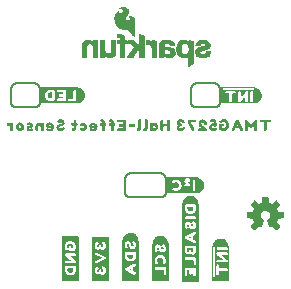
<source format=gbo>
G04 EAGLE Gerber RS-274X export*
G75*
%MOMM*%
%FSLAX34Y34*%
%LPD*%
%INSilkscreen Bottom*%
%IPPOS*%
%AMOC8*
5,1,8,0,0,1.08239X$1,22.5*%
G01*
%ADD10C,0.203200*%

G36*
X171947Y19697D02*
X171947Y19697D01*
X171942Y19704D01*
X171949Y19710D01*
X171949Y86110D01*
X171946Y86115D01*
X171949Y86118D01*
X171849Y86718D01*
X171749Y87417D01*
X171649Y88117D01*
X171641Y88125D01*
X171644Y88132D01*
X171346Y88729D01*
X171147Y89326D01*
X171139Y89331D01*
X171141Y89337D01*
X170741Y89937D01*
X170738Y89938D01*
X170738Y89941D01*
X170338Y90441D01*
X170334Y90442D01*
X170335Y90445D01*
X169335Y91445D01*
X169331Y91445D01*
X169331Y91448D01*
X168831Y91848D01*
X168823Y91849D01*
X168822Y91854D01*
X167622Y92454D01*
X167615Y92453D01*
X167614Y92457D01*
X166915Y92657D01*
X166316Y92857D01*
X166309Y92855D01*
X166307Y92859D01*
X165607Y92959D01*
X165602Y92956D01*
X165600Y92959D01*
X164900Y92959D01*
X164895Y92956D01*
X164892Y92959D01*
X164292Y92859D01*
X163593Y92759D01*
X163589Y92755D01*
X163586Y92757D01*
X162886Y92557D01*
X162885Y92556D01*
X162884Y92557D01*
X162284Y92357D01*
X162281Y92352D01*
X162278Y92354D01*
X161678Y92054D01*
X161676Y92050D01*
X161673Y92051D01*
X161073Y91651D01*
X161072Y91648D01*
X161069Y91648D01*
X160569Y91248D01*
X160568Y91244D01*
X160565Y91245D01*
X160065Y90745D01*
X160065Y90741D01*
X160062Y90741D01*
X159662Y90241D01*
X159661Y90237D01*
X159659Y90237D01*
X159259Y89637D01*
X159259Y89633D01*
X159256Y89632D01*
X158656Y88432D01*
X158657Y88429D01*
X158654Y88427D01*
X158656Y88425D01*
X158653Y88424D01*
X158626Y88329D01*
X158583Y88181D01*
X158569Y88132D01*
X158527Y87984D01*
X158485Y87836D01*
X158471Y87787D01*
X158453Y87724D01*
X158454Y87720D01*
X158451Y87718D01*
X158351Y87118D01*
X158352Y87117D01*
X158351Y87117D01*
X158251Y86417D01*
X158254Y86412D01*
X158251Y86410D01*
X158251Y19710D01*
X158287Y19663D01*
X158294Y19668D01*
X158300Y19661D01*
X171900Y19661D01*
X171947Y19697D01*
G37*
G36*
X120718Y20534D02*
X120718Y20534D01*
X120730Y20531D01*
X121130Y20831D01*
X121134Y20847D01*
X121141Y20852D01*
X121137Y20858D01*
X121139Y20862D01*
X121149Y20870D01*
X121149Y54670D01*
X121146Y54674D01*
X121149Y54677D01*
X121049Y55373D01*
X121049Y56070D01*
X121042Y56079D01*
X121047Y56086D01*
X120847Y56685D01*
X120647Y57384D01*
X120642Y57388D01*
X120644Y57392D01*
X120344Y57992D01*
X120340Y57994D01*
X120341Y57997D01*
X119941Y58597D01*
X119938Y58598D01*
X119938Y58601D01*
X119138Y59601D01*
X119134Y59602D01*
X119135Y59605D01*
X118635Y60105D01*
X118628Y60106D01*
X118627Y60111D01*
X118027Y60511D01*
X118026Y60511D01*
X118025Y60512D01*
X117525Y60812D01*
X117520Y60812D01*
X117519Y60815D01*
X116819Y61115D01*
X116816Y61115D01*
X116816Y61117D01*
X115616Y61517D01*
X115609Y61515D01*
X115607Y61519D01*
X114907Y61619D01*
X114902Y61616D01*
X114900Y61619D01*
X114200Y61619D01*
X114196Y61616D01*
X114193Y61619D01*
X113493Y61519D01*
X113492Y61518D01*
X113492Y61519D01*
X112892Y61419D01*
X112193Y61319D01*
X112185Y61311D01*
X112178Y61314D01*
X110978Y60714D01*
X110976Y60710D01*
X110973Y60711D01*
X110373Y60311D01*
X110372Y60308D01*
X110369Y60308D01*
X109369Y59508D01*
X109368Y59504D01*
X109365Y59505D01*
X108865Y59005D01*
X108864Y58993D01*
X108856Y58992D01*
X108557Y58395D01*
X108159Y57797D01*
X108160Y57788D01*
X108153Y57786D01*
X107953Y57186D01*
X107954Y57184D01*
X107953Y57184D01*
X107951Y57176D01*
X107908Y57028D01*
X107894Y56979D01*
X107852Y56831D01*
X107810Y56684D01*
X107796Y56634D01*
X107754Y56487D01*
X107753Y56485D01*
X107553Y55886D01*
X107555Y55879D01*
X107551Y55877D01*
X107451Y55177D01*
X107454Y55172D01*
X107451Y55170D01*
X107451Y20970D01*
X107464Y20952D01*
X107461Y20940D01*
X107761Y20540D01*
X107792Y20532D01*
X107800Y20521D01*
X120700Y20521D01*
X120718Y20534D01*
G37*
G36*
X70347Y20457D02*
X70347Y20457D01*
X70342Y20464D01*
X70349Y20470D01*
X70349Y57670D01*
X70346Y57675D01*
X70349Y57678D01*
X70249Y58278D01*
X70205Y58319D01*
X70203Y58316D01*
X70200Y58319D01*
X56700Y58319D01*
X56653Y58283D01*
X56658Y58276D01*
X56651Y58270D01*
X56651Y54970D01*
X56671Y54944D01*
X56671Y54930D01*
X56700Y54909D01*
X56669Y54908D01*
X56670Y54884D01*
X56651Y54870D01*
X56651Y21070D01*
X56654Y21065D01*
X56651Y21062D01*
X56751Y20462D01*
X56795Y20421D01*
X56798Y20424D01*
X56800Y20421D01*
X70300Y20421D01*
X70347Y20457D01*
G37*
G36*
X68557Y170987D02*
X68557Y170987D01*
X68547Y171000D01*
X68555Y171010D01*
X68563Y170985D01*
X68608Y170953D01*
X68610Y170951D01*
X69210Y170951D01*
X69214Y170954D01*
X69217Y170951D01*
X70617Y171151D01*
X70622Y171156D01*
X70626Y171153D01*
X71226Y171353D01*
X71229Y171358D01*
X71232Y171356D01*
X72432Y171956D01*
X72434Y171960D01*
X72437Y171959D01*
X73037Y172359D01*
X73038Y172362D01*
X73041Y172362D01*
X73541Y172762D01*
X73542Y172766D01*
X73545Y172765D01*
X74045Y173265D01*
X74046Y173272D01*
X74051Y173273D01*
X74450Y173871D01*
X74848Y174369D01*
X74849Y174377D01*
X74854Y174378D01*
X75154Y174978D01*
X75153Y174985D01*
X75157Y174986D01*
X75182Y175074D01*
X75183Y175074D01*
X75182Y175074D01*
X75225Y175222D01*
X75239Y175271D01*
X75281Y175419D01*
X75323Y175567D01*
X75337Y175616D01*
X75357Y175685D01*
X75557Y176284D01*
X75555Y176291D01*
X75559Y176293D01*
X75759Y177693D01*
X75753Y177703D01*
X75759Y177708D01*
X75659Y178304D01*
X75659Y179000D01*
X75653Y179008D01*
X75657Y179014D01*
X75457Y179714D01*
X75456Y179715D01*
X75457Y179716D01*
X75257Y180316D01*
X75252Y180319D01*
X75254Y180322D01*
X74654Y181522D01*
X74647Y181525D01*
X74648Y181531D01*
X74248Y182031D01*
X74248Y182032D01*
X73748Y182632D01*
X73741Y182633D01*
X73741Y182638D01*
X72741Y183438D01*
X72737Y183439D01*
X72737Y183441D01*
X72137Y183841D01*
X72133Y183841D01*
X72132Y183844D01*
X71532Y184144D01*
X71527Y184143D01*
X71526Y184147D01*
X70926Y184347D01*
X70919Y184345D01*
X70917Y184349D01*
X70217Y184449D01*
X69518Y184549D01*
X68918Y184649D01*
X68913Y184646D01*
X68910Y184649D01*
X37110Y184649D01*
X37072Y184620D01*
X37064Y184618D01*
X36864Y184118D01*
X36865Y184116D01*
X36863Y184114D01*
X36867Y184108D01*
X36868Y184105D01*
X36861Y184100D01*
X36861Y171200D01*
X36890Y171162D01*
X36892Y171154D01*
X37392Y170954D01*
X37405Y170958D01*
X37410Y170951D01*
X68510Y170951D01*
X68557Y170987D01*
G37*
G36*
X95105Y20724D02*
X95105Y20724D01*
X95108Y20721D01*
X95708Y20821D01*
X95749Y20865D01*
X95746Y20868D01*
X95749Y20870D01*
X95749Y57470D01*
X95741Y57481D01*
X95746Y57488D01*
X95546Y57988D01*
X95505Y58013D01*
X95500Y58019D01*
X82600Y58019D01*
X82589Y58011D01*
X82582Y58016D01*
X82082Y57816D01*
X82057Y57775D01*
X82051Y57770D01*
X82051Y21370D01*
X82054Y21365D01*
X82051Y21362D01*
X82151Y20762D01*
X82195Y20721D01*
X82198Y20724D01*
X82200Y20721D01*
X95100Y20721D01*
X95105Y20724D01*
G37*
G36*
X146338Y20680D02*
X146338Y20680D01*
X146346Y20682D01*
X146546Y21182D01*
X146542Y21195D01*
X146549Y21200D01*
X146549Y52400D01*
X146546Y52404D01*
X146549Y52407D01*
X146349Y53807D01*
X146344Y53812D01*
X146347Y53816D01*
X146147Y54416D01*
X146142Y54419D01*
X146144Y54422D01*
X145544Y55622D01*
X145540Y55624D01*
X145541Y55627D01*
X145141Y56227D01*
X145138Y56228D01*
X145138Y56231D01*
X144738Y56731D01*
X144734Y56732D01*
X144735Y56735D01*
X144235Y57235D01*
X144228Y57236D01*
X144227Y57241D01*
X143629Y57640D01*
X143131Y58038D01*
X143123Y58039D01*
X143122Y58044D01*
X142522Y58344D01*
X142515Y58343D01*
X142514Y58347D01*
X141815Y58547D01*
X141216Y58747D01*
X141209Y58745D01*
X141207Y58749D01*
X139807Y58949D01*
X139797Y58943D01*
X139792Y58949D01*
X139196Y58849D01*
X138500Y58849D01*
X138492Y58843D01*
X138486Y58847D01*
X137786Y58647D01*
X137785Y58646D01*
X137784Y58647D01*
X137184Y58447D01*
X137181Y58442D01*
X137178Y58444D01*
X135978Y57844D01*
X135976Y57840D01*
X135973Y57841D01*
X135373Y57441D01*
X135370Y57434D01*
X135365Y57435D01*
X134865Y56935D01*
X134865Y56931D01*
X134862Y56931D01*
X134062Y55931D01*
X134061Y55927D01*
X134059Y55927D01*
X133659Y55327D01*
X133659Y55323D01*
X133656Y55322D01*
X133356Y54722D01*
X133357Y54715D01*
X133353Y54714D01*
X133334Y54647D01*
X133291Y54499D01*
X133277Y54450D01*
X133235Y54302D01*
X133193Y54154D01*
X133179Y54105D01*
X133153Y54015D01*
X132953Y53416D01*
X132953Y53415D01*
X132957Y53405D01*
X132951Y53400D01*
X132951Y52704D01*
X132851Y52108D01*
X132854Y52103D01*
X132851Y52100D01*
X132851Y20900D01*
X132880Y20862D01*
X132882Y20854D01*
X133382Y20654D01*
X133395Y20658D01*
X133400Y20651D01*
X146300Y20651D01*
X146338Y20680D01*
G37*
G36*
X237920Y63646D02*
X237920Y63646D01*
X238028Y63656D01*
X238041Y63662D01*
X238055Y63664D01*
X238152Y63712D01*
X238251Y63757D01*
X238264Y63768D01*
X238273Y63772D01*
X238288Y63788D01*
X238365Y63850D01*
X240950Y66435D01*
X241013Y66524D01*
X241079Y66609D01*
X241084Y66622D01*
X241092Y66634D01*
X241123Y66737D01*
X241159Y66840D01*
X241159Y66854D01*
X241163Y66867D01*
X241159Y66975D01*
X241160Y67084D01*
X241155Y67097D01*
X241155Y67111D01*
X241117Y67213D01*
X241082Y67315D01*
X241073Y67330D01*
X241069Y67339D01*
X241055Y67356D01*
X241001Y67438D01*
X238237Y70828D01*
X238794Y71910D01*
X238800Y71930D01*
X238842Y72025D01*
X239213Y73184D01*
X243564Y73627D01*
X243668Y73655D01*
X243774Y73680D01*
X243786Y73687D01*
X243799Y73690D01*
X243889Y73751D01*
X243982Y73808D01*
X243990Y73819D01*
X244002Y73827D01*
X244068Y73913D01*
X244137Y73997D01*
X244141Y74010D01*
X244150Y74021D01*
X244184Y74124D01*
X244223Y74225D01*
X244224Y74243D01*
X244228Y74252D01*
X244228Y74274D01*
X244237Y74372D01*
X244237Y78028D01*
X244220Y78135D01*
X244206Y78243D01*
X244200Y78255D01*
X244198Y78269D01*
X244146Y78365D01*
X244099Y78462D01*
X244089Y78472D01*
X244083Y78484D01*
X244003Y78558D01*
X243927Y78635D01*
X243915Y78641D01*
X243905Y78651D01*
X243806Y78696D01*
X243709Y78744D01*
X243691Y78748D01*
X243682Y78752D01*
X243661Y78754D01*
X243564Y78773D01*
X239213Y79216D01*
X238842Y80375D01*
X238833Y80393D01*
X238831Y80400D01*
X238827Y80407D01*
X238794Y80490D01*
X238237Y81572D01*
X241001Y84962D01*
X241055Y85056D01*
X241112Y85148D01*
X241115Y85161D01*
X241122Y85173D01*
X241143Y85280D01*
X241168Y85385D01*
X241166Y85399D01*
X241169Y85413D01*
X241154Y85520D01*
X241144Y85628D01*
X241138Y85641D01*
X241136Y85655D01*
X241088Y85752D01*
X241043Y85851D01*
X241032Y85864D01*
X241028Y85873D01*
X241012Y85888D01*
X240950Y85965D01*
X238365Y88550D01*
X238276Y88613D01*
X238191Y88679D01*
X238178Y88684D01*
X238166Y88692D01*
X238063Y88723D01*
X237960Y88759D01*
X237946Y88759D01*
X237933Y88763D01*
X237825Y88759D01*
X237716Y88760D01*
X237703Y88755D01*
X237689Y88755D01*
X237587Y88717D01*
X237485Y88682D01*
X237470Y88673D01*
X237461Y88669D01*
X237444Y88655D01*
X237362Y88601D01*
X233972Y85837D01*
X232890Y86394D01*
X232870Y86400D01*
X232775Y86442D01*
X231616Y86813D01*
X231173Y91164D01*
X231145Y91268D01*
X231120Y91374D01*
X231113Y91386D01*
X231110Y91399D01*
X231049Y91489D01*
X230992Y91582D01*
X230981Y91590D01*
X230973Y91602D01*
X230887Y91668D01*
X230803Y91737D01*
X230790Y91741D01*
X230779Y91750D01*
X230676Y91784D01*
X230575Y91823D01*
X230557Y91824D01*
X230548Y91828D01*
X230526Y91828D01*
X230428Y91837D01*
X226772Y91837D01*
X226665Y91820D01*
X226557Y91806D01*
X226545Y91800D01*
X226531Y91798D01*
X226435Y91746D01*
X226338Y91699D01*
X226328Y91689D01*
X226316Y91683D01*
X226242Y91603D01*
X226165Y91527D01*
X226159Y91515D01*
X226149Y91505D01*
X226104Y91406D01*
X226056Y91309D01*
X226052Y91291D01*
X226048Y91282D01*
X226046Y91261D01*
X226027Y91164D01*
X225584Y86813D01*
X224425Y86442D01*
X224407Y86432D01*
X224310Y86394D01*
X223228Y85837D01*
X219838Y88601D01*
X219744Y88655D01*
X219652Y88712D01*
X219639Y88715D01*
X219627Y88722D01*
X219520Y88743D01*
X219415Y88768D01*
X219401Y88766D01*
X219387Y88769D01*
X219280Y88754D01*
X219172Y88744D01*
X219159Y88738D01*
X219146Y88736D01*
X219048Y88688D01*
X218949Y88643D01*
X218936Y88632D01*
X218927Y88628D01*
X218912Y88612D01*
X218835Y88550D01*
X216250Y85965D01*
X216187Y85876D01*
X216121Y85791D01*
X216116Y85778D01*
X216108Y85766D01*
X216077Y85663D01*
X216041Y85560D01*
X216041Y85546D01*
X216037Y85533D01*
X216041Y85425D01*
X216040Y85316D01*
X216045Y85303D01*
X216045Y85289D01*
X216083Y85187D01*
X216118Y85085D01*
X216127Y85070D01*
X216131Y85061D01*
X216145Y85044D01*
X216199Y84962D01*
X218963Y81572D01*
X218406Y80490D01*
X218400Y80470D01*
X218358Y80375D01*
X217987Y79216D01*
X213636Y78773D01*
X213532Y78745D01*
X213426Y78720D01*
X213414Y78713D01*
X213401Y78710D01*
X213311Y78649D01*
X213218Y78592D01*
X213210Y78581D01*
X213198Y78573D01*
X213132Y78487D01*
X213064Y78403D01*
X213059Y78390D01*
X213050Y78379D01*
X213016Y78276D01*
X212977Y78175D01*
X212976Y78157D01*
X212972Y78148D01*
X212973Y78126D01*
X212963Y78028D01*
X212963Y74372D01*
X212980Y74265D01*
X212994Y74157D01*
X213000Y74145D01*
X213002Y74131D01*
X213054Y74035D01*
X213101Y73938D01*
X213111Y73928D01*
X213117Y73916D01*
X213197Y73842D01*
X213273Y73765D01*
X213285Y73759D01*
X213296Y73749D01*
X213394Y73704D01*
X213491Y73656D01*
X213509Y73652D01*
X213518Y73648D01*
X213539Y73646D01*
X213636Y73627D01*
X217987Y73184D01*
X218358Y72025D01*
X218368Y72007D01*
X218406Y71910D01*
X218963Y70828D01*
X216199Y67438D01*
X216145Y67344D01*
X216088Y67252D01*
X216085Y67239D01*
X216078Y67227D01*
X216057Y67120D01*
X216032Y67015D01*
X216034Y67001D01*
X216031Y66987D01*
X216046Y66880D01*
X216056Y66772D01*
X216062Y66759D01*
X216064Y66746D01*
X216112Y66648D01*
X216157Y66549D01*
X216168Y66536D01*
X216172Y66527D01*
X216188Y66512D01*
X216250Y66435D01*
X218835Y63850D01*
X218924Y63787D01*
X219009Y63721D01*
X219022Y63716D01*
X219034Y63708D01*
X219137Y63677D01*
X219240Y63641D01*
X219254Y63641D01*
X219267Y63637D01*
X219375Y63641D01*
X219484Y63640D01*
X219497Y63645D01*
X219511Y63645D01*
X219613Y63683D01*
X219715Y63718D01*
X219730Y63727D01*
X219739Y63731D01*
X219756Y63745D01*
X219838Y63799D01*
X223228Y66563D01*
X224310Y66006D01*
X224363Y65989D01*
X224412Y65963D01*
X224478Y65952D01*
X224542Y65931D01*
X224598Y65932D01*
X224652Y65923D01*
X224719Y65934D01*
X224786Y65935D01*
X224838Y65953D01*
X224893Y65962D01*
X224953Y65994D01*
X225016Y66017D01*
X225059Y66051D01*
X225109Y66077D01*
X225155Y66126D01*
X225207Y66168D01*
X225238Y66215D01*
X225276Y66255D01*
X225332Y66360D01*
X225340Y66373D01*
X225341Y66378D01*
X225345Y66385D01*
X227498Y71582D01*
X227518Y71665D01*
X227523Y71678D01*
X227525Y71694D01*
X227550Y71779D01*
X227549Y71800D01*
X227554Y71820D01*
X227546Y71902D01*
X227547Y71921D01*
X227543Y71941D01*
X227539Y72022D01*
X227532Y72042D01*
X227530Y72063D01*
X227498Y72132D01*
X227492Y72159D01*
X227477Y72183D01*
X227451Y72250D01*
X227438Y72266D01*
X227429Y72285D01*
X227384Y72334D01*
X227364Y72366D01*
X227333Y72391D01*
X227295Y72437D01*
X227272Y72453D01*
X227262Y72463D01*
X227241Y72475D01*
X227176Y72520D01*
X227175Y72521D01*
X227174Y72522D01*
X226275Y73028D01*
X225588Y73672D01*
X225073Y74460D01*
X224761Y75348D01*
X224669Y76285D01*
X224802Y77217D01*
X225153Y78091D01*
X225702Y78856D01*
X226416Y79469D01*
X227256Y79894D01*
X228173Y80108D01*
X229114Y80098D01*
X230026Y79864D01*
X230856Y79421D01*
X231557Y78792D01*
X232089Y78015D01*
X232420Y77134D01*
X232533Y76199D01*
X232425Y75282D01*
X232105Y74414D01*
X231591Y73645D01*
X230912Y73018D01*
X230028Y72523D01*
X229986Y72490D01*
X229944Y72467D01*
X229913Y72434D01*
X229865Y72399D01*
X229853Y72383D01*
X229837Y72370D01*
X229802Y72315D01*
X229777Y72289D01*
X229764Y72259D01*
X229722Y72201D01*
X229716Y72182D01*
X229706Y72165D01*
X229687Y72090D01*
X229677Y72067D01*
X229674Y72043D01*
X229651Y71968D01*
X229652Y71948D01*
X229647Y71928D01*
X229654Y71842D01*
X229653Y71824D01*
X229656Y71808D01*
X229659Y71724D01*
X229667Y71699D01*
X229668Y71685D01*
X229678Y71663D01*
X229702Y71582D01*
X230631Y69339D01*
X230631Y69338D01*
X231562Y67091D01*
X231563Y67091D01*
X231855Y66385D01*
X231884Y66338D01*
X231905Y66286D01*
X231948Y66235D01*
X231984Y66178D01*
X232027Y66143D01*
X232063Y66100D01*
X232120Y66066D01*
X232172Y66023D01*
X232224Y66004D01*
X232272Y65975D01*
X232338Y65961D01*
X232401Y65937D01*
X232456Y65935D01*
X232510Y65924D01*
X232577Y65931D01*
X232644Y65929D01*
X232698Y65945D01*
X232753Y65952D01*
X232864Y65996D01*
X232878Y66000D01*
X232882Y66003D01*
X232890Y66006D01*
X233972Y66563D01*
X237362Y63799D01*
X237456Y63745D01*
X237548Y63688D01*
X237561Y63685D01*
X237573Y63678D01*
X237680Y63657D01*
X237785Y63632D01*
X237799Y63634D01*
X237813Y63631D01*
X237920Y63646D01*
G37*
G36*
X219144Y170954D02*
X219144Y170954D01*
X219147Y170951D01*
X219847Y171051D01*
X219852Y171056D01*
X219856Y171053D01*
X220455Y171253D01*
X221154Y171453D01*
X221158Y171458D01*
X221162Y171456D01*
X222362Y172056D01*
X222365Y172063D01*
X222371Y172062D01*
X223371Y172862D01*
X223372Y172866D01*
X223375Y172865D01*
X223875Y173365D01*
X223876Y173372D01*
X223881Y173373D01*
X224681Y174573D01*
X224681Y174579D01*
X224684Y174582D01*
X224683Y174583D01*
X224687Y174584D01*
X224886Y175181D01*
X225184Y175778D01*
X225182Y175789D01*
X225189Y175793D01*
X225289Y176492D01*
X225389Y177092D01*
X225388Y177093D01*
X225389Y177093D01*
X225489Y177793D01*
X225484Y177802D01*
X225489Y177807D01*
X225389Y178507D01*
X225388Y178508D01*
X225389Y178508D01*
X225289Y179108D01*
X225189Y179807D01*
X225181Y179815D01*
X225184Y179822D01*
X224284Y181622D01*
X224280Y181624D01*
X224281Y181627D01*
X223881Y182227D01*
X223874Y182230D01*
X223875Y182235D01*
X223375Y182735D01*
X223371Y182735D01*
X223371Y182738D01*
X222371Y183538D01*
X222363Y183539D01*
X222362Y183544D01*
X221162Y184144D01*
X221155Y184143D01*
X221154Y184147D01*
X220455Y184347D01*
X219856Y184547D01*
X219849Y184545D01*
X219847Y184549D01*
X219147Y184649D01*
X219142Y184646D01*
X219140Y184649D01*
X189540Y184649D01*
X189493Y184613D01*
X189495Y184610D01*
X189491Y184608D01*
X189391Y184008D01*
X189394Y184003D01*
X189391Y184000D01*
X189391Y171100D01*
X189427Y171053D01*
X189430Y171055D01*
X189432Y171051D01*
X190032Y170951D01*
X190037Y170954D01*
X190040Y170951D01*
X219140Y170951D01*
X219144Y170954D01*
G37*
G36*
X197247Y20517D02*
X197247Y20517D01*
X197245Y20520D01*
X197249Y20522D01*
X197349Y21122D01*
X197346Y21127D01*
X197349Y21130D01*
X197349Y50230D01*
X197346Y50234D01*
X197349Y50237D01*
X197249Y50937D01*
X197244Y50942D01*
X197247Y50946D01*
X197047Y51545D01*
X196847Y52244D01*
X196842Y52248D01*
X196844Y52252D01*
X196244Y53452D01*
X196237Y53455D01*
X196238Y53461D01*
X195438Y54461D01*
X195434Y54462D01*
X195435Y54465D01*
X194935Y54965D01*
X194928Y54966D01*
X194927Y54971D01*
X193727Y55771D01*
X193718Y55770D01*
X193716Y55777D01*
X193119Y55976D01*
X192522Y56274D01*
X192511Y56272D01*
X192507Y56279D01*
X191808Y56379D01*
X191208Y56479D01*
X191207Y56478D01*
X191207Y56479D01*
X190507Y56579D01*
X190498Y56574D01*
X190493Y56579D01*
X189793Y56479D01*
X189792Y56478D01*
X189792Y56479D01*
X189192Y56379D01*
X188493Y56279D01*
X188485Y56271D01*
X188478Y56274D01*
X186678Y55374D01*
X186676Y55370D01*
X186673Y55371D01*
X186073Y54971D01*
X186070Y54964D01*
X186065Y54965D01*
X185565Y54465D01*
X185565Y54461D01*
X185562Y54461D01*
X184762Y53461D01*
X184761Y53453D01*
X184756Y53452D01*
X184156Y52252D01*
X184157Y52245D01*
X184153Y52244D01*
X184129Y52162D01*
X184115Y52113D01*
X184073Y51965D01*
X184031Y51817D01*
X184017Y51768D01*
X183975Y51620D01*
X183953Y51545D01*
X183753Y50946D01*
X183755Y50939D01*
X183751Y50937D01*
X183651Y50237D01*
X183654Y50232D01*
X183651Y50230D01*
X183651Y20630D01*
X183687Y20583D01*
X183690Y20585D01*
X183692Y20581D01*
X184292Y20481D01*
X184297Y20484D01*
X184300Y20481D01*
X197200Y20481D01*
X197247Y20517D01*
G37*
G36*
X169934Y94754D02*
X169934Y94754D01*
X169937Y94751D01*
X171337Y94951D01*
X171342Y94956D01*
X171346Y94953D01*
X171945Y95153D01*
X172644Y95353D01*
X172650Y95362D01*
X172657Y95359D01*
X173256Y95758D01*
X173755Y96058D01*
X173759Y96066D01*
X173765Y96065D01*
X174263Y96563D01*
X174761Y96962D01*
X174763Y96969D01*
X174768Y96968D01*
X175268Y97568D01*
X175268Y97574D01*
X175272Y97575D01*
X175572Y98074D01*
X175971Y98673D01*
X175971Y98677D01*
X175971Y98678D01*
X175970Y98682D01*
X175977Y98684D01*
X176177Y99284D01*
X176176Y99286D01*
X176177Y99286D01*
X176186Y99318D01*
X176228Y99465D01*
X176229Y99465D01*
X176228Y99465D01*
X176271Y99613D01*
X176285Y99662D01*
X176327Y99810D01*
X176369Y99958D01*
X176377Y99986D01*
X176376Y99991D01*
X176379Y99993D01*
X176479Y100692D01*
X176579Y101292D01*
X176576Y101297D01*
X176579Y101300D01*
X176579Y102000D01*
X176576Y102004D01*
X176579Y102007D01*
X176479Y102707D01*
X176478Y102708D01*
X176479Y102708D01*
X176379Y103308D01*
X176375Y103311D01*
X176377Y103314D01*
X176177Y104014D01*
X176172Y104018D01*
X176174Y104022D01*
X175574Y105222D01*
X175570Y105224D01*
X175571Y105227D01*
X175171Y105827D01*
X175164Y105830D01*
X175165Y105835D01*
X174665Y106335D01*
X174661Y106335D01*
X174661Y106338D01*
X174163Y106737D01*
X173665Y107235D01*
X173653Y107236D01*
X173652Y107244D01*
X171852Y108144D01*
X171841Y108142D01*
X171837Y108149D01*
X171138Y108249D01*
X170538Y108349D01*
X170537Y108348D01*
X170537Y108349D01*
X169837Y108449D01*
X169832Y108446D01*
X169830Y108449D01*
X144630Y108449D01*
X144592Y108420D01*
X144584Y108418D01*
X144384Y107918D01*
X144385Y107916D01*
X144383Y107914D01*
X144387Y107908D01*
X144388Y107905D01*
X144381Y107900D01*
X144381Y95100D01*
X144400Y95074D01*
X144400Y95061D01*
X144800Y94761D01*
X144822Y94761D01*
X144830Y94751D01*
X169930Y94751D01*
X169934Y94754D01*
G37*
G36*
X118140Y226791D02*
X118140Y226791D01*
X118191Y226793D01*
X118223Y226811D01*
X118259Y226819D01*
X118298Y226852D01*
X118343Y226876D01*
X118364Y226906D01*
X118392Y226929D01*
X118413Y226976D01*
X118443Y227018D01*
X118451Y227060D01*
X118463Y227088D01*
X118462Y227118D01*
X118470Y227160D01*
X118470Y239960D01*
X118466Y239978D01*
X118468Y240002D01*
X118268Y241802D01*
X118257Y241833D01*
X118251Y241880D01*
X118051Y242480D01*
X118038Y242500D01*
X118030Y242530D01*
X117730Y243130D01*
X117722Y243140D01*
X117716Y243156D01*
X117416Y243656D01*
X117402Y243670D01*
X117393Y243689D01*
X117316Y243759D01*
X117295Y243780D01*
X117290Y243782D01*
X117286Y243786D01*
X116802Y244076D01*
X116418Y244364D01*
X116383Y244379D01*
X116331Y244413D01*
X115331Y244813D01*
X115298Y244818D01*
X115253Y244835D01*
X114653Y244935D01*
X114626Y244933D01*
X114590Y244940D01*
X113790Y244940D01*
X113754Y244932D01*
X113698Y244929D01*
X113343Y244840D01*
X113190Y244840D01*
X113175Y244837D01*
X113160Y244839D01*
X113028Y244802D01*
X113021Y244801D01*
X113021Y244800D01*
X113020Y244800D01*
X112820Y244700D01*
X112801Y244684D01*
X112777Y244675D01*
X112735Y244629D01*
X112687Y244589D01*
X112677Y244567D01*
X112660Y244548D01*
X112642Y244488D01*
X112616Y244431D01*
X112618Y244406D01*
X112610Y244382D01*
X112621Y244320D01*
X112624Y244258D01*
X112636Y244236D01*
X112640Y244211D01*
X112689Y244138D01*
X112707Y244106D01*
X112715Y244101D01*
X112721Y244091D01*
X112821Y243991D01*
X112853Y243971D01*
X112920Y243920D01*
X113320Y243720D01*
X113343Y243714D01*
X113370Y243699D01*
X113585Y243628D01*
X113895Y243318D01*
X114045Y243092D01*
X114110Y242898D01*
X114110Y242722D01*
X114038Y242506D01*
X113878Y242185D01*
X113648Y241956D01*
X113412Y241798D01*
X112981Y241626D01*
X112552Y241540D01*
X111837Y241540D01*
X111146Y241713D01*
X110650Y242044D01*
X110329Y242445D01*
X110170Y242922D01*
X110170Y243482D01*
X110416Y244055D01*
X111076Y244809D01*
X111874Y245707D01*
X111875Y245709D01*
X111876Y245710D01*
X112576Y246510D01*
X112592Y246539D01*
X112622Y246575D01*
X113122Y247475D01*
X113133Y247513D01*
X113161Y247578D01*
X113361Y248478D01*
X113361Y248511D01*
X113370Y248560D01*
X113370Y249360D01*
X113362Y249397D01*
X113351Y249480D01*
X113051Y250380D01*
X113030Y250414D01*
X112999Y250481D01*
X112499Y251181D01*
X112473Y251204D01*
X112443Y251244D01*
X111543Y252044D01*
X111512Y252061D01*
X111472Y252094D01*
X110372Y252694D01*
X110336Y252704D01*
X110258Y252734D01*
X109158Y252934D01*
X109129Y252933D01*
X109090Y252940D01*
X108090Y252940D01*
X108053Y252932D01*
X107970Y252921D01*
X107070Y252621D01*
X107064Y252617D01*
X107057Y252616D01*
X106257Y252316D01*
X106242Y252306D01*
X106220Y252300D01*
X106054Y252217D01*
X105620Y252000D01*
X105598Y251982D01*
X105562Y251964D01*
X105162Y251664D01*
X105147Y251646D01*
X105121Y251629D01*
X105021Y251529D01*
X105008Y251507D01*
X104988Y251491D01*
X104962Y251434D01*
X104930Y251382D01*
X104927Y251356D01*
X104917Y251332D01*
X104919Y251271D01*
X104913Y251209D01*
X104922Y251185D01*
X104923Y251159D01*
X104953Y251105D01*
X104975Y251047D01*
X104994Y251030D01*
X105006Y251007D01*
X105057Y250972D01*
X105102Y250930D01*
X105127Y250922D01*
X105148Y250907D01*
X105232Y250891D01*
X105268Y250880D01*
X105278Y250882D01*
X105290Y250880D01*
X105590Y250880D01*
X105627Y250888D01*
X105710Y250899D01*
X105952Y250980D01*
X106143Y250980D01*
X106498Y250891D01*
X106506Y250891D01*
X106515Y250887D01*
X106966Y250797D01*
X107289Y250635D01*
X107610Y250395D01*
X107745Y250192D01*
X107829Y249940D01*
X107842Y249920D01*
X107850Y249890D01*
X107938Y249714D01*
X107989Y249560D01*
X107929Y249380D01*
X107928Y249367D01*
X107921Y249352D01*
X107837Y249016D01*
X107674Y248771D01*
X107666Y248751D01*
X107650Y248730D01*
X107478Y248385D01*
X107248Y248156D01*
X106979Y247976D01*
X106972Y247969D01*
X106962Y247964D01*
X106570Y247671D01*
X106299Y247490D01*
X105867Y247274D01*
X105600Y247140D01*
X105052Y247140D01*
X104859Y247205D01*
X104710Y247304D01*
X104570Y247722D01*
X104570Y248460D01*
X104558Y248510D01*
X104558Y248531D01*
X104557Y248555D01*
X104556Y248562D01*
X104539Y248594D01*
X104531Y248629D01*
X104498Y248669D01*
X104473Y248714D01*
X104443Y248735D01*
X104421Y248762D01*
X104373Y248784D01*
X104331Y248813D01*
X104295Y248819D01*
X104262Y248833D01*
X104211Y248831D01*
X104160Y248839D01*
X104119Y248828D01*
X104089Y248827D01*
X104062Y248812D01*
X104020Y248800D01*
X104009Y248795D01*
X103249Y248415D01*
X103220Y248400D01*
X103216Y248397D01*
X103106Y248313D01*
X102306Y247413D01*
X102291Y247385D01*
X102262Y247352D01*
X101562Y246152D01*
X101553Y246123D01*
X101532Y246088D01*
X101032Y244688D01*
X101029Y244662D01*
X101016Y244630D01*
X100716Y243030D01*
X100718Y242994D01*
X100710Y242939D01*
X100810Y241139D01*
X100820Y241107D01*
X100824Y241058D01*
X101324Y239258D01*
X101341Y239227D01*
X101358Y239175D01*
X102358Y237375D01*
X102375Y237357D01*
X102390Y237327D01*
X103090Y236427D01*
X103097Y236421D01*
X103101Y236413D01*
X103111Y236407D01*
X103121Y236391D01*
X103921Y235591D01*
X103931Y235585D01*
X103940Y235574D01*
X104740Y234874D01*
X104765Y234860D01*
X104794Y234834D01*
X105794Y234234D01*
X105819Y234226D01*
X105849Y234207D01*
X106849Y233807D01*
X106868Y233804D01*
X106890Y233793D01*
X107990Y233493D01*
X108007Y233493D01*
X108028Y233485D01*
X109228Y233285D01*
X109254Y233287D01*
X109290Y233280D01*
X111159Y233280D01*
X111656Y233197D01*
X112072Y232947D01*
X113022Y232187D01*
X113498Y231617D01*
X113510Y231607D01*
X113521Y231591D01*
X114799Y230313D01*
X115281Y229639D01*
X115301Y229621D01*
X115321Y229591D01*
X115909Y229003D01*
X116398Y228417D01*
X116410Y228407D01*
X116421Y228391D01*
X116902Y227910D01*
X117186Y227532D01*
X117204Y227517D01*
X117221Y227491D01*
X117495Y227218D01*
X117674Y226949D01*
X117693Y226931D01*
X117706Y226907D01*
X117756Y226872D01*
X117800Y226831D01*
X117826Y226823D01*
X117848Y226807D01*
X117929Y226792D01*
X117966Y226781D01*
X117977Y226782D01*
X117990Y226780D01*
X118090Y226780D01*
X118140Y226791D01*
G37*
G36*
X163829Y201291D02*
X163829Y201291D01*
X163891Y201293D01*
X163913Y201306D01*
X163939Y201310D01*
X164010Y201358D01*
X164043Y201376D01*
X164049Y201384D01*
X164059Y201391D01*
X164944Y202276D01*
X166428Y203463D01*
X166439Y203478D01*
X166459Y203491D01*
X167344Y204376D01*
X167828Y204763D01*
X167834Y204771D01*
X167843Y204776D01*
X167887Y204839D01*
X167935Y204899D01*
X167937Y204909D01*
X167943Y204918D01*
X167958Y204999D01*
X167963Y205010D01*
X167963Y205022D01*
X167970Y205060D01*
X167970Y223560D01*
X167969Y223564D01*
X167970Y223569D01*
X167950Y223649D01*
X167931Y223729D01*
X167928Y223732D01*
X167927Y223737D01*
X167873Y223799D01*
X167821Y223862D01*
X167816Y223864D01*
X167814Y223868D01*
X167682Y223929D01*
X167282Y224029D01*
X167274Y224029D01*
X167265Y224033D01*
X166765Y224133D01*
X166733Y224132D01*
X166690Y224140D01*
X166237Y224140D01*
X165882Y224229D01*
X165874Y224229D01*
X165865Y224233D01*
X165373Y224331D01*
X164982Y224429D01*
X164974Y224429D01*
X164965Y224433D01*
X163965Y224633D01*
X163963Y224633D01*
X163962Y224633D01*
X163878Y224630D01*
X163791Y224627D01*
X163790Y224627D01*
X163789Y224627D01*
X163715Y224586D01*
X163639Y224545D01*
X163638Y224544D01*
X163637Y224544D01*
X163589Y224475D01*
X163538Y224404D01*
X163538Y224403D01*
X163537Y224402D01*
X163510Y224260D01*
X163510Y223478D01*
X163359Y223629D01*
X163343Y223639D01*
X163328Y223657D01*
X162828Y224057D01*
X162807Y224067D01*
X162786Y224086D01*
X161786Y224686D01*
X161773Y224690D01*
X161653Y224735D01*
X160453Y224935D01*
X160426Y224933D01*
X160390Y224940D01*
X159690Y224940D01*
X159679Y224938D01*
X159665Y224939D01*
X158165Y224839D01*
X158128Y224828D01*
X158062Y224818D01*
X156662Y224318D01*
X156633Y224299D01*
X156586Y224281D01*
X155486Y223581D01*
X155459Y223553D01*
X155407Y223514D01*
X154507Y222514D01*
X154494Y222491D01*
X154469Y222464D01*
X153769Y221364D01*
X153757Y221328D01*
X153727Y221272D01*
X153327Y219972D01*
X153326Y219957D01*
X153318Y219940D01*
X153018Y218540D01*
X153019Y218516D01*
X153011Y218485D01*
X152911Y216985D01*
X152914Y216963D01*
X152911Y216933D01*
X153011Y215533D01*
X153018Y215509D01*
X153020Y215475D01*
X153320Y214175D01*
X153332Y214150D01*
X153339Y214114D01*
X153839Y212914D01*
X153849Y212899D01*
X153856Y212878D01*
X154456Y211778D01*
X154482Y211749D01*
X154521Y211691D01*
X155421Y210791D01*
X155443Y210778D01*
X155466Y210752D01*
X156566Y209952D01*
X156602Y209937D01*
X156670Y209899D01*
X157870Y209499D01*
X157900Y209496D01*
X157940Y209483D01*
X159440Y209283D01*
X159479Y209287D01*
X159553Y209285D01*
X161353Y209585D01*
X161389Y209600D01*
X161460Y209620D01*
X161590Y209685D01*
X162060Y209920D01*
X162070Y209928D01*
X162086Y209934D01*
X163086Y210534D01*
X163106Y210554D01*
X163187Y210622D01*
X163410Y210901D01*
X163410Y201660D01*
X163416Y201635D01*
X163413Y201609D01*
X163435Y201552D01*
X163449Y201491D01*
X163466Y201471D01*
X163475Y201447D01*
X163520Y201405D01*
X163559Y201358D01*
X163583Y201347D01*
X163602Y201330D01*
X163661Y201312D01*
X163718Y201287D01*
X163743Y201288D01*
X163768Y201280D01*
X163829Y201291D01*
G37*
G36*
X147820Y209287D02*
X147820Y209287D01*
X147865Y209287D01*
X148328Y209380D01*
X148790Y209380D01*
X148826Y209388D01*
X148882Y209391D01*
X149282Y209491D01*
X149302Y209501D01*
X149331Y209507D01*
X149831Y209707D01*
X149843Y209715D01*
X149860Y209720D01*
X150260Y209920D01*
X150276Y209933D01*
X150301Y209944D01*
X150581Y210131D01*
X150960Y210320D01*
X150989Y210344D01*
X151059Y210391D01*
X151359Y210691D01*
X151375Y210718D01*
X151406Y210749D01*
X151601Y211040D01*
X151894Y211432D01*
X151898Y211441D01*
X151906Y211449D01*
X152106Y211749D01*
X152107Y211750D01*
X152108Y211751D01*
X152163Y211885D01*
X152253Y212336D01*
X152430Y212690D01*
X152434Y212705D01*
X152443Y212718D01*
X152469Y212852D01*
X152470Y212859D01*
X152470Y212860D01*
X152470Y213322D01*
X152563Y213785D01*
X152563Y213795D01*
X152564Y213928D01*
X152364Y215028D01*
X152355Y215050D01*
X152351Y215080D01*
X152051Y215980D01*
X152034Y216007D01*
X152020Y216049D01*
X151620Y216749D01*
X151597Y216773D01*
X151537Y216849D01*
X150837Y217449D01*
X150811Y217463D01*
X150779Y217490D01*
X150079Y217890D01*
X150053Y217898D01*
X150024Y217916D01*
X149224Y218216D01*
X149205Y218219D01*
X149182Y218229D01*
X148382Y218429D01*
X148360Y218429D01*
X148332Y218438D01*
X147432Y218538D01*
X145638Y218737D01*
X144969Y218833D01*
X144303Y219023D01*
X143750Y219208D01*
X143350Y219448D01*
X143170Y219687D01*
X143170Y220570D01*
X143403Y221035D01*
X143459Y221091D01*
X143479Y221123D01*
X143530Y221190D01*
X143573Y221277D01*
X143980Y221480D01*
X144090Y221480D01*
X144105Y221483D01*
X144120Y221481D01*
X144252Y221518D01*
X144259Y221519D01*
X144259Y221520D01*
X144260Y221520D01*
X144380Y221580D01*
X146000Y221580D01*
X146865Y221148D01*
X147178Y220835D01*
X147238Y220714D01*
X147329Y220440D01*
X147342Y220420D01*
X147350Y220390D01*
X147410Y220270D01*
X147410Y219860D01*
X147421Y219810D01*
X147423Y219759D01*
X147441Y219727D01*
X147449Y219691D01*
X147482Y219652D01*
X147506Y219607D01*
X147536Y219586D01*
X147559Y219558D01*
X147606Y219537D01*
X147648Y219507D01*
X147690Y219499D01*
X147718Y219487D01*
X147748Y219488D01*
X147790Y219480D01*
X151690Y219480D01*
X151770Y219498D01*
X151850Y219515D01*
X151854Y219518D01*
X151859Y219519D01*
X151922Y219572D01*
X151986Y219622D01*
X151988Y219626D01*
X151992Y219629D01*
X152026Y219704D01*
X152061Y219778D01*
X152061Y219783D01*
X152063Y219788D01*
X152062Y219815D01*
X152065Y219923D01*
X151865Y221123D01*
X151855Y221146D01*
X151855Y221148D01*
X151854Y221168D01*
X151852Y221173D01*
X151851Y221180D01*
X151651Y221780D01*
X151631Y221812D01*
X151594Y221888D01*
X151306Y222272D01*
X151016Y222756D01*
X151004Y222768D01*
X150994Y222788D01*
X150694Y223188D01*
X150669Y223209D01*
X150662Y223222D01*
X150647Y223233D01*
X150618Y223264D01*
X150218Y223564D01*
X150202Y223571D01*
X150186Y223586D01*
X149186Y224186D01*
X149161Y224194D01*
X149131Y224213D01*
X148631Y224413D01*
X148602Y224417D01*
X148565Y224433D01*
X148088Y224528D01*
X147510Y224721D01*
X147485Y224723D01*
X147453Y224735D01*
X146859Y224834D01*
X146365Y224933D01*
X146333Y224932D01*
X146290Y224940D01*
X143990Y224940D01*
X143960Y224933D01*
X143915Y224933D01*
X143452Y224840D01*
X142890Y224840D01*
X142860Y224833D01*
X142815Y224833D01*
X142315Y224733D01*
X142289Y224721D01*
X142249Y224713D01*
X141781Y224526D01*
X141315Y224433D01*
X141289Y224421D01*
X141249Y224413D01*
X140749Y224213D01*
X140718Y224191D01*
X140662Y224164D01*
X139462Y223264D01*
X139437Y223234D01*
X139386Y223188D01*
X139086Y222788D01*
X139074Y222762D01*
X139050Y222730D01*
X138850Y222330D01*
X138847Y222316D01*
X138837Y222301D01*
X138637Y221801D01*
X138633Y221772D01*
X138617Y221735D01*
X138517Y221235D01*
X138518Y221203D01*
X138510Y221160D01*
X138510Y212550D01*
X138450Y212430D01*
X138446Y212415D01*
X138437Y212402D01*
X138411Y212268D01*
X138410Y212262D01*
X138410Y212261D01*
X138410Y212260D01*
X138410Y211450D01*
X138350Y211330D01*
X138346Y211315D01*
X138337Y211302D01*
X138328Y211256D01*
X138327Y211253D01*
X138327Y211251D01*
X138311Y211168D01*
X138310Y211162D01*
X138310Y211161D01*
X138310Y211160D01*
X138310Y211050D01*
X138250Y210930D01*
X138246Y210915D01*
X138237Y210902D01*
X138211Y210768D01*
X138210Y210762D01*
X138210Y210761D01*
X138210Y210760D01*
X138210Y210550D01*
X138178Y210485D01*
X138121Y210429D01*
X138081Y210364D01*
X138037Y210302D01*
X138035Y210290D01*
X138030Y210282D01*
X138026Y210245D01*
X138010Y210160D01*
X138010Y210060D01*
X138021Y210010D01*
X138023Y209959D01*
X138041Y209927D01*
X138049Y209891D01*
X138082Y209852D01*
X138106Y209807D01*
X138136Y209786D01*
X138159Y209758D01*
X138206Y209737D01*
X138248Y209707D01*
X138290Y209699D01*
X138318Y209687D01*
X138348Y209688D01*
X138390Y209680D01*
X142290Y209680D01*
X142340Y209691D01*
X142391Y209693D01*
X142423Y209711D01*
X142459Y209719D01*
X142498Y209752D01*
X142543Y209776D01*
X142564Y209806D01*
X142592Y209829D01*
X142613Y209876D01*
X142643Y209918D01*
X142651Y209960D01*
X142663Y209988D01*
X142663Y209998D01*
X142699Y210056D01*
X142743Y210118D01*
X142745Y210130D01*
X142750Y210138D01*
X142754Y210175D01*
X142756Y210189D01*
X142759Y210191D01*
X142799Y210256D01*
X142843Y210318D01*
X142845Y210330D01*
X142850Y210338D01*
X142854Y210375D01*
X142870Y210460D01*
X142870Y210609D01*
X142883Y210630D01*
X143021Y210491D01*
X143048Y210475D01*
X143079Y210444D01*
X143379Y210244D01*
X143415Y210230D01*
X143470Y210199D01*
X143722Y210115D01*
X143979Y209944D01*
X144015Y209930D01*
X144070Y209899D01*
X145270Y209499D01*
X145307Y209496D01*
X145390Y209480D01*
X145628Y209480D01*
X145870Y209399D01*
X145907Y209396D01*
X145990Y209380D01*
X146328Y209380D01*
X146570Y209299D01*
X146607Y209296D01*
X146690Y209280D01*
X147790Y209280D01*
X147820Y209287D01*
G37*
G36*
X116822Y209687D02*
X116822Y209687D01*
X116856Y209685D01*
X116906Y209707D01*
X116959Y209719D01*
X116984Y209740D01*
X117015Y209753D01*
X117062Y209805D01*
X117092Y209829D01*
X117099Y209845D01*
X117113Y209860D01*
X120769Y215766D01*
X121810Y214795D01*
X121810Y210060D01*
X121821Y210010D01*
X121823Y209959D01*
X121841Y209927D01*
X121849Y209891D01*
X121882Y209852D01*
X121906Y209807D01*
X121936Y209786D01*
X121959Y209758D01*
X122006Y209737D01*
X122048Y209707D01*
X122090Y209699D01*
X122118Y209687D01*
X122148Y209688D01*
X122190Y209680D01*
X126090Y209680D01*
X126140Y209691D01*
X126191Y209693D01*
X126223Y209711D01*
X126259Y209719D01*
X126298Y209752D01*
X126343Y209776D01*
X126364Y209806D01*
X126392Y209829D01*
X126413Y209876D01*
X126443Y209918D01*
X126451Y209960D01*
X126463Y209988D01*
X126462Y210018D01*
X126470Y210060D01*
X126470Y227460D01*
X126460Y227503D01*
X126460Y227548D01*
X126441Y227587D01*
X126431Y227629D01*
X126402Y227663D01*
X126382Y227703D01*
X126343Y227736D01*
X126321Y227762D01*
X126297Y227773D01*
X126270Y227795D01*
X122370Y229895D01*
X122315Y229910D01*
X122262Y229933D01*
X122232Y229932D01*
X122203Y229940D01*
X122147Y229929D01*
X122089Y229927D01*
X122063Y229912D01*
X122033Y229906D01*
X121988Y229871D01*
X121937Y229844D01*
X121920Y229819D01*
X121896Y229801D01*
X121870Y229749D01*
X121837Y229702D01*
X121831Y229668D01*
X121819Y229645D01*
X121820Y229610D01*
X121810Y229560D01*
X121810Y220105D01*
X117564Y224523D01*
X117497Y224567D01*
X117432Y224613D01*
X117424Y224614D01*
X117419Y224618D01*
X117386Y224622D01*
X117290Y224640D01*
X112690Y224640D01*
X112663Y224634D01*
X112636Y224636D01*
X112580Y224614D01*
X112521Y224601D01*
X112500Y224583D01*
X112474Y224573D01*
X112434Y224529D01*
X112388Y224491D01*
X112376Y224465D01*
X112358Y224445D01*
X112341Y224387D01*
X112317Y224332D01*
X112318Y224305D01*
X112310Y224278D01*
X112321Y224219D01*
X112323Y224159D01*
X112337Y224135D01*
X112342Y224108D01*
X112388Y224041D01*
X112406Y224007D01*
X112416Y224000D01*
X112424Y223989D01*
X117501Y219007D01*
X111772Y210268D01*
X111747Y210199D01*
X111717Y210132D01*
X111717Y210119D01*
X111713Y210106D01*
X111721Y210033D01*
X111723Y209959D01*
X111730Y209947D01*
X111731Y209934D01*
X111771Y209872D01*
X111806Y209807D01*
X111817Y209799D01*
X111825Y209788D01*
X111888Y209750D01*
X111948Y209707D01*
X111963Y209704D01*
X111973Y209698D01*
X112012Y209695D01*
X112090Y209680D01*
X116790Y209680D01*
X116822Y209687D01*
G37*
G36*
X77340Y209691D02*
X77340Y209691D01*
X77391Y209693D01*
X77423Y209711D01*
X77459Y209719D01*
X77498Y209752D01*
X77543Y209776D01*
X77564Y209806D01*
X77592Y209829D01*
X77613Y209876D01*
X77643Y209918D01*
X77651Y209960D01*
X77663Y209988D01*
X77662Y210018D01*
X77670Y210060D01*
X77670Y218036D01*
X77767Y218809D01*
X77866Y219503D01*
X77953Y220026D01*
X78206Y220448D01*
X78450Y220772D01*
X78829Y221000D01*
X79259Y221086D01*
X79798Y221176D01*
X80535Y221084D01*
X81056Y220997D01*
X81436Y220769D01*
X81777Y220342D01*
X82051Y219887D01*
X82318Y219262D01*
X82410Y218439D01*
X82410Y210060D01*
X82421Y210010D01*
X82423Y209959D01*
X82441Y209927D01*
X82449Y209891D01*
X82482Y209852D01*
X82506Y209807D01*
X82536Y209786D01*
X82559Y209758D01*
X82606Y209737D01*
X82648Y209707D01*
X82690Y209699D01*
X82718Y209687D01*
X82748Y209688D01*
X82790Y209680D01*
X86690Y209680D01*
X86740Y209691D01*
X86791Y209693D01*
X86823Y209711D01*
X86859Y209719D01*
X86898Y209752D01*
X86943Y209776D01*
X86964Y209806D01*
X86992Y209829D01*
X87013Y209876D01*
X87043Y209918D01*
X87051Y209960D01*
X87063Y209988D01*
X87062Y210018D01*
X87070Y210060D01*
X87070Y224260D01*
X87059Y224310D01*
X87057Y224361D01*
X87039Y224393D01*
X87031Y224429D01*
X86998Y224468D01*
X86974Y224513D01*
X86944Y224534D01*
X86921Y224562D01*
X86874Y224583D01*
X86832Y224613D01*
X86790Y224621D01*
X86762Y224633D01*
X86732Y224632D01*
X86690Y224640D01*
X82990Y224640D01*
X82940Y224629D01*
X82889Y224627D01*
X82857Y224609D01*
X82821Y224601D01*
X82782Y224568D01*
X82737Y224544D01*
X82716Y224514D01*
X82688Y224491D01*
X82667Y224444D01*
X82637Y224402D01*
X82629Y224360D01*
X82617Y224332D01*
X82618Y224302D01*
X82610Y224260D01*
X82610Y223278D01*
X82359Y223529D01*
X82343Y223539D01*
X82328Y223557D01*
X81828Y223957D01*
X81814Y223963D01*
X81801Y223976D01*
X81201Y224376D01*
X81165Y224390D01*
X81110Y224421D01*
X79910Y224821D01*
X79885Y224823D01*
X79853Y224835D01*
X79253Y224935D01*
X79226Y224933D01*
X79190Y224940D01*
X78590Y224940D01*
X78578Y224937D01*
X78563Y224939D01*
X77163Y224839D01*
X77133Y224830D01*
X77090Y224827D01*
X75990Y224527D01*
X75958Y224510D01*
X75905Y224492D01*
X75005Y223992D01*
X74977Y223966D01*
X74921Y223929D01*
X74221Y223229D01*
X74203Y223199D01*
X74168Y223162D01*
X73668Y222362D01*
X73655Y222325D01*
X73626Y222269D01*
X73326Y221269D01*
X73325Y221250D01*
X73316Y221228D01*
X73116Y220128D01*
X73117Y220111D01*
X73111Y220089D01*
X73011Y218789D01*
X73013Y218776D01*
X73010Y218760D01*
X73010Y210060D01*
X73021Y210010D01*
X73023Y209959D01*
X73041Y209927D01*
X73049Y209891D01*
X73082Y209852D01*
X73106Y209807D01*
X73136Y209786D01*
X73159Y209758D01*
X73206Y209737D01*
X73248Y209707D01*
X73290Y209699D01*
X73318Y209687D01*
X73348Y209688D01*
X73390Y209680D01*
X77290Y209680D01*
X77340Y209691D01*
G37*
G36*
X98317Y209381D02*
X98317Y209381D01*
X98354Y209392D01*
X98420Y209403D01*
X99520Y209803D01*
X99542Y209817D01*
X99575Y209828D01*
X100475Y210328D01*
X100498Y210349D01*
X100537Y210371D01*
X101237Y210971D01*
X101254Y210994D01*
X101322Y211075D01*
X101822Y211975D01*
X101832Y212008D01*
X101854Y212051D01*
X102154Y213051D01*
X102155Y213070D01*
X102164Y213092D01*
X102364Y214192D01*
X102363Y214221D01*
X102370Y214260D01*
X102370Y224260D01*
X102359Y224310D01*
X102357Y224361D01*
X102339Y224393D01*
X102331Y224429D01*
X102298Y224468D01*
X102274Y224513D01*
X102244Y224534D01*
X102221Y224562D01*
X102174Y224583D01*
X102132Y224613D01*
X102090Y224621D01*
X102062Y224633D01*
X102032Y224632D01*
X101990Y224640D01*
X98190Y224640D01*
X98140Y224629D01*
X98089Y224627D01*
X98057Y224609D01*
X98021Y224601D01*
X97982Y224568D01*
X97937Y224544D01*
X97916Y224514D01*
X97888Y224491D01*
X97867Y224444D01*
X97837Y224402D01*
X97829Y224360D01*
X97817Y224332D01*
X97818Y224302D01*
X97810Y224260D01*
X97810Y216284D01*
X97614Y214715D01*
X97530Y214214D01*
X97031Y213548D01*
X96651Y213320D01*
X96221Y213234D01*
X95682Y213144D01*
X94945Y213236D01*
X94424Y213323D01*
X94026Y213562D01*
X93703Y213885D01*
X93435Y214420D01*
X93161Y215060D01*
X93070Y215784D01*
X93070Y224260D01*
X93059Y224310D01*
X93057Y224361D01*
X93039Y224393D01*
X93031Y224429D01*
X92998Y224468D01*
X92974Y224513D01*
X92944Y224534D01*
X92921Y224562D01*
X92874Y224583D01*
X92832Y224613D01*
X92790Y224621D01*
X92762Y224633D01*
X92732Y224632D01*
X92690Y224640D01*
X88790Y224640D01*
X88740Y224629D01*
X88689Y224627D01*
X88657Y224609D01*
X88621Y224601D01*
X88582Y224568D01*
X88537Y224544D01*
X88516Y224514D01*
X88488Y224491D01*
X88467Y224444D01*
X88437Y224402D01*
X88429Y224360D01*
X88417Y224332D01*
X88418Y224302D01*
X88410Y224260D01*
X88410Y210060D01*
X88421Y210010D01*
X88423Y209959D01*
X88441Y209927D01*
X88449Y209891D01*
X88482Y209852D01*
X88506Y209807D01*
X88536Y209786D01*
X88559Y209758D01*
X88606Y209737D01*
X88648Y209707D01*
X88690Y209699D01*
X88718Y209687D01*
X88748Y209688D01*
X88790Y209680D01*
X92490Y209680D01*
X92540Y209691D01*
X92591Y209693D01*
X92623Y209711D01*
X92659Y209719D01*
X92698Y209752D01*
X92743Y209776D01*
X92764Y209806D01*
X92792Y209829D01*
X92813Y209876D01*
X92843Y209918D01*
X92851Y209960D01*
X92863Y209988D01*
X92862Y210018D01*
X92870Y210060D01*
X92870Y211001D01*
X93093Y210722D01*
X93120Y210701D01*
X93152Y210663D01*
X93652Y210263D01*
X93682Y210249D01*
X93720Y210220D01*
X94320Y209920D01*
X94334Y209917D01*
X94349Y209907D01*
X94849Y209707D01*
X94859Y209705D01*
X94870Y209699D01*
X95470Y209499D01*
X95499Y209497D01*
X95536Y209484D01*
X96233Y209384D01*
X96828Y209285D01*
X96863Y209287D01*
X96917Y209281D01*
X98317Y209381D01*
G37*
G36*
X176922Y209381D02*
X176922Y209381D01*
X176935Y209385D01*
X176953Y209385D01*
X178153Y209585D01*
X178168Y209592D01*
X178190Y209593D01*
X179290Y209893D01*
X179318Y209908D01*
X179360Y209920D01*
X179680Y210080D01*
X180360Y210420D01*
X180389Y210444D01*
X180440Y210474D01*
X181240Y211174D01*
X181258Y211199D01*
X181290Y211227D01*
X181990Y212127D01*
X182006Y212162D01*
X182043Y212219D01*
X182443Y213219D01*
X182448Y213253D01*
X182466Y213302D01*
X182666Y214602D01*
X182660Y214682D01*
X182657Y214761D01*
X182653Y214767D01*
X182652Y214775D01*
X182612Y214843D01*
X182574Y214913D01*
X182568Y214917D01*
X182564Y214924D01*
X182497Y214967D01*
X182432Y215013D01*
X182424Y215014D01*
X182418Y215018D01*
X182385Y215022D01*
X182290Y215040D01*
X178590Y215040D01*
X178540Y215029D01*
X178489Y215027D01*
X178457Y215009D01*
X178421Y215001D01*
X178382Y214968D01*
X178337Y214944D01*
X178316Y214914D01*
X178288Y214891D01*
X178267Y214844D01*
X178237Y214802D01*
X178229Y214760D01*
X178217Y214732D01*
X178218Y214702D01*
X178210Y214660D01*
X178210Y214133D01*
X178056Y213748D01*
X177818Y213432D01*
X177136Y212920D01*
X176628Y212835D01*
X176622Y212833D01*
X176615Y212833D01*
X176121Y212734D01*
X175606Y212648D01*
X175282Y212729D01*
X175246Y212729D01*
X175190Y212740D01*
X174837Y212740D01*
X174523Y212819D01*
X174191Y212985D01*
X173840Y213248D01*
X173633Y213454D01*
X173482Y214060D01*
X173549Y214327D01*
X173690Y214610D01*
X174002Y214844D01*
X174450Y215112D01*
X174996Y215295D01*
X176573Y215689D01*
X177565Y215887D01*
X177568Y215889D01*
X177573Y215889D01*
X178473Y216089D01*
X178493Y216099D01*
X178524Y216104D01*
X179324Y216404D01*
X179330Y216408D01*
X179340Y216411D01*
X180040Y216711D01*
X180055Y216722D01*
X180079Y216730D01*
X180779Y217130D01*
X180787Y217138D01*
X180801Y217144D01*
X181401Y217544D01*
X181402Y217545D01*
X181405Y217546D01*
X181506Y217649D01*
X181906Y218249D01*
X181917Y218277D01*
X181940Y218310D01*
X182240Y219010D01*
X182246Y219049D01*
X182252Y219067D01*
X182264Y219094D01*
X182264Y219104D01*
X182268Y219118D01*
X182368Y220018D01*
X182364Y220049D01*
X182369Y220092D01*
X182269Y221292D01*
X182257Y221329D01*
X182243Y221401D01*
X181843Y222401D01*
X181823Y222430D01*
X181776Y222510D01*
X181076Y223310D01*
X181057Y223324D01*
X181037Y223349D01*
X180337Y223949D01*
X180305Y223966D01*
X180260Y224000D01*
X179260Y224500D01*
X179223Y224509D01*
X179165Y224533D01*
X178165Y224733D01*
X178162Y224733D01*
X178158Y224734D01*
X177058Y224934D01*
X177029Y224933D01*
X176990Y224940D01*
X174690Y224940D01*
X174662Y224934D01*
X174622Y224934D01*
X173522Y224734D01*
X173505Y224727D01*
X173481Y224724D01*
X172481Y224424D01*
X172462Y224414D01*
X172436Y224407D01*
X171536Y224007D01*
X171508Y223987D01*
X171462Y223964D01*
X170662Y223364D01*
X170637Y223334D01*
X170586Y223288D01*
X169986Y222488D01*
X169974Y222462D01*
X169950Y222430D01*
X169450Y221430D01*
X169441Y221392D01*
X169415Y221323D01*
X169215Y220123D01*
X169220Y220041D01*
X169223Y219959D01*
X169226Y219955D01*
X169226Y219950D01*
X169267Y219879D01*
X169306Y219807D01*
X169310Y219804D01*
X169313Y219800D01*
X169381Y219754D01*
X169448Y219707D01*
X169453Y219706D01*
X169457Y219704D01*
X169485Y219700D01*
X169590Y219680D01*
X173290Y219680D01*
X173303Y219683D01*
X173317Y219681D01*
X173387Y219702D01*
X173459Y219719D01*
X173469Y219728D01*
X173482Y219732D01*
X173536Y219783D01*
X173592Y219829D01*
X173598Y219842D01*
X173608Y219851D01*
X173663Y219985D01*
X173756Y220451D01*
X173928Y220882D01*
X174064Y221086D01*
X174281Y221231D01*
X174646Y221413D01*
X175063Y221580D01*
X176628Y221580D01*
X176870Y221499D01*
X176883Y221498D01*
X176898Y221491D01*
X177284Y221395D01*
X177446Y221341D01*
X177710Y220945D01*
X177710Y220707D01*
X177640Y220427D01*
X177418Y220132D01*
X177089Y219885D01*
X176544Y219612D01*
X176005Y219433D01*
X175243Y219337D01*
X175224Y219330D01*
X175198Y219329D01*
X172802Y218730D01*
X171908Y218531D01*
X171872Y218514D01*
X171801Y218490D01*
X170401Y217690D01*
X170381Y217671D01*
X170347Y217652D01*
X169747Y217152D01*
X169723Y217121D01*
X169718Y217116D01*
X169717Y217115D01*
X169674Y217071D01*
X169274Y216471D01*
X169263Y216443D01*
X169241Y216410D01*
X168941Y215710D01*
X168934Y215671D01*
X168912Y215602D01*
X168812Y214702D01*
X168817Y214664D01*
X168814Y214602D01*
X169014Y213302D01*
X169026Y213273D01*
X169033Y213230D01*
X169433Y212130D01*
X169454Y212097D01*
X169486Y212032D01*
X170086Y211232D01*
X170111Y211211D01*
X170140Y211174D01*
X170940Y210474D01*
X170973Y210456D01*
X171020Y210420D01*
X172020Y209920D01*
X172050Y209913D01*
X172090Y209893D01*
X173190Y209593D01*
X173207Y209593D01*
X173228Y209585D01*
X174428Y209385D01*
X174442Y209386D01*
X174458Y209381D01*
X175658Y209281D01*
X175685Y209285D01*
X175722Y209281D01*
X176922Y209381D01*
G37*
G36*
X109740Y209691D02*
X109740Y209691D01*
X109791Y209693D01*
X109823Y209711D01*
X109859Y209719D01*
X109898Y209752D01*
X109943Y209776D01*
X109964Y209806D01*
X109992Y209829D01*
X110013Y209876D01*
X110043Y209918D01*
X110051Y209960D01*
X110063Y209988D01*
X110062Y210018D01*
X110070Y210060D01*
X110070Y221280D01*
X113590Y221280D01*
X113641Y221292D01*
X113694Y221294D01*
X113724Y221311D01*
X113759Y221319D01*
X113799Y221353D01*
X113845Y221378D01*
X113865Y221407D01*
X113892Y221429D01*
X113914Y221477D01*
X113944Y221521D01*
X113949Y221555D01*
X113963Y221588D01*
X113961Y221640D01*
X113969Y221692D01*
X113958Y221725D01*
X113957Y221761D01*
X113932Y221807D01*
X113915Y221857D01*
X113888Y221887D01*
X113874Y221913D01*
X113848Y221931D01*
X113818Y221964D01*
X113440Y222248D01*
X111859Y223829D01*
X111839Y223841D01*
X111818Y223864D01*
X111462Y224132D01*
X111194Y224488D01*
X111182Y224499D01*
X111174Y224513D01*
X111116Y224554D01*
X111061Y224599D01*
X111046Y224603D01*
X111032Y224613D01*
X110905Y224637D01*
X110893Y224640D01*
X110892Y224640D01*
X110890Y224640D01*
X110070Y224640D01*
X110070Y226260D01*
X110064Y226286D01*
X110046Y226394D01*
X109746Y227194D01*
X109742Y227200D01*
X109740Y227210D01*
X109440Y227910D01*
X109416Y227941D01*
X109382Y228003D01*
X108882Y228603D01*
X108852Y228626D01*
X108811Y228669D01*
X108111Y229169D01*
X108087Y229179D01*
X108060Y229200D01*
X107260Y229600D01*
X107233Y229607D01*
X107199Y229624D01*
X106199Y229924D01*
X106160Y229927D01*
X106090Y229940D01*
X103190Y229940D01*
X103175Y229937D01*
X103160Y229939D01*
X103028Y229902D01*
X103021Y229901D01*
X103021Y229900D01*
X103020Y229900D01*
X102820Y229800D01*
X102781Y229768D01*
X102737Y229744D01*
X102716Y229713D01*
X102687Y229689D01*
X102666Y229643D01*
X102637Y229602D01*
X102629Y229559D01*
X102616Y229531D01*
X102617Y229515D01*
X102618Y229501D01*
X102610Y229460D01*
X102610Y226660D01*
X102621Y226610D01*
X102623Y226559D01*
X102641Y226527D01*
X102649Y226491D01*
X102682Y226452D01*
X102706Y226407D01*
X102736Y226386D01*
X102759Y226358D01*
X102806Y226337D01*
X102848Y226307D01*
X102890Y226299D01*
X102918Y226287D01*
X102948Y226288D01*
X102990Y226280D01*
X104643Y226280D01*
X104957Y226201D01*
X105230Y226065D01*
X105361Y225869D01*
X105410Y225770D01*
X105410Y225460D01*
X105418Y225424D01*
X105421Y225368D01*
X105510Y225013D01*
X105510Y224640D01*
X103190Y224640D01*
X103140Y224629D01*
X103089Y224627D01*
X103057Y224609D01*
X103021Y224601D01*
X102982Y224568D01*
X102937Y224544D01*
X102916Y224514D01*
X102888Y224491D01*
X102867Y224444D01*
X102837Y224402D01*
X102829Y224360D01*
X102817Y224332D01*
X102818Y224302D01*
X102810Y224260D01*
X102810Y221660D01*
X102821Y221610D01*
X102823Y221559D01*
X102841Y221527D01*
X102849Y221491D01*
X102882Y221452D01*
X102906Y221407D01*
X102936Y221386D01*
X102959Y221358D01*
X103006Y221337D01*
X103048Y221307D01*
X103090Y221299D01*
X103118Y221287D01*
X103148Y221288D01*
X103190Y221280D01*
X105510Y221280D01*
X105510Y210060D01*
X105521Y210010D01*
X105523Y209959D01*
X105541Y209927D01*
X105549Y209891D01*
X105582Y209852D01*
X105606Y209807D01*
X105636Y209786D01*
X105659Y209758D01*
X105706Y209737D01*
X105748Y209707D01*
X105790Y209699D01*
X105818Y209687D01*
X105848Y209688D01*
X105890Y209680D01*
X109690Y209680D01*
X109740Y209691D01*
G37*
G36*
X136740Y209691D02*
X136740Y209691D01*
X136791Y209693D01*
X136823Y209711D01*
X136859Y209719D01*
X136898Y209752D01*
X136943Y209776D01*
X136964Y209806D01*
X136992Y209829D01*
X137013Y209876D01*
X137043Y209918D01*
X137051Y209960D01*
X137063Y209988D01*
X137062Y210018D01*
X137070Y210060D01*
X137070Y223560D01*
X137067Y223573D01*
X137069Y223587D01*
X137048Y223657D01*
X137031Y223729D01*
X137022Y223739D01*
X137018Y223752D01*
X136967Y223806D01*
X136921Y223862D01*
X136908Y223868D01*
X136899Y223878D01*
X136765Y223933D01*
X136273Y224031D01*
X135882Y224129D01*
X135846Y224129D01*
X135790Y224140D01*
X135328Y224140D01*
X134873Y224231D01*
X134482Y224329D01*
X134474Y224329D01*
X134465Y224333D01*
X133473Y224531D01*
X133082Y224629D01*
X133072Y224629D01*
X133062Y224633D01*
X132986Y224630D01*
X132909Y224632D01*
X132900Y224627D01*
X132889Y224627D01*
X132822Y224590D01*
X132753Y224557D01*
X132746Y224549D01*
X132737Y224544D01*
X132693Y224481D01*
X132645Y224421D01*
X132643Y224411D01*
X132637Y224402D01*
X132610Y224260D01*
X132610Y222844D01*
X132487Y222998D01*
X132484Y223000D01*
X132482Y223003D01*
X131982Y223603D01*
X131967Y223615D01*
X131963Y223622D01*
X131949Y223631D01*
X131928Y223657D01*
X131428Y224057D01*
X131404Y224068D01*
X131379Y224090D01*
X130679Y224490D01*
X130649Y224499D01*
X130610Y224521D01*
X130010Y224721D01*
X130003Y224721D01*
X129994Y224726D01*
X129294Y224926D01*
X129256Y224928D01*
X129190Y224940D01*
X127790Y224940D01*
X127716Y224923D01*
X127641Y224910D01*
X127631Y224903D01*
X127621Y224901D01*
X127592Y224877D01*
X127521Y224829D01*
X127520Y224828D01*
X127489Y224827D01*
X127457Y224809D01*
X127421Y224801D01*
X127382Y224768D01*
X127337Y224744D01*
X127316Y224714D01*
X127288Y224691D01*
X127267Y224644D01*
X127237Y224602D01*
X127229Y224560D01*
X127217Y224532D01*
X127218Y224502D01*
X127210Y224460D01*
X127210Y220860D01*
X127221Y220810D01*
X127223Y220759D01*
X127241Y220727D01*
X127249Y220691D01*
X127282Y220652D01*
X127306Y220607D01*
X127336Y220586D01*
X127359Y220558D01*
X127406Y220537D01*
X127448Y220507D01*
X127490Y220499D01*
X127518Y220487D01*
X127548Y220488D01*
X127590Y220480D01*
X127690Y220480D01*
X127705Y220483D01*
X127720Y220481D01*
X127852Y220518D01*
X127859Y220519D01*
X127859Y220520D01*
X127860Y220520D01*
X127980Y220580D01*
X128971Y220580D01*
X129925Y220484D01*
X130647Y220304D01*
X131242Y219964D01*
X131676Y219442D01*
X132037Y218811D01*
X132221Y218166D01*
X132410Y217318D01*
X132410Y210060D01*
X132421Y210010D01*
X132423Y209959D01*
X132441Y209927D01*
X132449Y209891D01*
X132482Y209852D01*
X132506Y209807D01*
X132536Y209786D01*
X132559Y209758D01*
X132606Y209737D01*
X132648Y209707D01*
X132690Y209699D01*
X132718Y209687D01*
X132748Y209688D01*
X132790Y209680D01*
X136690Y209680D01*
X136740Y209691D01*
G37*
%LPC*%
G36*
X46113Y173149D02*
X46113Y173149D01*
X45421Y173248D01*
X44829Y173446D01*
X44233Y173743D01*
X43739Y174040D01*
X43147Y174533D01*
X42751Y175127D01*
X42748Y175128D01*
X42748Y175131D01*
X42354Y175624D01*
X42157Y176215D01*
X41958Y176911D01*
X41859Y177504D01*
X41859Y178197D01*
X41958Y178890D01*
X41966Y178916D01*
X42008Y179064D01*
X42050Y179211D01*
X42064Y179261D01*
X42106Y179408D01*
X42107Y179408D01*
X42106Y179408D01*
X42149Y179556D01*
X42156Y179582D01*
X42453Y180177D01*
X42749Y180670D01*
X43739Y181659D01*
X44929Y182254D01*
X45521Y182452D01*
X46213Y182551D01*
X49494Y182551D01*
X49868Y182270D01*
X50061Y181692D01*
X50061Y174203D01*
X49964Y173527D01*
X49591Y173247D01*
X48807Y173149D01*
X46113Y173149D01*
G37*
%LPD*%
%LPC*%
G36*
X164308Y77359D02*
X164308Y77359D01*
X163116Y77757D01*
X163059Y77738D01*
X163060Y77734D01*
X163057Y77733D01*
X163041Y77704D01*
X163033Y77746D01*
X163026Y77745D01*
X163025Y77752D01*
X162526Y78052D01*
X161931Y78448D01*
X161438Y78941D01*
X161043Y79535D01*
X160746Y80129D01*
X160547Y80725D01*
X160349Y81417D01*
X160349Y84507D01*
X160445Y85180D01*
X160914Y85461D01*
X168297Y85561D01*
X169088Y85462D01*
X169562Y85272D01*
X169751Y84801D01*
X169751Y81317D01*
X169728Y81237D01*
X169714Y81187D01*
X169672Y81040D01*
X169629Y80892D01*
X169615Y80843D01*
X169573Y80695D01*
X169553Y80625D01*
X169354Y80029D01*
X169059Y79439D01*
X168067Y78447D01*
X167573Y78052D01*
X166981Y77756D01*
X166385Y77557D01*
X165693Y77359D01*
X164308Y77359D01*
G37*
%LPD*%
%LPC*%
G36*
X62407Y25419D02*
X62407Y25419D01*
X61718Y25616D01*
X61127Y25912D01*
X60631Y26308D01*
X60135Y26705D01*
X59640Y27299D01*
X59343Y27793D01*
X59046Y28388D01*
X58848Y29081D01*
X58749Y29674D01*
X58749Y32956D01*
X59031Y33425D01*
X59604Y33521D01*
X67097Y33521D01*
X67773Y33424D01*
X68053Y33051D01*
X68151Y32367D01*
X68151Y29673D01*
X68052Y28981D01*
X67854Y28389D01*
X67557Y27795D01*
X67160Y27199D01*
X66765Y26705D01*
X66171Y26210D01*
X65677Y25913D01*
X65082Y25616D01*
X64393Y25419D01*
X62407Y25419D01*
G37*
%LPD*%
%LPC*%
G36*
X113503Y37119D02*
X113503Y37119D01*
X112815Y37218D01*
X112222Y37514D01*
X111627Y37812D01*
X111133Y38207D01*
X110638Y38701D01*
X110243Y39295D01*
X109946Y39889D01*
X109549Y41078D01*
X109549Y44263D01*
X109572Y44344D01*
X109573Y44344D01*
X109572Y44344D01*
X109615Y44492D01*
X109629Y44541D01*
X109671Y44689D01*
X109713Y44837D01*
X109727Y44886D01*
X109743Y44941D01*
X110116Y45221D01*
X118291Y45221D01*
X118761Y45033D01*
X118951Y44462D01*
X118951Y40978D01*
X118753Y40386D01*
X118555Y39792D01*
X118159Y39197D01*
X117763Y38604D01*
X117269Y38208D01*
X116773Y37812D01*
X116179Y37515D01*
X115486Y37218D01*
X114896Y37119D01*
X113503Y37119D01*
G37*
%LPD*%
%LPC*%
G36*
X166703Y42959D02*
X166703Y42959D01*
X166011Y43058D01*
X165422Y43255D01*
X164827Y43651D01*
X164789Y43649D01*
X164778Y43654D01*
X164382Y43456D01*
X163693Y43259D01*
X162412Y43259D01*
X161825Y43553D01*
X161234Y43947D01*
X160842Y44437D01*
X160546Y45029D01*
X160349Y45618D01*
X160349Y49796D01*
X160631Y50265D01*
X161204Y50361D01*
X168697Y50361D01*
X169373Y50264D01*
X169653Y49891D01*
X169751Y49107D01*
X169751Y45714D01*
X169652Y45122D01*
X169455Y44532D01*
X169062Y43941D01*
X168571Y43451D01*
X167981Y43156D01*
X167392Y42959D01*
X166703Y42959D01*
G37*
%LPD*%
G36*
X212659Y147658D02*
X212659Y147658D01*
X212666Y147653D01*
X213266Y147853D01*
X213283Y147878D01*
X213296Y147882D01*
X213496Y148382D01*
X213493Y148390D01*
X213499Y148393D01*
X213599Y149093D01*
X213596Y149098D01*
X213599Y149100D01*
X213599Y153043D01*
X215110Y150872D01*
X215111Y150871D01*
X215111Y150870D01*
X215411Y150470D01*
X215422Y150467D01*
X215423Y150459D01*
X216023Y150059D01*
X216048Y150061D01*
X216057Y150051D01*
X216757Y150151D01*
X216770Y150164D01*
X216781Y150162D01*
X217281Y150562D01*
X217283Y150570D01*
X217289Y150570D01*
X219082Y152961D01*
X219201Y153020D01*
X219201Y148300D01*
X219209Y148289D01*
X219204Y148282D01*
X219404Y147782D01*
X219437Y147762D01*
X219443Y147751D01*
X220143Y147651D01*
X220148Y147654D01*
X220150Y147651D01*
X220950Y147651D01*
X220975Y147670D01*
X220988Y147669D01*
X221388Y148169D01*
X221389Y148177D01*
X221391Y148179D01*
X221389Y148183D01*
X221389Y148187D01*
X221399Y148192D01*
X221499Y148792D01*
X221496Y148797D01*
X221499Y148800D01*
X221499Y156300D01*
X221492Y156309D01*
X221497Y156316D01*
X221297Y156916D01*
X221277Y156929D01*
X221275Y156942D01*
X220775Y157242D01*
X220757Y157240D01*
X220750Y157249D01*
X219950Y157249D01*
X219937Y157240D01*
X219928Y157244D01*
X219328Y156944D01*
X219321Y156931D01*
X219312Y156931D01*
X218912Y156431D01*
X218912Y156430D01*
X218911Y156430D01*
X216532Y153258D01*
X215980Y153442D01*
X214489Y155430D01*
X213289Y157030D01*
X213269Y157035D01*
X213266Y157047D01*
X212666Y157247D01*
X212651Y157242D01*
X212645Y157249D01*
X211745Y157149D01*
X211731Y157136D01*
X211720Y157139D01*
X211320Y156839D01*
X211313Y156814D01*
X211301Y156808D01*
X211201Y156208D01*
X211204Y156203D01*
X211201Y156200D01*
X211201Y148700D01*
X211204Y148696D01*
X211201Y148693D01*
X211301Y147993D01*
X211323Y147971D01*
X211325Y147958D01*
X211825Y147658D01*
X211843Y147660D01*
X211850Y147651D01*
X212650Y147651D01*
X212659Y147658D01*
G37*
G36*
X110171Y147667D02*
X110171Y147667D01*
X110185Y147665D01*
X110585Y148065D01*
X110586Y148077D01*
X110591Y148081D01*
X110588Y148086D01*
X110599Y148092D01*
X110699Y148692D01*
X110696Y148697D01*
X110699Y148700D01*
X110699Y156200D01*
X110693Y156208D01*
X110697Y156214D01*
X110497Y156914D01*
X110477Y156929D01*
X110475Y156942D01*
X109975Y157242D01*
X109957Y157240D01*
X109950Y157249D01*
X103850Y157249D01*
X103835Y157238D01*
X103825Y157242D01*
X103325Y156942D01*
X103315Y156918D01*
X103303Y156914D01*
X103291Y156874D01*
X103277Y156825D01*
X103235Y156677D01*
X103193Y156529D01*
X103179Y156480D01*
X103137Y156332D01*
X103103Y156214D01*
X103108Y156201D01*
X103101Y156195D01*
X103201Y155295D01*
X103220Y155274D01*
X103220Y155261D01*
X103620Y154961D01*
X103638Y154961D01*
X103643Y154951D01*
X104343Y154851D01*
X104348Y154854D01*
X104350Y154851D01*
X107746Y154851D01*
X108301Y154758D01*
X108301Y154105D01*
X108210Y153649D01*
X105450Y153649D01*
X105439Y153641D01*
X105432Y153646D01*
X104932Y153446D01*
X104920Y153427D01*
X104908Y153425D01*
X104608Y152925D01*
X104610Y152907D01*
X104601Y152900D01*
X104601Y152000D01*
X104612Y151985D01*
X104608Y151975D01*
X104908Y151475D01*
X104928Y151466D01*
X104932Y151454D01*
X105432Y151254D01*
X105441Y151257D01*
X105444Y151251D01*
X106244Y151151D01*
X106248Y151153D01*
X106250Y151151D01*
X108208Y151151D01*
X108301Y150596D01*
X108301Y150049D01*
X104250Y150049D01*
X104246Y150046D01*
X104243Y150049D01*
X103543Y149949D01*
X103521Y149927D01*
X103508Y149925D01*
X103208Y149425D01*
X103209Y149411D01*
X103201Y149406D01*
X103101Y148606D01*
X103108Y148594D01*
X103103Y148586D01*
X103303Y147886D01*
X103328Y147867D01*
X103332Y147854D01*
X103832Y147654D01*
X103845Y147658D01*
X103850Y147651D01*
X110150Y147651D01*
X110171Y147667D01*
G37*
G36*
X193959Y147658D02*
X193959Y147658D01*
X193966Y147653D01*
X194566Y147853D01*
X194569Y147858D01*
X194572Y147856D01*
X195172Y148156D01*
X195174Y148160D01*
X195177Y148159D01*
X195777Y148559D01*
X195778Y148562D01*
X195781Y148562D01*
X196281Y148962D01*
X196282Y148966D01*
X196285Y148965D01*
X196785Y149465D01*
X196786Y149472D01*
X196791Y149473D01*
X197191Y150073D01*
X197191Y150077D01*
X197194Y150078D01*
X197494Y150678D01*
X197493Y150683D01*
X197497Y150684D01*
X197697Y151284D01*
X197695Y151291D01*
X197699Y151293D01*
X197799Y151993D01*
X197796Y151998D01*
X197799Y152000D01*
X197799Y153400D01*
X197796Y153405D01*
X197799Y153408D01*
X197699Y154008D01*
X197692Y154014D01*
X197695Y154019D01*
X197395Y154719D01*
X197391Y154722D01*
X197392Y154725D01*
X197092Y155225D01*
X197091Y155226D01*
X197091Y155227D01*
X196691Y155827D01*
X196684Y155830D01*
X196685Y155835D01*
X196185Y156335D01*
X196181Y156335D01*
X196181Y156338D01*
X195681Y156738D01*
X195673Y156739D01*
X195672Y156744D01*
X194472Y157344D01*
X194461Y157342D01*
X194457Y157349D01*
X193057Y157549D01*
X193052Y157546D01*
X193050Y157549D01*
X192450Y157549D01*
X192442Y157543D01*
X192436Y157547D01*
X191736Y157347D01*
X191735Y157346D01*
X191734Y157347D01*
X191134Y157147D01*
X191131Y157142D01*
X191128Y157144D01*
X190528Y156844D01*
X190526Y156840D01*
X190523Y156841D01*
X189923Y156441D01*
X189917Y156424D01*
X189906Y156422D01*
X189606Y155822D01*
X189612Y155790D01*
X189606Y155778D01*
X189906Y155178D01*
X189916Y155173D01*
X189915Y155165D01*
X190515Y154565D01*
X190534Y154563D01*
X190538Y154552D01*
X190938Y154452D01*
X190959Y154461D01*
X190971Y154455D01*
X192264Y155052D01*
X192950Y155150D01*
X193639Y155052D01*
X194226Y154856D01*
X194715Y154465D01*
X195107Y153974D01*
X195401Y153290D01*
X195401Y151912D01*
X195108Y151327D01*
X194713Y150833D01*
X194221Y150341D01*
X193638Y150049D01*
X192264Y150049D01*
X191799Y150328D01*
X191799Y151554D01*
X193054Y151651D01*
X193069Y151665D01*
X193081Y151662D01*
X193581Y152062D01*
X193588Y152092D01*
X193599Y152100D01*
X193599Y152800D01*
X193590Y152813D01*
X193594Y152822D01*
X193294Y153422D01*
X193270Y153434D01*
X193266Y153447D01*
X192666Y153647D01*
X192655Y153643D01*
X192650Y153649D01*
X190650Y153649D01*
X190643Y153644D01*
X190638Y153648D01*
X189838Y153448D01*
X189829Y153437D01*
X189820Y153439D01*
X189420Y153139D01*
X189413Y153114D01*
X189401Y153107D01*
X189301Y152407D01*
X189304Y152402D01*
X189301Y152400D01*
X189301Y149600D01*
X189308Y149591D01*
X189303Y149584D01*
X189503Y148984D01*
X189517Y148975D01*
X189515Y148965D01*
X190015Y148465D01*
X190024Y148464D01*
X190025Y148458D01*
X190525Y148158D01*
X190528Y148158D01*
X190528Y148156D01*
X191128Y147856D01*
X191139Y147858D01*
X191142Y147851D01*
X191742Y147751D01*
X191743Y147752D01*
X191744Y147751D01*
X192544Y147651D01*
X192548Y147653D01*
X192550Y147651D01*
X193950Y147651D01*
X193959Y147658D01*
G37*
%LPC*%
G36*
X206154Y171749D02*
X206154Y171749D01*
X205680Y172034D01*
X205489Y172509D01*
X205489Y179997D01*
X205587Y180680D01*
X205966Y181154D01*
X206635Y181250D01*
X207217Y181056D01*
X207595Y180772D01*
X207691Y180196D01*
X207691Y176100D01*
X207698Y176091D01*
X207693Y176084D01*
X207793Y175784D01*
X207801Y175779D01*
X207802Y175769D01*
X207815Y175769D01*
X207842Y175751D01*
X207856Y175771D01*
X207880Y175772D01*
X209080Y177472D01*
X210979Y180070D01*
X211574Y180863D01*
X212057Y181153D01*
X212737Y181250D01*
X213408Y181058D01*
X213691Y180586D01*
X213691Y172409D01*
X213503Y171941D01*
X212836Y171750D01*
X212063Y171847D01*
X211686Y172224D01*
X211589Y172804D01*
X211589Y176900D01*
X211573Y176921D01*
X211575Y176935D01*
X211475Y177035D01*
X211416Y177043D01*
X211414Y177030D01*
X211401Y177029D01*
X207610Y171942D01*
X207032Y171749D01*
X206154Y171749D01*
G37*
%LPD*%
%LPC*%
G36*
X188303Y36579D02*
X188303Y36579D01*
X187620Y36677D01*
X187146Y37056D01*
X187050Y37725D01*
X187244Y38307D01*
X187528Y38685D01*
X188104Y38781D01*
X192200Y38781D01*
X192209Y38788D01*
X192216Y38783D01*
X192516Y38883D01*
X192521Y38891D01*
X192531Y38892D01*
X192531Y38905D01*
X192549Y38932D01*
X192529Y38946D01*
X192528Y38970D01*
X190828Y40170D01*
X188230Y42069D01*
X187437Y42664D01*
X187147Y43147D01*
X187050Y43827D01*
X187074Y43910D01*
X187088Y43960D01*
X187130Y44107D01*
X187131Y44107D01*
X187130Y44107D01*
X187173Y44255D01*
X187187Y44304D01*
X187229Y44452D01*
X187242Y44498D01*
X187714Y44781D01*
X195891Y44781D01*
X196359Y44593D01*
X196550Y43926D01*
X196453Y43153D01*
X196076Y42776D01*
X195496Y42679D01*
X191400Y42679D01*
X191379Y42663D01*
X191365Y42665D01*
X191265Y42565D01*
X191257Y42506D01*
X191270Y42504D01*
X191271Y42491D01*
X196358Y38700D01*
X196551Y38122D01*
X196551Y37244D01*
X196266Y36770D01*
X195791Y36579D01*
X188303Y36579D01*
G37*
%LPD*%
%LPC*%
G36*
X67049Y35572D02*
X67049Y35572D01*
X67011Y35618D01*
X67005Y35613D01*
X67000Y35619D01*
X60303Y35619D01*
X59512Y35718D01*
X59034Y35910D01*
X58749Y36384D01*
X58749Y37150D01*
X59420Y37821D01*
X64200Y37821D01*
X64211Y37829D01*
X64224Y37827D01*
X64226Y37840D01*
X64247Y37857D01*
X64231Y37878D01*
X64235Y37905D01*
X64035Y38105D01*
X64030Y38106D01*
X64030Y38109D01*
X63230Y38709D01*
X59531Y41509D01*
X58942Y41999D01*
X58749Y42578D01*
X58749Y43255D01*
X59129Y43825D01*
X59704Y43921D01*
X67196Y43921D01*
X67776Y43824D01*
X68151Y43450D01*
X68151Y42578D01*
X67959Y42003D01*
X67486Y41719D01*
X62800Y41719D01*
X62787Y41709D01*
X62770Y41709D01*
X62770Y41697D01*
X62753Y41683D01*
X62770Y41660D01*
X62770Y41631D01*
X67568Y38033D01*
X68151Y37450D01*
X68151Y36873D01*
X68053Y36093D01*
X67676Y35716D01*
X67092Y35619D01*
X67051Y35575D01*
X67054Y35573D01*
X67051Y35570D01*
X67051Y35541D01*
X67049Y35572D01*
G37*
%LPD*%
G36*
X141058Y147657D02*
X141058Y147657D01*
X141064Y147653D01*
X141764Y147853D01*
X141783Y147878D01*
X141796Y147882D01*
X141996Y148382D01*
X141992Y148395D01*
X141999Y148400D01*
X141999Y151080D01*
X142370Y151451D01*
X145030Y151451D01*
X145401Y151080D01*
X145401Y148400D01*
X145409Y148389D01*
X145404Y148382D01*
X145604Y147882D01*
X145632Y147865D01*
X145636Y147853D01*
X146336Y147653D01*
X146346Y147656D01*
X146350Y147651D01*
X147250Y147651D01*
X147271Y147667D01*
X147285Y147665D01*
X147685Y148065D01*
X147686Y148077D01*
X147691Y148081D01*
X147688Y148086D01*
X147699Y148092D01*
X147799Y148692D01*
X147796Y148697D01*
X147799Y148700D01*
X147799Y156200D01*
X147796Y156204D01*
X147799Y156207D01*
X147699Y156907D01*
X147677Y156929D01*
X147675Y156942D01*
X147175Y157242D01*
X147157Y157240D01*
X147150Y157249D01*
X146250Y157249D01*
X146241Y157242D01*
X146234Y157247D01*
X145634Y157047D01*
X145616Y157020D01*
X145603Y157016D01*
X145403Y156416D01*
X145407Y156405D01*
X145401Y156400D01*
X145401Y153720D01*
X145030Y153349D01*
X142366Y153349D01*
X141999Y153625D01*
X141999Y156400D01*
X141992Y156409D01*
X141997Y156416D01*
X141797Y157016D01*
X141770Y157034D01*
X141766Y157047D01*
X141166Y157247D01*
X141155Y157243D01*
X141150Y157249D01*
X140450Y157249D01*
X140437Y157240D01*
X140428Y157244D01*
X139828Y156944D01*
X139816Y156920D01*
X139803Y156916D01*
X139603Y156316D01*
X139607Y156305D01*
X139601Y156300D01*
X139601Y148700D01*
X139608Y148691D01*
X139603Y148684D01*
X139803Y148084D01*
X139817Y148075D01*
X139815Y148065D01*
X140215Y147665D01*
X140242Y147662D01*
X140250Y147651D01*
X141050Y147651D01*
X141058Y147657D01*
G37*
%LPC*%
G36*
X168116Y24758D02*
X168116Y24758D01*
X167645Y25040D01*
X167549Y25713D01*
X167549Y29710D01*
X167513Y29757D01*
X167506Y29752D01*
X167500Y29759D01*
X166800Y29759D01*
X166797Y29757D01*
X166792Y29757D01*
X166790Y29758D01*
X166290Y29658D01*
X166271Y29637D01*
X166253Y29623D01*
X166255Y29619D01*
X166251Y29614D01*
X166253Y29612D01*
X166251Y29610D01*
X166251Y27613D01*
X166152Y26822D01*
X165961Y26346D01*
X165391Y26061D01*
X164616Y26158D01*
X164141Y26443D01*
X163949Y27018D01*
X163949Y29710D01*
X163913Y29757D01*
X163906Y29752D01*
X163900Y29759D01*
X162600Y29759D01*
X162553Y29723D01*
X162554Y29722D01*
X162553Y29721D01*
X162557Y29715D01*
X162551Y29710D01*
X162551Y25714D01*
X162454Y25134D01*
X162077Y24757D01*
X161304Y24660D01*
X160632Y24852D01*
X160349Y25324D01*
X160349Y31396D01*
X160630Y31865D01*
X161303Y31961D01*
X169376Y31961D01*
X169751Y31493D01*
X169751Y25319D01*
X169563Y24851D01*
X168896Y24660D01*
X168116Y24758D01*
G37*
%LPD*%
%LPC*%
G36*
X52726Y173149D02*
X52726Y173149D01*
X52353Y173430D01*
X52160Y174104D01*
X52257Y174877D01*
X52634Y175254D01*
X53214Y175351D01*
X56610Y175351D01*
X56615Y175354D01*
X56618Y175351D01*
X57218Y175451D01*
X57259Y175495D01*
X57256Y175498D01*
X57259Y175500D01*
X57259Y176200D01*
X57250Y176213D01*
X57254Y176222D01*
X57054Y176622D01*
X57017Y176641D01*
X57010Y176649D01*
X55013Y176649D01*
X54323Y176748D01*
X53847Y176938D01*
X53561Y177607D01*
X53657Y178381D01*
X53940Y178757D01*
X54617Y178951D01*
X57210Y178951D01*
X57257Y178987D01*
X57252Y178994D01*
X57259Y179000D01*
X57259Y180300D01*
X57223Y180347D01*
X57216Y180342D01*
X57210Y180349D01*
X53114Y180349D01*
X52538Y180445D01*
X52257Y180819D01*
X52160Y181695D01*
X52351Y182267D01*
X52824Y182551D01*
X58307Y182551D01*
X58991Y182453D01*
X59364Y182173D01*
X59461Y181497D01*
X59461Y174004D01*
X59365Y173428D01*
X58994Y173149D01*
X52726Y173149D01*
G37*
%LPD*%
G36*
X178271Y147667D02*
X178271Y147667D01*
X178285Y147665D01*
X178785Y148165D01*
X178786Y148177D01*
X178790Y148179D01*
X178788Y148182D01*
X178797Y148184D01*
X178997Y148784D01*
X178991Y148800D01*
X178999Y148808D01*
X178899Y149408D01*
X178891Y149415D01*
X178894Y149422D01*
X178594Y150022D01*
X178587Y150025D01*
X178588Y150031D01*
X178188Y150531D01*
X178178Y150533D01*
X178177Y150541D01*
X177577Y150941D01*
X175877Y152041D01*
X175281Y152438D01*
X174888Y152831D01*
X174495Y153422D01*
X174303Y153996D01*
X174588Y154566D01*
X175165Y154951D01*
X175833Y154951D01*
X176311Y154568D01*
X176601Y153988D01*
X176601Y153400D01*
X176612Y153385D01*
X176608Y153375D01*
X176908Y152875D01*
X176930Y152866D01*
X176934Y152853D01*
X177534Y152653D01*
X177545Y152657D01*
X177550Y152651D01*
X178450Y152651D01*
X178471Y152667D01*
X178485Y152665D01*
X178885Y153065D01*
X178888Y153086D01*
X178899Y153092D01*
X178999Y153692D01*
X178997Y153695D01*
X178996Y153697D01*
X178999Y153700D01*
X178999Y154400D01*
X178992Y154409D01*
X178997Y154416D01*
X178797Y155016D01*
X178792Y155019D01*
X178794Y155022D01*
X178494Y155622D01*
X178490Y155624D01*
X178491Y155627D01*
X178091Y156227D01*
X178088Y156228D01*
X178088Y156231D01*
X177688Y156731D01*
X177674Y156734D01*
X177672Y156744D01*
X177072Y157044D01*
X177067Y157043D01*
X177066Y157047D01*
X176466Y157247D01*
X176459Y157245D01*
X176457Y157249D01*
X175757Y157349D01*
X175752Y157346D01*
X175750Y157349D01*
X175050Y157349D01*
X175046Y157346D01*
X175043Y157349D01*
X174343Y157249D01*
X174335Y157241D01*
X174328Y157244D01*
X173728Y156944D01*
X173725Y156937D01*
X173719Y156938D01*
X173219Y156538D01*
X173218Y156534D01*
X173215Y156535D01*
X172715Y156035D01*
X172714Y156026D01*
X172708Y156025D01*
X172408Y155525D01*
X172408Y155522D01*
X172406Y155522D01*
X172106Y154922D01*
X172108Y154911D01*
X172101Y154907D01*
X171901Y153507D01*
X171909Y153493D01*
X171903Y153484D01*
X172103Y152885D01*
X172303Y152186D01*
X172314Y152178D01*
X172312Y152169D01*
X172712Y151669D01*
X172716Y151668D01*
X172715Y151665D01*
X173215Y151165D01*
X173219Y151165D01*
X173218Y151162D01*
X173818Y150662D01*
X173824Y150662D01*
X173825Y150658D01*
X174771Y150090D01*
X174730Y150049D01*
X172750Y150049D01*
X172746Y150046D01*
X172743Y150049D01*
X172043Y149949D01*
X172025Y149930D01*
X172012Y149931D01*
X171612Y149431D01*
X171611Y149412D01*
X171601Y149407D01*
X171501Y148707D01*
X171506Y148699D01*
X171505Y148698D01*
X171506Y148697D01*
X171501Y148692D01*
X171601Y148092D01*
X171620Y148075D01*
X171619Y148062D01*
X172119Y147662D01*
X172142Y147661D01*
X172150Y147651D01*
X178250Y147651D01*
X178271Y147667D01*
G37*
%LPC*%
G36*
X63603Y46219D02*
X63603Y46219D01*
X62920Y46317D01*
X62543Y46600D01*
X62349Y47277D01*
X62349Y49462D01*
X62539Y50031D01*
X63108Y50221D01*
X63780Y50221D01*
X64152Y49848D01*
X64251Y48467D01*
X64290Y48422D01*
X64296Y48427D01*
X64300Y48421D01*
X65600Y48421D01*
X65633Y48446D01*
X65644Y48448D01*
X65944Y49048D01*
X65941Y49064D01*
X65949Y49070D01*
X65949Y49770D01*
X65946Y49775D01*
X65949Y49778D01*
X65849Y50378D01*
X65844Y50382D01*
X65847Y50386D01*
X65647Y50986D01*
X65636Y50993D01*
X65638Y51002D01*
X65138Y51602D01*
X65131Y51603D01*
X65131Y51608D01*
X64631Y52008D01*
X64618Y52009D01*
X64616Y52017D01*
X64016Y52217D01*
X64009Y52215D01*
X64007Y52219D01*
X63307Y52319D01*
X63298Y52314D01*
X63293Y52319D01*
X62593Y52219D01*
X62589Y52215D01*
X62586Y52217D01*
X61886Y52017D01*
X61878Y52006D01*
X61869Y52008D01*
X61369Y51608D01*
X61367Y51601D01*
X61362Y51601D01*
X60962Y51101D01*
X60961Y51087D01*
X60953Y51084D01*
X60934Y51018D01*
X60892Y50871D01*
X60878Y50821D01*
X60836Y50674D01*
X60793Y50526D01*
X60779Y50477D01*
X60753Y50384D01*
X60754Y50380D01*
X60752Y50378D01*
X60751Y50377D01*
X60651Y49677D01*
X60657Y49667D01*
X60651Y49662D01*
X60751Y49062D01*
X60758Y49055D01*
X60755Y49049D01*
X61349Y47764D01*
X61255Y47297D01*
X60673Y46812D01*
X60096Y46523D01*
X59532Y46711D01*
X59143Y47295D01*
X58846Y47889D01*
X58648Y48481D01*
X58549Y49177D01*
X58450Y49869D01*
X58549Y50462D01*
X58548Y50463D01*
X58549Y50463D01*
X58648Y51155D01*
X58944Y51748D01*
X59242Y52343D01*
X59637Y52837D01*
X60133Y53333D01*
X60629Y53730D01*
X61222Y54125D01*
X61811Y54322D01*
X63203Y54521D01*
X63896Y54521D01*
X64489Y54422D01*
X65182Y54224D01*
X65773Y53928D01*
X66267Y53533D01*
X67262Y52539D01*
X67657Y51945D01*
X67953Y51355D01*
X68051Y50762D01*
X68151Y50067D01*
X68151Y49373D01*
X68051Y48577D01*
X67953Y47985D01*
X67657Y47393D01*
X67361Y46901D01*
X66873Y46413D01*
X66292Y46219D01*
X63603Y46219D01*
G37*
%LPD*%
G36*
X201668Y147665D02*
X201668Y147665D01*
X201681Y147662D01*
X202181Y148062D01*
X202185Y148077D01*
X202186Y148077D01*
X202195Y148079D01*
X202793Y149375D01*
X203089Y149770D01*
X203089Y149778D01*
X203095Y149779D01*
X203108Y149807D01*
X203108Y149806D01*
X203119Y149761D01*
X203138Y149766D01*
X203150Y149751D01*
X206520Y149751D01*
X207106Y148578D01*
X207406Y147978D01*
X207423Y147969D01*
X207425Y147958D01*
X207925Y147658D01*
X207948Y147660D01*
X207957Y147651D01*
X208657Y147751D01*
X208669Y147763D01*
X208679Y147760D01*
X209379Y148260D01*
X209384Y148277D01*
X209385Y148278D01*
X209384Y148278D01*
X209384Y148279D01*
X209396Y148282D01*
X209596Y148782D01*
X209589Y148805D01*
X209597Y148816D01*
X209397Y149416D01*
X209393Y149418D01*
X209394Y149422D01*
X206094Y156222D01*
X205794Y156822D01*
X205778Y156830D01*
X205777Y156841D01*
X205177Y157241D01*
X205163Y157240D01*
X205158Y157249D01*
X204558Y157349D01*
X204539Y157339D01*
X204528Y157344D01*
X203928Y157044D01*
X203923Y157034D01*
X203915Y157035D01*
X203615Y156735D01*
X203614Y156723D01*
X203606Y156721D01*
X200006Y149221D01*
X200007Y149212D01*
X200002Y149210D01*
X199902Y148710D01*
X199913Y148687D01*
X199908Y148675D01*
X200208Y148175D01*
X200223Y148169D01*
X200224Y148158D01*
X201024Y147658D01*
X201043Y147660D01*
X201050Y147651D01*
X201650Y147651D01*
X201668Y147665D01*
G37*
G36*
X157654Y147654D02*
X157654Y147654D01*
X157657Y147651D01*
X158357Y147751D01*
X158365Y147759D01*
X158372Y147756D01*
X158972Y148056D01*
X158973Y148059D01*
X158975Y148058D01*
X159475Y148358D01*
X159479Y148366D01*
X159485Y148365D01*
X159985Y148865D01*
X159986Y148872D01*
X159991Y148873D01*
X160391Y149473D01*
X160390Y149482D01*
X160397Y149484D01*
X160597Y150084D01*
X160595Y150091D01*
X160599Y150093D01*
X160699Y150793D01*
X160686Y150817D01*
X160689Y150830D01*
X160389Y151230D01*
X160368Y151236D01*
X160364Y151247D01*
X159664Y151447D01*
X159652Y151443D01*
X159650Y151443D01*
X159644Y151449D01*
X158844Y151349D01*
X158831Y151336D01*
X158820Y151339D01*
X158420Y151039D01*
X158416Y151023D01*
X158414Y151022D01*
X158405Y151019D01*
X158112Y150336D01*
X157535Y150048D01*
X156853Y149950D01*
X156176Y150144D01*
X155799Y150520D01*
X155799Y151080D01*
X156273Y151553D01*
X157056Y151651D01*
X157058Y151653D01*
X157060Y151652D01*
X157560Y151752D01*
X157573Y151767D01*
X157585Y151765D01*
X157985Y152165D01*
X157988Y152188D01*
X157999Y152195D01*
X158099Y153095D01*
X158091Y153108D01*
X158097Y153116D01*
X157897Y153716D01*
X157872Y153733D01*
X157868Y153746D01*
X157368Y153946D01*
X157359Y153943D01*
X157356Y153949D01*
X156561Y154048D01*
X155999Y154236D01*
X155999Y154776D01*
X156467Y155151D01*
X157138Y155151D01*
X157718Y154861D01*
X158112Y154369D01*
X158119Y154367D01*
X158119Y154362D01*
X158619Y153962D01*
X158640Y153961D01*
X158645Y153955D01*
X158655Y153955D01*
X158658Y153951D01*
X159258Y154051D01*
X159267Y154061D01*
X159274Y154057D01*
X159974Y154457D01*
X159981Y154473D01*
X159992Y154475D01*
X160292Y154975D01*
X160290Y155000D01*
X160298Y155010D01*
X160198Y155510D01*
X160190Y155517D01*
X160193Y155524D01*
X159793Y156224D01*
X159784Y156228D01*
X159785Y156235D01*
X159285Y156735D01*
X159281Y156735D01*
X159281Y156738D01*
X158781Y157138D01*
X158767Y157139D01*
X158764Y157147D01*
X158065Y157347D01*
X157466Y157547D01*
X157455Y157543D01*
X157450Y157549D01*
X155350Y157549D01*
X155327Y157532D01*
X155313Y157533D01*
X154414Y156534D01*
X153915Y156035D01*
X153913Y156019D01*
X153903Y156016D01*
X153703Y155416D01*
X153704Y155414D01*
X153703Y155414D01*
X153698Y155396D01*
X153656Y155249D01*
X153613Y155101D01*
X153599Y155052D01*
X153557Y154904D01*
X153515Y154756D01*
X153503Y154714D01*
X153505Y154708D01*
X153504Y154707D01*
X153507Y154702D01*
X153508Y154700D01*
X153501Y154693D01*
X153601Y153993D01*
X153606Y153988D01*
X153603Y153984D01*
X153803Y153384D01*
X153820Y153373D01*
X153819Y153362D01*
X154301Y152976D01*
X154301Y152620D01*
X153815Y152135D01*
X153814Y152128D01*
X153809Y152127D01*
X153409Y151527D01*
X153410Y151513D01*
X153401Y151508D01*
X153301Y150908D01*
X153307Y150898D01*
X153301Y150893D01*
X153401Y150193D01*
X153406Y150188D01*
X153403Y150184D01*
X153603Y149584D01*
X153608Y149581D01*
X153606Y149578D01*
X153906Y148978D01*
X153916Y148973D01*
X153915Y148965D01*
X154415Y148465D01*
X154424Y148464D01*
X154425Y148458D01*
X154925Y148158D01*
X154928Y148158D01*
X154928Y148156D01*
X155528Y147856D01*
X155535Y147857D01*
X155536Y147853D01*
X156236Y147653D01*
X156246Y147656D01*
X156250Y147651D01*
X157650Y147651D01*
X157654Y147654D01*
G37*
%LPC*%
G36*
X117419Y26016D02*
X117419Y26016D01*
X110049Y29501D01*
X110049Y29570D01*
X110030Y29595D01*
X110031Y29608D01*
X109546Y29996D01*
X109450Y30665D01*
X109642Y31241D01*
X110126Y31628D01*
X116820Y34825D01*
X117519Y35125D01*
X117549Y35176D01*
X117538Y35183D01*
X117543Y35194D01*
X117526Y35224D01*
X118086Y35318D01*
X118562Y34937D01*
X118951Y34257D01*
X118951Y33687D01*
X118569Y33210D01*
X117279Y32615D01*
X117273Y32604D01*
X117265Y32605D01*
X116865Y32205D01*
X116862Y32178D01*
X116851Y32170D01*
X116851Y28770D01*
X116876Y28737D01*
X116878Y28726D01*
X118078Y28126D01*
X118665Y27832D01*
X118948Y27360D01*
X118853Y26787D01*
X118464Y26106D01*
X117994Y25824D01*
X117419Y26016D01*
G37*
%LPD*%
%LPC*%
G36*
X167920Y53155D02*
X167920Y53155D01*
X161222Y56354D01*
X160634Y56648D01*
X160249Y57225D01*
X160249Y57795D01*
X160635Y58373D01*
X161124Y58667D01*
X167820Y61965D01*
X168505Y62259D01*
X168976Y62165D01*
X169458Y61682D01*
X169749Y61004D01*
X169655Y60437D01*
X169175Y60053D01*
X167882Y59556D01*
X167866Y59530D01*
X167853Y59526D01*
X167653Y58926D01*
X167657Y58915D01*
X167651Y58910D01*
X167651Y56210D01*
X167659Y56199D01*
X167654Y56192D01*
X167854Y55692D01*
X167876Y55679D01*
X167878Y55666D01*
X169073Y55068D01*
X169558Y54681D01*
X169748Y54109D01*
X169732Y54051D01*
X169718Y54001D01*
X169676Y53854D01*
X169633Y53706D01*
X169619Y53657D01*
X169577Y53509D01*
X169556Y53436D01*
X169076Y52955D01*
X168605Y52861D01*
X167920Y53155D01*
G37*
%LPD*%
G36*
X184754Y147654D02*
X184754Y147654D01*
X184757Y147651D01*
X185457Y147751D01*
X185462Y147756D01*
X185466Y147753D01*
X186066Y147953D01*
X186069Y147958D01*
X186072Y147956D01*
X186672Y148256D01*
X186677Y148266D01*
X186685Y148265D01*
X187185Y148765D01*
X187186Y148774D01*
X187192Y148775D01*
X187492Y149275D01*
X187490Y149299D01*
X187499Y149308D01*
X187399Y149908D01*
X187383Y149923D01*
X187385Y149935D01*
X186785Y150535D01*
X186771Y150537D01*
X186768Y150546D01*
X186268Y150746D01*
X186245Y150739D01*
X186234Y150747D01*
X185634Y150547D01*
X185627Y150536D01*
X185619Y150538D01*
X185130Y150147D01*
X184355Y150050D01*
X183785Y150240D01*
X183501Y150808D01*
X183595Y151467D01*
X184162Y151751D01*
X184833Y151751D01*
X185319Y151362D01*
X185337Y151361D01*
X185342Y151351D01*
X185942Y151251D01*
X185959Y151261D01*
X185969Y151255D01*
X186669Y151555D01*
X186673Y151561D01*
X186677Y151559D01*
X187277Y151959D01*
X187286Y151983D01*
X187298Y151988D01*
X187398Y152388D01*
X187393Y152400D01*
X187399Y152406D01*
X186899Y156306D01*
X186896Y156309D01*
X186898Y156312D01*
X186798Y156712D01*
X186786Y156721D01*
X186788Y156731D01*
X186388Y157231D01*
X186368Y157236D01*
X186364Y157247D01*
X185664Y157447D01*
X185654Y157444D01*
X185650Y157449D01*
X182250Y157449D01*
X182241Y157442D01*
X182234Y157447D01*
X181634Y157247D01*
X181621Y157227D01*
X181608Y157225D01*
X181308Y156725D01*
X181310Y156707D01*
X181301Y156700D01*
X181301Y155800D01*
X181312Y155785D01*
X181308Y155775D01*
X181608Y155275D01*
X181628Y155266D01*
X181632Y155254D01*
X182132Y155054D01*
X182145Y155058D01*
X182150Y155051D01*
X184245Y155051D01*
X184701Y154960D01*
X184701Y154249D01*
X184050Y154249D01*
X184041Y154242D01*
X184034Y154247D01*
X182834Y153847D01*
X182829Y153839D01*
X182823Y153841D01*
X182223Y153441D01*
X182219Y153431D01*
X182212Y153432D01*
X181712Y152832D01*
X181712Y152826D01*
X181708Y152825D01*
X181408Y152325D01*
X181409Y152316D01*
X181403Y152314D01*
X181369Y152195D01*
X181355Y152146D01*
X181313Y151998D01*
X181270Y151850D01*
X181256Y151801D01*
X181214Y151653D01*
X181203Y151614D01*
X181204Y151610D01*
X181201Y151608D01*
X181101Y151008D01*
X181107Y150998D01*
X181101Y150993D01*
X181201Y150293D01*
X181205Y150289D01*
X181203Y150286D01*
X181403Y149586D01*
X181408Y149582D01*
X181406Y149578D01*
X181706Y148978D01*
X181716Y148973D01*
X181715Y148965D01*
X182215Y148465D01*
X182219Y148465D01*
X182219Y148462D01*
X182719Y148062D01*
X182727Y148061D01*
X182728Y148056D01*
X183328Y147756D01*
X183339Y147758D01*
X183343Y147751D01*
X184043Y147651D01*
X184048Y147654D01*
X184050Y147651D01*
X184750Y147651D01*
X184754Y147654D01*
G37*
G36*
X56058Y147657D02*
X56058Y147657D01*
X56064Y147653D01*
X56764Y147853D01*
X56772Y147864D01*
X56781Y147862D01*
X57279Y148260D01*
X57877Y148659D01*
X57880Y148666D01*
X57885Y148665D01*
X58285Y149065D01*
X58287Y149078D01*
X58295Y149081D01*
X58595Y149781D01*
X58590Y149801D01*
X58593Y149804D01*
X58594Y149804D01*
X58594Y149805D01*
X58598Y149810D01*
X58498Y150310D01*
X58485Y150321D01*
X58488Y150332D01*
X57988Y150932D01*
X57964Y150937D01*
X57958Y150949D01*
X57358Y151049D01*
X57354Y151046D01*
X57352Y151049D01*
X57349Y151049D01*
X57339Y151041D01*
X57332Y151046D01*
X56832Y150846D01*
X56826Y150836D01*
X56818Y150838D01*
X56220Y150339D01*
X55632Y149947D01*
X54957Y149851D01*
X54288Y150137D01*
X54101Y150605D01*
X54194Y151167D01*
X54765Y151452D01*
X55457Y151551D01*
X55462Y151556D01*
X55466Y151553D01*
X56066Y151753D01*
X56067Y151756D01*
X56069Y151755D01*
X56769Y152055D01*
X56771Y152057D01*
X56772Y152056D01*
X57372Y152356D01*
X57375Y152363D01*
X57381Y152362D01*
X57881Y152762D01*
X57884Y152774D01*
X57892Y152775D01*
X58192Y153275D01*
X58192Y153280D01*
X58195Y153281D01*
X58495Y153981D01*
X58494Y153988D01*
X58497Y153991D01*
X58494Y153996D01*
X58499Y154000D01*
X58499Y154700D01*
X58496Y154705D01*
X58499Y154708D01*
X58399Y155308D01*
X58394Y155312D01*
X58397Y155316D01*
X58197Y155916D01*
X58189Y155921D01*
X58191Y155927D01*
X57791Y156527D01*
X57781Y156531D01*
X57781Y156538D01*
X57281Y156938D01*
X57276Y156939D01*
X57275Y156942D01*
X56775Y157242D01*
X56766Y157241D01*
X56764Y157247D01*
X56064Y157447D01*
X56059Y157446D01*
X56057Y157449D01*
X55357Y157549D01*
X55348Y157544D01*
X55343Y157549D01*
X53943Y157349D01*
X53939Y157345D01*
X53936Y157347D01*
X53236Y157147D01*
X53228Y157136D01*
X53219Y157138D01*
X52719Y156738D01*
X52718Y156734D01*
X52715Y156735D01*
X52215Y156235D01*
X52210Y156200D01*
X52202Y156190D01*
X52302Y155690D01*
X52310Y155683D01*
X52307Y155676D01*
X52707Y154976D01*
X52723Y154969D01*
X52725Y154958D01*
X53225Y154658D01*
X53243Y154660D01*
X53250Y154651D01*
X53850Y154651D01*
X53869Y154665D01*
X53882Y154662D01*
X54474Y155156D01*
X55055Y155350D01*
X55724Y155254D01*
X56095Y154790D01*
X55908Y154229D01*
X55428Y153845D01*
X54139Y153548D01*
X54138Y153546D01*
X54136Y153547D01*
X53436Y153347D01*
X53432Y153342D01*
X53428Y153344D01*
X52828Y153044D01*
X52825Y153037D01*
X52819Y153038D01*
X52319Y152638D01*
X52317Y152631D01*
X52312Y152631D01*
X51912Y152131D01*
X51911Y152118D01*
X51903Y152116D01*
X51703Y151516D01*
X51706Y151509D01*
X51701Y151506D01*
X51601Y150706D01*
X51606Y150698D01*
X51601Y150693D01*
X51701Y149993D01*
X51706Y149988D01*
X51703Y149984D01*
X51903Y149384D01*
X51911Y149379D01*
X51909Y149373D01*
X52309Y148773D01*
X52319Y148769D01*
X52319Y148762D01*
X52819Y148362D01*
X52827Y148361D01*
X52828Y148356D01*
X54028Y147756D01*
X54039Y147758D01*
X54042Y147751D01*
X54642Y147651D01*
X54647Y147654D01*
X54650Y147651D01*
X56050Y147651D01*
X56058Y147657D01*
G37*
%LPC*%
G36*
X89818Y26017D02*
X89818Y26017D01*
X89231Y26408D01*
X88735Y26905D01*
X88708Y26909D01*
X88700Y26919D01*
X88300Y26919D01*
X88275Y26900D01*
X88262Y26901D01*
X87871Y26412D01*
X87289Y26218D01*
X86603Y26120D01*
X85918Y26316D01*
X85327Y26612D01*
X84833Y27007D01*
X83849Y27990D01*
X83849Y29866D01*
X83948Y30456D01*
X84244Y31148D01*
X84539Y31640D01*
X85031Y32132D01*
X85622Y32525D01*
X86200Y32718D01*
X86767Y32529D01*
X87153Y31853D01*
X87248Y31280D01*
X86962Y30803D01*
X86469Y30408D01*
X86467Y30398D01*
X86459Y30397D01*
X86059Y29797D01*
X86060Y29777D01*
X86051Y29770D01*
X86051Y29070D01*
X86062Y29055D01*
X86058Y29045D01*
X86358Y28545D01*
X86386Y28534D01*
X86392Y28521D01*
X86992Y28421D01*
X87035Y28444D01*
X87042Y28445D01*
X87342Y28945D01*
X87341Y28959D01*
X87349Y28964D01*
X87449Y29762D01*
X87544Y30237D01*
X88109Y30519D01*
X88984Y30422D01*
X89456Y30139D01*
X89551Y29662D01*
X89651Y28864D01*
X89664Y28850D01*
X89662Y28839D01*
X90062Y28339D01*
X90081Y28334D01*
X90084Y28323D01*
X90684Y28123D01*
X90724Y28137D01*
X90735Y28135D01*
X91235Y28635D01*
X91237Y28651D01*
X91247Y28654D01*
X91447Y29254D01*
X91443Y29265D01*
X91449Y29270D01*
X91449Y29970D01*
X91437Y29986D01*
X91441Y29997D01*
X91041Y30597D01*
X91024Y30603D01*
X91022Y30614D01*
X90429Y30911D01*
X90047Y31293D01*
X89950Y32066D01*
X89955Y32084D01*
X89997Y32232D01*
X89998Y32232D01*
X89997Y32232D01*
X90040Y32380D01*
X90054Y32429D01*
X90096Y32577D01*
X90138Y32724D01*
X90144Y32744D01*
X90517Y33117D01*
X91089Y33022D01*
X91779Y32825D01*
X92369Y32432D01*
X92762Y32039D01*
X93155Y31448D01*
X93353Y30854D01*
X93551Y30262D01*
X93551Y28778D01*
X93353Y28186D01*
X93155Y27592D01*
X92762Y27001D01*
X92270Y26509D01*
X91780Y26216D01*
X91090Y26018D01*
X90401Y25920D01*
X89818Y26017D01*
G37*
%LPD*%
%LPC*%
G36*
X90108Y47019D02*
X90108Y47019D01*
X89524Y47214D01*
X89035Y47605D01*
X88538Y48202D01*
X88480Y48215D01*
X88477Y48200D01*
X88462Y48201D01*
X88065Y47705D01*
X87580Y47317D01*
X86897Y47219D01*
X86308Y47219D01*
X85722Y47415D01*
X85131Y47808D01*
X84137Y48802D01*
X83849Y49186D01*
X83849Y50467D01*
X83949Y51163D01*
X84048Y51855D01*
X84342Y52443D01*
X84735Y52935D01*
X85327Y53429D01*
X85912Y53721D01*
X86483Y53721D01*
X86960Y53339D01*
X87251Y52660D01*
X87251Y52096D01*
X86673Y51711D01*
X86670Y51704D01*
X86665Y51705D01*
X86165Y51205D01*
X86162Y51184D01*
X86151Y51178D01*
X86051Y50578D01*
X86057Y50568D01*
X86051Y50563D01*
X86151Y49863D01*
X86170Y49845D01*
X86169Y49832D01*
X86669Y49432D01*
X86708Y49431D01*
X86718Y49424D01*
X87218Y49624D01*
X87239Y49658D01*
X87249Y49664D01*
X87349Y50463D01*
X87446Y51147D01*
X87725Y51425D01*
X88598Y51619D01*
X89268Y51428D01*
X89551Y50956D01*
X89551Y50370D01*
X89557Y50362D01*
X89553Y50356D01*
X89753Y49656D01*
X89772Y49642D01*
X89773Y49629D01*
X90373Y49229D01*
X90404Y49231D01*
X90416Y49223D01*
X91016Y49423D01*
X91029Y49443D01*
X91042Y49445D01*
X91342Y49945D01*
X91341Y49956D01*
X91348Y49962D01*
X91349Y49963D01*
X91449Y50663D01*
X91442Y50676D01*
X91447Y50684D01*
X91247Y51384D01*
X91233Y51394D01*
X91235Y51405D01*
X90835Y51805D01*
X90828Y51806D01*
X90827Y51811D01*
X90237Y52205D01*
X89951Y52681D01*
X90048Y53459D01*
X90237Y54026D01*
X90800Y54120D01*
X91386Y54022D01*
X92074Y53727D01*
X92565Y53335D01*
X92958Y52843D01*
X93254Y52251D01*
X93452Y51659D01*
X93551Y50967D01*
X93551Y50273D01*
X93452Y49580D01*
X93442Y49545D01*
X93400Y49398D01*
X93357Y49250D01*
X93343Y49201D01*
X93301Y49053D01*
X93259Y48905D01*
X93254Y48890D01*
X92960Y48398D01*
X92563Y47903D01*
X92071Y47411D01*
X91485Y47118D01*
X90797Y47019D01*
X90108Y47019D01*
G37*
%LPD*%
G36*
X132359Y147658D02*
X132359Y147658D01*
X132366Y147653D01*
X132966Y147853D01*
X132979Y147873D01*
X132992Y147875D01*
X133256Y148314D01*
X133612Y147869D01*
X133632Y147864D01*
X133636Y147853D01*
X134336Y147653D01*
X134346Y147656D01*
X134350Y147651D01*
X135050Y147651D01*
X135055Y147654D01*
X135058Y147651D01*
X135658Y147751D01*
X135665Y147759D01*
X135672Y147756D01*
X136272Y148056D01*
X136277Y148066D01*
X136285Y148065D01*
X137285Y149065D01*
X137286Y149077D01*
X137294Y149078D01*
X137594Y149678D01*
X137593Y149683D01*
X137597Y149684D01*
X137797Y150284D01*
X137795Y150291D01*
X137799Y150293D01*
X137899Y150993D01*
X137896Y150998D01*
X137899Y151000D01*
X137899Y151700D01*
X137892Y151709D01*
X137897Y151716D01*
X137697Y152316D01*
X137692Y152319D01*
X137694Y152322D01*
X137394Y152922D01*
X137390Y152924D01*
X137391Y152927D01*
X136991Y153527D01*
X136981Y153531D01*
X136982Y153538D01*
X136382Y154038D01*
X136373Y154038D01*
X136372Y154044D01*
X135772Y154344D01*
X135767Y154343D01*
X135766Y154347D01*
X135166Y154547D01*
X135161Y154545D01*
X135161Y154546D01*
X135153Y154546D01*
X135150Y154549D01*
X134450Y154549D01*
X134445Y154546D01*
X134440Y154546D01*
X134438Y154544D01*
X134434Y154547D01*
X133834Y154347D01*
X133827Y154336D01*
X133819Y154338D01*
X133319Y153938D01*
X133318Y153934D01*
X133315Y153935D01*
X133260Y153879D01*
X132992Y154325D01*
X132970Y154334D01*
X132966Y154347D01*
X132366Y154547D01*
X132361Y154545D01*
X132361Y154546D01*
X132353Y154546D01*
X132350Y154549D01*
X131550Y154549D01*
X131532Y154535D01*
X131519Y154538D01*
X131019Y154138D01*
X131015Y154123D01*
X131006Y154116D01*
X131009Y154112D01*
X131001Y154108D01*
X130901Y153508D01*
X130904Y153503D01*
X130901Y153500D01*
X130901Y148700D01*
X130904Y148696D01*
X130901Y148693D01*
X131001Y147993D01*
X131023Y147971D01*
X131025Y147958D01*
X131525Y147658D01*
X131543Y147660D01*
X131550Y147651D01*
X132350Y147651D01*
X132359Y147658D01*
G37*
G36*
X20954Y147654D02*
X20954Y147654D01*
X20957Y147651D01*
X21657Y147751D01*
X21662Y147756D01*
X21666Y147753D01*
X22266Y147953D01*
X22271Y147961D01*
X22277Y147959D01*
X22877Y148359D01*
X22878Y148362D01*
X22881Y148362D01*
X23381Y148762D01*
X23383Y148772D01*
X23391Y148773D01*
X23791Y149373D01*
X23791Y149377D01*
X23794Y149378D01*
X24094Y149978D01*
X24093Y149985D01*
X24097Y149986D01*
X24116Y150051D01*
X24130Y150100D01*
X24172Y150248D01*
X24214Y150395D01*
X24228Y150445D01*
X24270Y150592D01*
X24271Y150592D01*
X24270Y150592D01*
X24297Y150686D01*
X24296Y150690D01*
X24297Y150691D01*
X24294Y150696D01*
X24299Y150700D01*
X24299Y152800D01*
X24282Y152823D01*
X24283Y152837D01*
X23284Y153736D01*
X22785Y154235D01*
X22773Y154236D01*
X22772Y154244D01*
X22172Y154544D01*
X22165Y154543D01*
X22164Y154547D01*
X21464Y154747D01*
X21460Y154746D01*
X21458Y154749D01*
X20858Y154849D01*
X20848Y154843D01*
X20843Y154849D01*
X19443Y154649D01*
X19435Y154641D01*
X19428Y154644D01*
X18828Y154344D01*
X18825Y154337D01*
X18819Y154338D01*
X18319Y153938D01*
X18318Y153934D01*
X18315Y153935D01*
X17815Y153435D01*
X17814Y153428D01*
X17809Y153427D01*
X17409Y152827D01*
X17410Y152818D01*
X17403Y152816D01*
X17203Y152216D01*
X17205Y152209D01*
X17201Y152207D01*
X17101Y151507D01*
X17104Y151502D01*
X17101Y151500D01*
X17101Y150800D01*
X17107Y150792D01*
X17103Y150786D01*
X17303Y150086D01*
X17304Y150085D01*
X17303Y150084D01*
X17503Y149484D01*
X17511Y149479D01*
X17509Y149473D01*
X17909Y148873D01*
X17919Y148869D01*
X17919Y148862D01*
X18919Y148062D01*
X18929Y148061D01*
X18931Y148055D01*
X19631Y147755D01*
X19639Y147757D01*
X19642Y147751D01*
X20242Y147651D01*
X20247Y147654D01*
X20250Y147651D01*
X20950Y147651D01*
X20954Y147654D01*
G37*
%LPC*%
G36*
X140511Y44948D02*
X140511Y44948D01*
X139927Y45143D01*
X139437Y45633D01*
X139044Y46124D01*
X138847Y46714D01*
X138247Y48714D01*
X138236Y48722D01*
X138238Y48731D01*
X137838Y49231D01*
X137808Y49238D01*
X137800Y49249D01*
X137200Y49249D01*
X137179Y49233D01*
X137165Y49235D01*
X136765Y48835D01*
X136762Y48812D01*
X136751Y48806D01*
X136651Y48006D01*
X136663Y47986D01*
X136658Y47974D01*
X137351Y46886D01*
X137351Y46320D01*
X136869Y45838D01*
X136290Y45452D01*
X135827Y45545D01*
X135340Y46129D01*
X135044Y46622D01*
X134748Y47314D01*
X134649Y48003D01*
X134649Y48697D01*
X134748Y49389D01*
X134945Y49978D01*
X135337Y50566D01*
X135831Y50962D01*
X136323Y51355D01*
X137007Y51551D01*
X137696Y51551D01*
X138286Y51452D01*
X138974Y51157D01*
X139465Y50765D01*
X139856Y50276D01*
X140053Y49684D01*
X140056Y49683D01*
X140055Y49681D01*
X140352Y48987D01*
X140451Y48293D01*
X140456Y48288D01*
X140453Y48284D01*
X140653Y47684D01*
X140664Y47677D01*
X140662Y47669D01*
X141062Y47169D01*
X141092Y47162D01*
X141100Y47151D01*
X141700Y47151D01*
X141721Y47167D01*
X141735Y47165D01*
X142135Y47565D01*
X142136Y47576D01*
X142138Y47577D01*
X142137Y47579D01*
X142137Y47584D01*
X142148Y47588D01*
X142348Y48388D01*
X142338Y48410D01*
X142344Y48422D01*
X142044Y49022D01*
X142038Y49025D01*
X142039Y49030D01*
X141149Y50216D01*
X141149Y50685D01*
X141537Y51266D01*
X142017Y51651D01*
X142584Y51651D01*
X142968Y51363D01*
X143363Y50967D01*
X143859Y50373D01*
X144154Y49782D01*
X144351Y49093D01*
X144351Y47704D01*
X144253Y47115D01*
X143659Y45929D01*
X143171Y45441D01*
X142581Y45146D01*
X141989Y44948D01*
X141200Y44850D01*
X140511Y44948D01*
G37*
%LPD*%
%LPC*%
G36*
X115603Y47619D02*
X115603Y47619D01*
X114917Y47717D01*
X114426Y48012D01*
X113838Y48404D01*
X113546Y48989D01*
X113347Y49585D01*
X113148Y50281D01*
X113049Y50878D01*
X113042Y50884D01*
X113045Y50889D01*
X112745Y51589D01*
X112734Y51596D01*
X112735Y51605D01*
X112335Y52005D01*
X112303Y52009D01*
X112293Y52019D01*
X111593Y51919D01*
X111569Y51894D01*
X111556Y51892D01*
X111256Y51292D01*
X111260Y51272D01*
X111251Y51263D01*
X111351Y50563D01*
X111364Y50550D01*
X111362Y50539D01*
X111757Y50044D01*
X112047Y49369D01*
X111859Y48900D01*
X111273Y48412D01*
X110702Y48126D01*
X110233Y48408D01*
X109842Y48897D01*
X109546Y49488D01*
X109348Y50180D01*
X109249Y50873D01*
X109249Y51563D01*
X109255Y51584D01*
X109297Y51732D01*
X109298Y51732D01*
X109297Y51732D01*
X109340Y51880D01*
X109354Y51929D01*
X109396Y52077D01*
X109438Y52224D01*
X109447Y52255D01*
X109644Y52846D01*
X110037Y53337D01*
X110529Y53829D01*
X111115Y54123D01*
X111704Y54221D01*
X112397Y54221D01*
X113085Y54122D01*
X113671Y53829D01*
X114161Y53340D01*
X114456Y52848D01*
X114754Y52153D01*
X114952Y51459D01*
X115051Y50862D01*
X115056Y50858D01*
X115053Y50854D01*
X115253Y50254D01*
X115270Y50243D01*
X115269Y50232D01*
X115769Y49832D01*
X115790Y49831D01*
X115795Y49825D01*
X115804Y49825D01*
X115807Y49821D01*
X116507Y49921D01*
X116529Y49943D01*
X116542Y49945D01*
X116842Y50445D01*
X116842Y50449D01*
X116844Y50451D01*
X116841Y50456D01*
X116841Y50459D01*
X116849Y50463D01*
X116949Y51163D01*
X116938Y51183D01*
X116943Y51194D01*
X116543Y51894D01*
X116537Y51897D01*
X116538Y51901D01*
X116140Y52399D01*
X115749Y52985D01*
X115749Y53552D01*
X116233Y54132D01*
X116706Y54416D01*
X117277Y54226D01*
X117668Y53933D01*
X118162Y53439D01*
X118557Y52845D01*
X118852Y52255D01*
X118951Y51567D01*
X118951Y50277D01*
X118924Y50183D01*
X118910Y50133D01*
X118868Y49986D01*
X118825Y49838D01*
X118811Y49789D01*
X118769Y49641D01*
X118754Y49588D01*
X118458Y48997D01*
X118063Y48503D01*
X117571Y48011D01*
X116985Y47717D01*
X116396Y47619D01*
X115603Y47619D01*
G37*
%LPD*%
%LPC*%
G36*
X166307Y64259D02*
X166307Y64259D01*
X165620Y64456D01*
X165131Y64749D01*
X164639Y65241D01*
X164346Y65730D01*
X164147Y66424D01*
X163747Y67724D01*
X163746Y67725D01*
X163747Y67726D01*
X163547Y68326D01*
X163528Y68338D01*
X163527Y68351D01*
X162927Y68751D01*
X162889Y68749D01*
X162878Y68754D01*
X162278Y68454D01*
X162266Y68430D01*
X162253Y68426D01*
X162053Y67826D01*
X162058Y67810D01*
X162051Y67803D01*
X162151Y67103D01*
X162164Y67090D01*
X162162Y67079D01*
X162558Y66583D01*
X162845Y66010D01*
X162561Y65441D01*
X161978Y64956D01*
X161510Y64862D01*
X160931Y65248D01*
X160542Y65638D01*
X160248Y66323D01*
X160149Y67017D01*
X160050Y67710D01*
X160149Y68403D01*
X160248Y69095D01*
X160542Y69683D01*
X160935Y70175D01*
X161427Y70568D01*
X162015Y70862D01*
X162703Y70961D01*
X163392Y70961D01*
X163978Y70765D01*
X164571Y70370D01*
X165061Y69978D01*
X165354Y69392D01*
X165553Y68696D01*
X165554Y68695D01*
X165553Y68694D01*
X165753Y68095D01*
X165953Y67396D01*
X165954Y67395D01*
X165953Y67394D01*
X166153Y66794D01*
X166175Y66779D01*
X166178Y66766D01*
X166778Y66466D01*
X166804Y66471D01*
X166816Y66463D01*
X167416Y66663D01*
X167434Y66690D01*
X167447Y66694D01*
X167647Y67294D01*
X167643Y67305D01*
X167649Y67310D01*
X167649Y68010D01*
X167641Y68021D01*
X167645Y68029D01*
X167345Y68729D01*
X167334Y68736D01*
X167335Y68745D01*
X166841Y69239D01*
X166551Y69818D01*
X166646Y70386D01*
X167128Y70868D01*
X167618Y71064D01*
X167631Y71085D01*
X167644Y71087D01*
X167659Y71117D01*
X167666Y71074D01*
X167678Y71076D01*
X167682Y71064D01*
X168176Y70867D01*
X168568Y70573D01*
X169062Y70079D01*
X169455Y69489D01*
X169652Y68799D01*
X169751Y68206D01*
X169751Y66818D01*
X169555Y66232D01*
X169159Y65637D01*
X168763Y65044D01*
X168276Y64654D01*
X167685Y64457D01*
X166993Y64259D01*
X166307Y64259D01*
G37*
%LPD*%
%LPC*%
G36*
X159760Y213134D02*
X159760Y213134D01*
X159067Y213308D01*
X158563Y213728D01*
X158219Y214157D01*
X157943Y214802D01*
X157662Y215552D01*
X157570Y216284D01*
X157570Y217936D01*
X157662Y218668D01*
X157943Y219418D01*
X158218Y220059D01*
X158647Y220574D01*
X159172Y220924D01*
X159788Y221188D01*
X160587Y221277D01*
X161298Y221188D01*
X162000Y220925D01*
X162422Y220587D01*
X162862Y220059D01*
X163137Y219418D01*
X163418Y218668D01*
X163510Y217936D01*
X163510Y216307D01*
X163128Y214782D01*
X162869Y214177D01*
X162433Y213741D01*
X161908Y213304D01*
X161316Y213134D01*
X160493Y213043D01*
X159760Y213134D01*
G37*
%LPD*%
%LPC*%
G36*
X135735Y35035D02*
X135735Y35035D01*
X135342Y35527D01*
X135046Y36118D01*
X134848Y36810D01*
X134749Y37503D01*
X134749Y38097D01*
X134849Y38792D01*
X134948Y39386D01*
X135245Y40079D01*
X135542Y40673D01*
X135937Y41167D01*
X136433Y41663D01*
X136926Y42057D01*
X137618Y42354D01*
X138216Y42553D01*
X138808Y42751D01*
X140200Y42751D01*
X140247Y42787D01*
X140244Y42791D01*
X140249Y42793D01*
X140252Y42816D01*
X140251Y42805D01*
X140282Y42754D01*
X140284Y42755D01*
X140284Y42753D01*
X141481Y42354D01*
X142075Y42057D01*
X142669Y41662D01*
X143163Y41167D01*
X143558Y40673D01*
X143856Y40078D01*
X144152Y39485D01*
X144251Y38793D01*
X144351Y38097D01*
X144351Y37503D01*
X144252Y36810D01*
X144054Y36019D01*
X143760Y35528D01*
X143367Y35038D01*
X142875Y34742D01*
X142860Y34705D01*
X142854Y34700D01*
X142855Y34699D01*
X142851Y34696D01*
X142852Y34680D01*
X142849Y34706D01*
X142819Y34737D01*
X142816Y34747D01*
X142224Y34944D01*
X141641Y35430D01*
X141454Y35898D01*
X141944Y36878D01*
X141943Y36883D01*
X141947Y36884D01*
X142147Y37484D01*
X142143Y37495D01*
X142149Y37500D01*
X142149Y38200D01*
X142146Y38205D01*
X142149Y38208D01*
X142049Y38808D01*
X142039Y38817D01*
X142043Y38824D01*
X141643Y39524D01*
X141637Y39527D01*
X141638Y39531D01*
X141238Y40031D01*
X141224Y40034D01*
X141222Y40044D01*
X140622Y40344D01*
X140617Y40343D01*
X140616Y40347D01*
X140016Y40547D01*
X140007Y40544D01*
X140005Y40548D01*
X140001Y40548D01*
X140000Y40549D01*
X139300Y40549D01*
X139298Y40548D01*
X139294Y40548D01*
X139293Y40549D01*
X138593Y40449D01*
X138582Y40438D01*
X138573Y40441D01*
X137973Y40041D01*
X137972Y40038D01*
X137969Y40038D01*
X137469Y39638D01*
X137465Y39622D01*
X137455Y39619D01*
X137155Y38919D01*
X137156Y38916D01*
X137153Y38916D01*
X136953Y38316D01*
X136957Y38305D01*
X136951Y38300D01*
X136951Y37600D01*
X136957Y37592D01*
X136953Y37586D01*
X137153Y36886D01*
X137160Y36881D01*
X137158Y36875D01*
X137455Y36379D01*
X137648Y35802D01*
X137459Y35330D01*
X136876Y34844D01*
X136211Y34654D01*
X135735Y35035D01*
G37*
%LPD*%
%LPC*%
G36*
X152233Y96949D02*
X152233Y96949D01*
X151544Y97048D01*
X150852Y97344D01*
X150356Y97642D01*
X149775Y98029D01*
X149681Y98594D01*
X149972Y99272D01*
X150455Y99756D01*
X150823Y99847D01*
X151506Y99457D01*
X151508Y99458D01*
X151508Y99456D01*
X151908Y99256D01*
X151919Y99258D01*
X151923Y99251D01*
X152623Y99151D01*
X152628Y99154D01*
X152630Y99151D01*
X153230Y99151D01*
X153238Y99157D01*
X153244Y99153D01*
X153944Y99353D01*
X153950Y99362D01*
X153957Y99359D01*
X154557Y99759D01*
X154560Y99766D01*
X154565Y99765D01*
X154965Y100165D01*
X154966Y100177D01*
X154974Y100178D01*
X155274Y100778D01*
X155273Y100785D01*
X155277Y100786D01*
X155308Y100894D01*
X155350Y101041D01*
X155364Y101091D01*
X155406Y101238D01*
X155407Y101238D01*
X155406Y101238D01*
X155449Y101386D01*
X155463Y101435D01*
X155477Y101486D01*
X155472Y101500D01*
X155479Y101507D01*
X155379Y102207D01*
X155378Y102208D01*
X155379Y102208D01*
X155279Y102808D01*
X155268Y102818D01*
X155271Y102827D01*
X154871Y103427D01*
X154861Y103431D01*
X154861Y103438D01*
X154361Y103838D01*
X154357Y103839D01*
X154357Y103841D01*
X153757Y104241D01*
X153742Y104240D01*
X153737Y104249D01*
X153037Y104349D01*
X153032Y104346D01*
X153030Y104349D01*
X152330Y104349D01*
X152321Y104342D01*
X152314Y104347D01*
X151714Y104147D01*
X151709Y104139D01*
X151703Y104141D01*
X151111Y103746D01*
X150639Y103652D01*
X150164Y103937D01*
X149677Y104619D01*
X149582Y105186D01*
X149964Y105663D01*
X150552Y106055D01*
X151145Y106253D01*
X151840Y106452D01*
X152533Y106551D01*
X153127Y106551D01*
X153819Y106452D01*
X154412Y106254D01*
X155109Y105955D01*
X155701Y105659D01*
X156195Y105165D01*
X156199Y105165D01*
X156199Y105162D01*
X156691Y104768D01*
X157284Y103581D01*
X157482Y102989D01*
X157581Y102293D01*
X157680Y101600D01*
X157582Y100910D01*
X157571Y100871D01*
X157528Y100723D01*
X157514Y100674D01*
X157472Y100526D01*
X157430Y100379D01*
X157416Y100329D01*
X157383Y100215D01*
X157185Y99622D01*
X156790Y99029D01*
X156393Y98533D01*
X155897Y98037D01*
X155403Y97642D01*
X154811Y97346D01*
X154215Y97147D01*
X153523Y96949D01*
X152233Y96949D01*
G37*
%LPD*%
G36*
X46554Y147654D02*
X46554Y147654D01*
X46557Y147651D01*
X47257Y147751D01*
X47262Y147756D01*
X47266Y147753D01*
X47866Y147953D01*
X47871Y147961D01*
X47877Y147959D01*
X48477Y148359D01*
X48480Y148366D01*
X48485Y148365D01*
X48985Y148865D01*
X48986Y148877D01*
X48994Y148878D01*
X49594Y150078D01*
X49592Y150089D01*
X49599Y150093D01*
X49699Y150793D01*
X49696Y150798D01*
X49699Y150800D01*
X49699Y151500D01*
X49696Y151504D01*
X49699Y151507D01*
X49599Y152207D01*
X49594Y152212D01*
X49597Y152216D01*
X49397Y152816D01*
X49392Y152819D01*
X49394Y152822D01*
X49094Y153422D01*
X49081Y153429D01*
X49081Y153438D01*
X48081Y154238D01*
X48073Y154239D01*
X48072Y154244D01*
X47472Y154544D01*
X47465Y154543D01*
X47464Y154547D01*
X46764Y154747D01*
X46759Y154746D01*
X46757Y154749D01*
X46057Y154849D01*
X46048Y154844D01*
X46043Y154849D01*
X44643Y154649D01*
X44635Y154641D01*
X44628Y154644D01*
X44028Y154344D01*
X44023Y154334D01*
X44015Y154335D01*
X43515Y153835D01*
X43515Y153831D01*
X43512Y153831D01*
X43112Y153331D01*
X43111Y153318D01*
X43103Y153316D01*
X42903Y152716D01*
X42905Y152709D01*
X42901Y152707D01*
X42801Y152007D01*
X42804Y152002D01*
X42801Y152000D01*
X42801Y151200D01*
X42820Y151175D01*
X42819Y151162D01*
X43319Y150762D01*
X43327Y150761D01*
X43328Y150756D01*
X43928Y150456D01*
X43939Y150458D01*
X43945Y150458D01*
X43950Y150451D01*
X46741Y150451D01*
X47162Y150282D01*
X46723Y149843D01*
X46142Y149649D01*
X45358Y149649D01*
X44166Y150047D01*
X44137Y150037D01*
X44125Y150042D01*
X43625Y149742D01*
X43618Y149726D01*
X43607Y149724D01*
X43207Y149024D01*
X43210Y149007D01*
X43201Y149000D01*
X43201Y148500D01*
X43217Y148479D01*
X43215Y148465D01*
X43515Y148165D01*
X43524Y148164D01*
X43525Y148158D01*
X44025Y147858D01*
X44035Y147859D01*
X44038Y147852D01*
X44838Y147652D01*
X44846Y147656D01*
X44850Y147651D01*
X46550Y147651D01*
X46554Y147654D01*
G37*
G36*
X83255Y147654D02*
X83255Y147654D01*
X83258Y147651D01*
X83858Y147751D01*
X83861Y147755D01*
X83864Y147753D01*
X84564Y147953D01*
X84570Y147962D01*
X84577Y147959D01*
X85177Y148359D01*
X85181Y148369D01*
X85188Y148369D01*
X85588Y148869D01*
X85589Y148873D01*
X85591Y148873D01*
X85991Y149473D01*
X85990Y149482D01*
X85997Y149484D01*
X86197Y150084D01*
X86195Y150091D01*
X86199Y150093D01*
X86399Y151493D01*
X86392Y151506D01*
X86397Y151514D01*
X86197Y152214D01*
X86196Y152215D01*
X86197Y152216D01*
X85997Y152816D01*
X85992Y152819D01*
X85994Y152822D01*
X85694Y153422D01*
X85684Y153427D01*
X85685Y153435D01*
X85285Y153835D01*
X85278Y153836D01*
X85277Y153841D01*
X84677Y154241D01*
X84673Y154241D01*
X84672Y154244D01*
X84072Y154544D01*
X84067Y154543D01*
X84066Y154547D01*
X83466Y154747D01*
X83459Y154745D01*
X83457Y154749D01*
X82757Y154849D01*
X82749Y154844D01*
X82744Y154849D01*
X81944Y154749D01*
X81943Y154748D01*
X81942Y154749D01*
X81342Y154649D01*
X81335Y154641D01*
X81328Y154644D01*
X80728Y154344D01*
X80723Y154334D01*
X80715Y154335D01*
X80215Y153835D01*
X80215Y153831D01*
X80212Y153831D01*
X79812Y153331D01*
X79811Y153318D01*
X79803Y153316D01*
X79603Y152716D01*
X79605Y152709D01*
X79601Y152707D01*
X79501Y152007D01*
X79504Y152002D01*
X79501Y152000D01*
X79501Y151200D01*
X79520Y151175D01*
X79519Y151162D01*
X80019Y150762D01*
X80027Y150761D01*
X80028Y150756D01*
X80628Y150456D01*
X80639Y150458D01*
X80645Y150458D01*
X80650Y150451D01*
X83341Y150451D01*
X83770Y150279D01*
X83421Y149843D01*
X82743Y149649D01*
X82058Y149649D01*
X81466Y149847D01*
X81464Y149846D01*
X81464Y149847D01*
X80764Y150047D01*
X80737Y150037D01*
X80725Y150042D01*
X80225Y149742D01*
X80218Y149726D01*
X80207Y149724D01*
X79807Y149024D01*
X79810Y149000D01*
X79802Y148990D01*
X79902Y148490D01*
X79912Y148481D01*
X79909Y148473D01*
X80109Y148173D01*
X80126Y148167D01*
X80128Y148156D01*
X80728Y147856D01*
X80735Y147857D01*
X80736Y147853D01*
X81436Y147653D01*
X81446Y147656D01*
X81450Y147651D01*
X83250Y147651D01*
X83255Y147654D01*
G37*
%LPC*%
G36*
X84820Y35419D02*
X84820Y35419D01*
X84342Y35898D01*
X84149Y36379D01*
X84149Y36953D01*
X84529Y37428D01*
X85116Y37623D01*
X85118Y37627D01*
X85121Y37625D01*
X90121Y39925D01*
X90127Y39936D01*
X90135Y39935D01*
X90435Y40235D01*
X90435Y40237D01*
X90436Y40237D01*
X90436Y40241D01*
X90438Y40257D01*
X90441Y40260D01*
X90439Y40263D01*
X90443Y40294D01*
X90425Y40297D01*
X90422Y40314D01*
X89822Y40614D01*
X89820Y40614D01*
X89820Y40615D01*
X85221Y42614D01*
X84626Y42912D01*
X84242Y43200D01*
X84053Y43768D01*
X84342Y44442D01*
X84820Y44921D01*
X85300Y44921D01*
X85335Y44947D01*
X85345Y44950D01*
X85357Y44977D01*
X85370Y44931D01*
X85377Y44933D01*
X85378Y44926D01*
X85978Y44626D01*
X92678Y41326D01*
X93263Y41033D01*
X93551Y40458D01*
X93551Y39784D01*
X93263Y39305D01*
X92675Y38913D01*
X85982Y35616D01*
X85293Y35419D01*
X84820Y35419D01*
G37*
%LPD*%
G36*
X228868Y147665D02*
X228868Y147665D01*
X228881Y147662D01*
X229381Y148062D01*
X229385Y148077D01*
X229390Y148081D01*
X229387Y148085D01*
X229387Y148086D01*
X229399Y148092D01*
X229499Y148692D01*
X229496Y148697D01*
X229499Y148700D01*
X229499Y154888D01*
X229680Y155251D01*
X231750Y155251D01*
X231754Y155254D01*
X231757Y155251D01*
X232457Y155351D01*
X232472Y155367D01*
X232485Y155365D01*
X232885Y155765D01*
X232889Y155792D01*
X232899Y155800D01*
X232899Y156500D01*
X232892Y156509D01*
X232897Y156516D01*
X232697Y157116D01*
X232662Y157139D01*
X232657Y157149D01*
X231957Y157249D01*
X231952Y157246D01*
X231950Y157249D01*
X224350Y157249D01*
X224335Y157238D01*
X224325Y157242D01*
X223825Y156942D01*
X223811Y156908D01*
X223801Y156900D01*
X223801Y156200D01*
X223804Y156195D01*
X223801Y156192D01*
X223901Y155592D01*
X223923Y155571D01*
X223925Y155558D01*
X224425Y155258D01*
X224443Y155260D01*
X224450Y155251D01*
X226546Y155251D01*
X227101Y155158D01*
X227101Y149100D01*
X227104Y149096D01*
X227101Y149093D01*
X227201Y148393D01*
X227206Y148388D01*
X227203Y148384D01*
X227403Y147784D01*
X227438Y147761D01*
X227443Y147751D01*
X228143Y147651D01*
X228148Y147654D01*
X228150Y147651D01*
X228850Y147651D01*
X228868Y147665D01*
G37*
G36*
X167354Y147654D02*
X167354Y147654D01*
X167357Y147651D01*
X168057Y147751D01*
X168079Y147773D01*
X168092Y147775D01*
X168392Y148275D01*
X168392Y148278D01*
X168390Y148293D01*
X168399Y148300D01*
X168399Y149000D01*
X168396Y149005D01*
X168399Y149008D01*
X168299Y149608D01*
X168295Y149611D01*
X168297Y149614D01*
X167897Y151014D01*
X167892Y151018D01*
X167894Y151022D01*
X167594Y151622D01*
X167591Y151623D01*
X167592Y151625D01*
X167293Y152123D01*
X166994Y152722D01*
X166990Y152724D01*
X166991Y152727D01*
X166591Y153327D01*
X166590Y153328D01*
X166590Y153329D01*
X165796Y154420D01*
X165710Y154851D01*
X169050Y154851D01*
X169065Y154862D01*
X169075Y154858D01*
X169575Y155158D01*
X169587Y155186D01*
X169599Y155193D01*
X169699Y155893D01*
X169696Y155898D01*
X169699Y155900D01*
X169699Y156600D01*
X169685Y156618D01*
X169688Y156631D01*
X169288Y157131D01*
X169264Y157137D01*
X169258Y157149D01*
X168658Y157249D01*
X168653Y157246D01*
X168650Y157249D01*
X163950Y157249D01*
X163946Y157246D01*
X163943Y157249D01*
X163243Y157149D01*
X163225Y157130D01*
X163212Y157131D01*
X162812Y156631D01*
X162811Y156613D01*
X162801Y156608D01*
X162701Y156008D01*
X162707Y155998D01*
X162701Y155992D01*
X162801Y155392D01*
X162808Y155386D01*
X162805Y155381D01*
X163105Y154681D01*
X163107Y154679D01*
X163106Y154678D01*
X163706Y153478D01*
X163708Y153477D01*
X163707Y153475D01*
X165107Y151075D01*
X165506Y150378D01*
X165803Y149685D01*
X165902Y149190D01*
X166001Y148692D01*
X166101Y147993D01*
X166123Y147971D01*
X166125Y147958D01*
X166625Y147658D01*
X166643Y147660D01*
X166650Y147651D01*
X167350Y147651D01*
X167354Y147654D01*
G37*
G36*
X35259Y147658D02*
X35259Y147658D01*
X35266Y147653D01*
X35866Y147853D01*
X35883Y147878D01*
X35896Y147882D01*
X36096Y148382D01*
X36093Y148390D01*
X36099Y148393D01*
X36199Y149093D01*
X36196Y149098D01*
X36199Y149100D01*
X36199Y151097D01*
X36296Y151774D01*
X36767Y152151D01*
X37438Y152151D01*
X38013Y151863D01*
X38303Y151285D01*
X38401Y150696D01*
X38401Y148600D01*
X38404Y148595D01*
X38401Y148592D01*
X38501Y147992D01*
X38523Y147971D01*
X38525Y147958D01*
X39025Y147658D01*
X39043Y147660D01*
X39050Y147651D01*
X39950Y147651D01*
X39961Y147659D01*
X39968Y147654D01*
X40468Y147854D01*
X40483Y147878D01*
X40486Y147881D01*
X40497Y147884D01*
X40697Y148484D01*
X40693Y148495D01*
X40699Y148500D01*
X40699Y154000D01*
X40683Y154021D01*
X40685Y154035D01*
X40285Y154435D01*
X40263Y154438D01*
X40257Y154449D01*
X39557Y154549D01*
X39552Y154546D01*
X39547Y154546D01*
X39544Y154549D01*
X38744Y154449D01*
X38721Y154427D01*
X38708Y154425D01*
X38427Y153957D01*
X38072Y154045D01*
X37581Y154438D01*
X37562Y154439D01*
X37557Y154449D01*
X36857Y154549D01*
X36852Y154546D01*
X36846Y154546D01*
X36843Y154549D01*
X36143Y154449D01*
X36138Y154444D01*
X36134Y154447D01*
X35534Y154247D01*
X35527Y154236D01*
X35519Y154238D01*
X35019Y153838D01*
X35018Y153834D01*
X35015Y153835D01*
X34515Y153335D01*
X34515Y153331D01*
X34512Y153331D01*
X34112Y152831D01*
X34111Y152817D01*
X34103Y152814D01*
X34095Y152786D01*
X34081Y152737D01*
X34039Y152589D01*
X33996Y152441D01*
X33982Y152392D01*
X33940Y152244D01*
X33903Y152114D01*
X33904Y152110D01*
X33901Y152108D01*
X33801Y151508D01*
X33803Y151506D01*
X33803Y151505D01*
X33804Y151503D01*
X33801Y151500D01*
X33801Y148700D01*
X33804Y148695D01*
X33801Y148692D01*
X33901Y148092D01*
X33917Y148077D01*
X33915Y148065D01*
X34315Y147665D01*
X34342Y147662D01*
X34350Y147651D01*
X35250Y147651D01*
X35259Y147658D01*
G37*
%LPC*%
G36*
X193444Y182549D02*
X193444Y182549D01*
X192889Y182642D01*
X192889Y183296D01*
X192982Y183851D01*
X218591Y183851D01*
X218591Y183009D01*
X218407Y182549D01*
X193444Y182549D01*
G37*
%LPD*%
%LPC*%
G36*
X185004Y23979D02*
X185004Y23979D01*
X184449Y24072D01*
X184449Y49681D01*
X185291Y49681D01*
X185751Y49497D01*
X185751Y24534D01*
X185658Y23979D01*
X185004Y23979D01*
G37*
%LPD*%
G36*
X99254Y147654D02*
X99254Y147654D01*
X99257Y147651D01*
X99957Y147751D01*
X99979Y147773D01*
X99992Y147775D01*
X100292Y148275D01*
X100292Y148278D01*
X100290Y148293D01*
X100299Y148300D01*
X100299Y151696D01*
X100392Y152251D01*
X101050Y152251D01*
X101075Y152270D01*
X101088Y152269D01*
X101488Y152769D01*
X101489Y152792D01*
X101499Y152800D01*
X101499Y153600D01*
X101492Y153609D01*
X101497Y153616D01*
X101297Y154216D01*
X101272Y154233D01*
X101268Y154246D01*
X100772Y154444D01*
X100299Y154728D01*
X100299Y155300D01*
X100296Y155304D01*
X100299Y155307D01*
X100199Y156007D01*
X100191Y156015D01*
X100194Y156022D01*
X99894Y156622D01*
X99884Y156627D01*
X99885Y156635D01*
X99385Y157135D01*
X99381Y157135D01*
X99381Y157138D01*
X98881Y157538D01*
X98868Y157539D01*
X98866Y157547D01*
X98266Y157747D01*
X98259Y157744D01*
X98259Y157745D01*
X98256Y157749D01*
X97456Y157849D01*
X97450Y157846D01*
X97439Y157846D01*
X97438Y157845D01*
X97434Y157847D01*
X96834Y157647D01*
X96825Y157633D01*
X96815Y157635D01*
X96415Y157235D01*
X96414Y157223D01*
X96408Y157219D01*
X96412Y157213D01*
X96412Y157212D01*
X96401Y157206D01*
X96301Y156406D01*
X96309Y156393D01*
X96303Y156384D01*
X96503Y155784D01*
X96523Y155771D01*
X96525Y155758D01*
X97025Y155458D01*
X97039Y155459D01*
X97043Y155451D01*
X97720Y155355D01*
X97995Y154896D01*
X97819Y154454D01*
X97157Y154549D01*
X97152Y154546D01*
X97141Y154546D01*
X97138Y154548D01*
X96338Y154348D01*
X96323Y154330D01*
X96311Y154330D01*
X96011Y153930D01*
X96011Y153922D01*
X96007Y153919D01*
X96011Y153914D01*
X96011Y153912D01*
X96001Y153907D01*
X95901Y153207D01*
X95909Y153193D01*
X95903Y153184D01*
X96103Y152584D01*
X96122Y152572D01*
X96123Y152559D01*
X96723Y152159D01*
X96743Y152160D01*
X96750Y152151D01*
X98001Y152151D01*
X98001Y148800D01*
X98004Y148796D01*
X98001Y148793D01*
X98101Y148093D01*
X98117Y148078D01*
X98115Y148065D01*
X98515Y147665D01*
X98542Y147662D01*
X98550Y147651D01*
X99250Y147651D01*
X99254Y147654D01*
G37*
G36*
X91754Y147654D02*
X91754Y147654D01*
X91757Y147651D01*
X92457Y147751D01*
X92479Y147773D01*
X92492Y147775D01*
X92792Y148275D01*
X92792Y148278D01*
X92790Y148293D01*
X92799Y148300D01*
X92799Y151696D01*
X92892Y152251D01*
X93550Y152251D01*
X93580Y152273D01*
X93592Y152275D01*
X93892Y152775D01*
X93891Y152789D01*
X93899Y152794D01*
X93999Y153594D01*
X93991Y153607D01*
X93997Y153616D01*
X93797Y154216D01*
X93770Y154234D01*
X93766Y154247D01*
X93173Y154444D01*
X92799Y154725D01*
X92799Y155300D01*
X92793Y155308D01*
X92797Y155314D01*
X92597Y156014D01*
X92592Y156018D01*
X92594Y156022D01*
X92294Y156622D01*
X92287Y156625D01*
X92288Y156631D01*
X91888Y157131D01*
X91881Y157133D01*
X91881Y157138D01*
X91381Y157538D01*
X91368Y157539D01*
X91366Y157547D01*
X90766Y157747D01*
X90759Y157744D01*
X90759Y157745D01*
X90756Y157749D01*
X89956Y157849D01*
X89950Y157846D01*
X89939Y157846D01*
X89938Y157845D01*
X89934Y157847D01*
X89334Y157647D01*
X89325Y157633D01*
X89315Y157635D01*
X88915Y157235D01*
X88914Y157223D01*
X88908Y157219D01*
X88912Y157213D01*
X88912Y157212D01*
X88901Y157206D01*
X88801Y156406D01*
X88809Y156393D01*
X88803Y156384D01*
X89003Y155784D01*
X89023Y155771D01*
X89025Y155758D01*
X89525Y155458D01*
X89539Y155459D01*
X89543Y155451D01*
X90220Y155355D01*
X90495Y154896D01*
X90319Y154454D01*
X89657Y154549D01*
X89652Y154546D01*
X89641Y154546D01*
X89638Y154548D01*
X88838Y154348D01*
X88823Y154330D01*
X88811Y154330D01*
X88511Y153930D01*
X88511Y153922D01*
X88507Y153919D01*
X88511Y153914D01*
X88511Y153912D01*
X88501Y153907D01*
X88401Y153207D01*
X88409Y153193D01*
X88403Y153184D01*
X88603Y152584D01*
X88622Y152572D01*
X88623Y152559D01*
X89223Y152159D01*
X89243Y152160D01*
X89250Y152151D01*
X90501Y152151D01*
X90501Y148100D01*
X90520Y148075D01*
X90519Y148062D01*
X91019Y147662D01*
X91042Y147661D01*
X91050Y147651D01*
X91750Y147651D01*
X91754Y147654D01*
G37*
%LPC*%
G36*
X198657Y171749D02*
X198657Y171749D01*
X198186Y172126D01*
X198089Y172803D01*
X198089Y178900D01*
X198081Y178911D01*
X198086Y178918D01*
X197886Y179418D01*
X197845Y179443D01*
X197840Y179449D01*
X195160Y179449D01*
X194786Y179823D01*
X194690Y180495D01*
X194879Y181060D01*
X195547Y181251D01*
X202337Y181251D01*
X203217Y181153D01*
X203594Y180777D01*
X203690Y180105D01*
X203503Y179544D01*
X202837Y179449D01*
X200840Y179449D01*
X200831Y179442D01*
X200824Y179447D01*
X200224Y179247D01*
X200194Y179203D01*
X200191Y179200D01*
X200191Y172409D01*
X200003Y171940D01*
X199432Y171749D01*
X198657Y171749D01*
G37*
%LPD*%
%LPC*%
G36*
X187240Y25969D02*
X187240Y25969D01*
X187049Y26637D01*
X187049Y33427D01*
X187147Y34307D01*
X187523Y34684D01*
X188195Y34780D01*
X188756Y34593D01*
X188851Y33927D01*
X188851Y31930D01*
X188858Y31921D01*
X188853Y31914D01*
X189053Y31314D01*
X189097Y31284D01*
X189100Y31281D01*
X195891Y31281D01*
X196361Y31093D01*
X196551Y30522D01*
X196551Y29747D01*
X196174Y29276D01*
X195497Y29179D01*
X189400Y29179D01*
X189389Y29171D01*
X189382Y29176D01*
X188882Y28976D01*
X188857Y28935D01*
X188851Y28930D01*
X188851Y26250D01*
X188477Y25876D01*
X187805Y25780D01*
X187240Y25969D01*
G37*
%LPD*%
G36*
X29854Y147654D02*
X29854Y147654D01*
X29857Y147651D01*
X30557Y147751D01*
X30565Y147759D01*
X30572Y147756D01*
X31772Y148356D01*
X31784Y148380D01*
X31797Y148384D01*
X31997Y148984D01*
X31989Y149007D01*
X31996Y149018D01*
X31796Y149518D01*
X31786Y149524D01*
X31788Y149532D01*
X31288Y150132D01*
X31258Y150138D01*
X31250Y150149D01*
X30650Y150149D01*
X30634Y150137D01*
X30623Y150141D01*
X30029Y149745D01*
X29347Y149550D01*
X28679Y149646D01*
X28527Y149874D01*
X29065Y150053D01*
X29764Y150253D01*
X29765Y150254D01*
X29766Y150253D01*
X30366Y150453D01*
X30369Y150458D01*
X30372Y150456D01*
X30972Y150756D01*
X30979Y150769D01*
X30988Y150769D01*
X31388Y151269D01*
X31389Y151278D01*
X31390Y151279D01*
X31395Y151281D01*
X31695Y151981D01*
X31693Y151989D01*
X31699Y151992D01*
X31799Y152592D01*
X31796Y152597D01*
X31799Y152600D01*
X31799Y153300D01*
X31791Y153311D01*
X31796Y153318D01*
X31596Y153818D01*
X31584Y153826D01*
X31585Y153835D01*
X31185Y154235D01*
X31173Y154236D01*
X31172Y154244D01*
X30572Y154544D01*
X30565Y154543D01*
X30564Y154547D01*
X29864Y154747D01*
X29858Y154745D01*
X29856Y154749D01*
X29056Y154849D01*
X29048Y154844D01*
X29043Y154849D01*
X27643Y154649D01*
X27639Y154644D01*
X27638Y154644D01*
X27634Y154647D01*
X27034Y154447D01*
X27025Y154433D01*
X27015Y154435D01*
X26515Y153935D01*
X26514Y153923D01*
X26508Y153919D01*
X26512Y153913D01*
X26510Y153894D01*
X26503Y153884D01*
X26703Y153284D01*
X26711Y153279D01*
X26709Y153273D01*
X27109Y152673D01*
X27142Y152661D01*
X27150Y152651D01*
X27650Y152651D01*
X27658Y152657D01*
X27664Y152653D01*
X28360Y152852D01*
X29145Y152950D01*
X29681Y152771D01*
X29516Y152442D01*
X28740Y152248D01*
X28142Y152149D01*
X28139Y152145D01*
X28136Y152147D01*
X27436Y151947D01*
X27428Y151936D01*
X27419Y151938D01*
X26919Y151538D01*
X26917Y151531D01*
X26912Y151531D01*
X26512Y151031D01*
X26511Y151020D01*
X26508Y151017D01*
X26503Y151016D01*
X26303Y150416D01*
X26307Y150405D01*
X26301Y150400D01*
X26301Y149700D01*
X26304Y149696D01*
X26301Y149693D01*
X26401Y148993D01*
X26411Y148983D01*
X26408Y148975D01*
X26708Y148475D01*
X26716Y148471D01*
X26715Y148465D01*
X27215Y147965D01*
X27231Y147963D01*
X27234Y147953D01*
X27834Y147753D01*
X27840Y147755D01*
X27842Y147751D01*
X28442Y147651D01*
X28447Y147654D01*
X28450Y147651D01*
X29850Y147651D01*
X29854Y147654D01*
G37*
G36*
X66458Y147657D02*
X66458Y147657D01*
X66464Y147653D01*
X67164Y147853D01*
X67169Y147860D01*
X67175Y147858D01*
X67675Y148158D01*
X67680Y148170D01*
X67689Y148170D01*
X67989Y148570D01*
X67989Y148577D01*
X67994Y148578D01*
X68294Y149178D01*
X68292Y149189D01*
X68299Y149193D01*
X68399Y149893D01*
X68396Y149898D01*
X68399Y149900D01*
X68399Y151967D01*
X69368Y152354D01*
X69384Y152380D01*
X69397Y152384D01*
X69597Y152984D01*
X69593Y152995D01*
X69599Y153000D01*
X69599Y153800D01*
X69588Y153815D01*
X69592Y153825D01*
X69292Y154325D01*
X69270Y154334D01*
X69266Y154347D01*
X68677Y154543D01*
X68399Y154820D01*
X68399Y156200D01*
X68391Y156211D01*
X68396Y156218D01*
X68196Y156718D01*
X68168Y156735D01*
X68164Y156747D01*
X67464Y156947D01*
X67450Y156942D01*
X67444Y156949D01*
X66644Y156849D01*
X66628Y156833D01*
X66615Y156835D01*
X66215Y156435D01*
X66212Y156414D01*
X66201Y156408D01*
X66101Y155808D01*
X66104Y155803D01*
X66101Y155800D01*
X66101Y154457D01*
X65457Y154549D01*
X65452Y154546D01*
X65450Y154549D01*
X64750Y154549D01*
X64745Y154546D01*
X64732Y154536D01*
X64720Y154539D01*
X64320Y154239D01*
X64316Y154223D01*
X64304Y154214D01*
X64303Y154214D01*
X64289Y154165D01*
X64275Y154116D01*
X64233Y153968D01*
X64190Y153820D01*
X64176Y153771D01*
X64134Y153623D01*
X64103Y153514D01*
X64108Y153501D01*
X64101Y153495D01*
X64201Y152595D01*
X64220Y152574D01*
X64220Y152561D01*
X64620Y152261D01*
X64638Y152261D01*
X64643Y152251D01*
X65343Y152151D01*
X65353Y152157D01*
X65358Y152151D01*
X65917Y152245D01*
X66101Y151692D01*
X66101Y150414D01*
X65820Y149945D01*
X65143Y149849D01*
X65133Y149839D01*
X65125Y149842D01*
X64625Y149542D01*
X64615Y149518D01*
X64603Y149514D01*
X64581Y149437D01*
X64567Y149388D01*
X64525Y149240D01*
X64482Y149092D01*
X64468Y149043D01*
X64426Y148895D01*
X64403Y148814D01*
X64409Y148798D01*
X64407Y148797D01*
X64409Y148795D01*
X64403Y148786D01*
X64603Y148086D01*
X64617Y148076D01*
X64615Y148065D01*
X65015Y147665D01*
X65042Y147662D01*
X65050Y147651D01*
X66450Y147651D01*
X66458Y147657D01*
G37*
G36*
X74255Y147654D02*
X74255Y147654D01*
X74258Y147651D01*
X74858Y147751D01*
X74861Y147755D01*
X74864Y147753D01*
X75564Y147953D01*
X75570Y147962D01*
X75577Y147959D01*
X76177Y148359D01*
X76180Y148366D01*
X76185Y148365D01*
X76685Y148865D01*
X76685Y148869D01*
X76688Y148869D01*
X77088Y149369D01*
X77089Y149377D01*
X77094Y149378D01*
X77394Y149978D01*
X77392Y149989D01*
X77399Y149993D01*
X77499Y150693D01*
X77496Y150698D01*
X77499Y150700D01*
X77499Y151400D01*
X77496Y151404D01*
X77499Y151407D01*
X77399Y152107D01*
X77394Y152112D01*
X77397Y152116D01*
X77197Y152716D01*
X77189Y152721D01*
X77191Y152727D01*
X76791Y153327D01*
X76788Y153328D01*
X76788Y153331D01*
X76388Y153831D01*
X76378Y153833D01*
X76377Y153841D01*
X75777Y154241D01*
X75768Y154240D01*
X75766Y154247D01*
X75166Y154447D01*
X75164Y154446D01*
X75164Y154447D01*
X74464Y154647D01*
X74456Y154644D01*
X74454Y154644D01*
X74450Y154649D01*
X73850Y154649D01*
X73846Y154646D01*
X73843Y154649D01*
X73143Y154549D01*
X73140Y154546D01*
X73139Y154546D01*
X73136Y154547D01*
X72436Y154347D01*
X72430Y154339D01*
X72423Y154341D01*
X71823Y153941D01*
X71819Y153931D01*
X71812Y153931D01*
X71412Y153431D01*
X71411Y153402D01*
X71401Y153392D01*
X71501Y152792D01*
X71513Y152781D01*
X71510Y152771D01*
X72010Y152071D01*
X72024Y152067D01*
X72025Y152058D01*
X72525Y151758D01*
X72557Y151761D01*
X72568Y151754D01*
X73068Y151954D01*
X73069Y151955D01*
X73760Y152251D01*
X74433Y152251D01*
X74908Y151871D01*
X75102Y151289D01*
X75197Y150620D01*
X74629Y150146D01*
X74053Y150050D01*
X73368Y150246D01*
X72772Y150544D01*
X72743Y150539D01*
X72732Y150546D01*
X72232Y150346D01*
X72223Y150331D01*
X72212Y150332D01*
X71712Y149732D01*
X71712Y149723D01*
X71706Y149722D01*
X71406Y149122D01*
X71411Y149093D01*
X71404Y149082D01*
X71604Y148582D01*
X71619Y148573D01*
X71618Y148562D01*
X72218Y148062D01*
X72227Y148062D01*
X72228Y148056D01*
X72828Y147756D01*
X72839Y147758D01*
X72843Y147751D01*
X73543Y147651D01*
X73548Y147654D01*
X73550Y147651D01*
X74250Y147651D01*
X74255Y147654D01*
G37*
%LPC*%
G36*
X168420Y34159D02*
X168420Y34159D01*
X168046Y34533D01*
X167949Y35213D01*
X167949Y37910D01*
X167933Y37931D01*
X167935Y37945D01*
X167335Y38545D01*
X167309Y38548D01*
X167301Y38559D01*
X161205Y38659D01*
X160631Y38755D01*
X160349Y39224D01*
X160349Y40102D01*
X160539Y40671D01*
X161108Y40861D01*
X168536Y40861D01*
X168552Y40798D01*
X168599Y40761D01*
X168600Y40761D01*
X169284Y40761D01*
X169654Y40483D01*
X169751Y39807D01*
X169751Y35013D01*
X169656Y34347D01*
X169092Y34159D01*
X168420Y34159D01*
G37*
%LPD*%
%LPC*%
G36*
X143117Y25649D02*
X143117Y25649D01*
X142646Y26026D01*
X142549Y26703D01*
X142549Y30100D01*
X142513Y30147D01*
X142506Y30142D01*
X142500Y30149D01*
X135904Y30149D01*
X135331Y30245D01*
X135048Y30716D01*
X134950Y31495D01*
X135141Y32067D01*
X135614Y32351D01*
X143097Y32351D01*
X143787Y32252D01*
X144255Y32065D01*
X144351Y31397D01*
X144351Y26603D01*
X144255Y25930D01*
X143786Y25649D01*
X143117Y25649D01*
G37*
%LPD*%
%LPC*%
G36*
X62414Y173149D02*
X62414Y173149D01*
X61849Y173243D01*
X61659Y173907D01*
X61659Y174572D01*
X62127Y174853D01*
X62813Y174951D01*
X66010Y174951D01*
X66057Y174987D01*
X66052Y174994D01*
X66059Y175000D01*
X66059Y181097D01*
X66159Y181792D01*
X66254Y182267D01*
X66822Y182551D01*
X67696Y182551D01*
X68165Y182270D01*
X68261Y181696D01*
X68261Y173525D01*
X67891Y173247D01*
X67107Y173149D01*
X62414Y173149D01*
G37*
%LPD*%
%LPC*%
G36*
X160733Y100949D02*
X160733Y100949D01*
X160060Y101045D01*
X159772Y101525D01*
X159740Y101538D01*
X159732Y101549D01*
X159701Y101551D01*
X159730Y101551D01*
X159777Y101587D01*
X159772Y101594D01*
X159779Y101600D01*
X159779Y102286D01*
X160060Y102755D01*
X160733Y102851D01*
X161630Y102851D01*
X161645Y102862D01*
X161664Y102864D01*
X161663Y102875D01*
X161677Y102887D01*
X161659Y102911D01*
X161655Y102942D01*
X161159Y103240D01*
X160567Y103733D01*
X160175Y104322D01*
X159979Y104908D01*
X159979Y105593D01*
X160001Y105671D01*
X160002Y105671D01*
X160001Y105671D01*
X160044Y105819D01*
X160058Y105868D01*
X160100Y106016D01*
X160142Y106163D01*
X160156Y106213D01*
X160176Y106282D01*
X160469Y106868D01*
X160961Y107262D01*
X161453Y107655D01*
X162137Y107851D01*
X162823Y107851D01*
X163510Y107654D01*
X164000Y107361D01*
X164492Y106869D01*
X164883Y106282D01*
X164981Y105696D01*
X164981Y105009D01*
X164795Y104545D01*
X164035Y104450D01*
X163469Y104639D01*
X163277Y105216D01*
X163077Y105816D01*
X163048Y105835D01*
X163044Y105847D01*
X162344Y106047D01*
X162312Y106035D01*
X162299Y106038D01*
X161799Y105638D01*
X161790Y105603D01*
X161785Y105599D01*
X161786Y105597D01*
X161781Y105592D01*
X161881Y104992D01*
X161897Y104977D01*
X161895Y104965D01*
X162395Y104465D01*
X162402Y104464D01*
X162403Y104459D01*
X163003Y104059D01*
X163005Y104059D01*
X163005Y104057D01*
X164200Y103361D01*
X164691Y102870D01*
X164981Y102386D01*
X164981Y101712D01*
X164696Y101141D01*
X164023Y100949D01*
X160733Y100949D01*
G37*
%LPD*%
G36*
X126553Y147653D02*
X126553Y147653D01*
X126555Y147651D01*
X127455Y147751D01*
X127465Y147760D01*
X127472Y147756D01*
X128072Y148056D01*
X128077Y148066D01*
X128085Y148065D01*
X128485Y148465D01*
X128488Y148485D01*
X128498Y148490D01*
X128598Y148990D01*
X128597Y148992D01*
X128599Y148993D01*
X128699Y149693D01*
X128698Y149694D01*
X128699Y149694D01*
X128799Y150494D01*
X128797Y150498D01*
X128799Y150500D01*
X128799Y156600D01*
X128796Y156604D01*
X128799Y156607D01*
X128699Y157307D01*
X128686Y157319D01*
X128689Y157330D01*
X128389Y157730D01*
X128362Y157737D01*
X128355Y157749D01*
X127455Y157849D01*
X127450Y157846D01*
X127439Y157846D01*
X127436Y157847D01*
X126736Y157647D01*
X126721Y157627D01*
X126708Y157625D01*
X126408Y157125D01*
X126408Y157121D01*
X126407Y157120D01*
X126409Y157117D01*
X126410Y157107D01*
X126401Y157100D01*
X126401Y150316D01*
X126121Y149943D01*
X125436Y149747D01*
X125419Y149725D01*
X125406Y149722D01*
X125206Y149322D01*
X125209Y149306D01*
X125201Y149300D01*
X125201Y148400D01*
X125208Y148391D01*
X125203Y148384D01*
X125403Y147784D01*
X125433Y147764D01*
X125438Y147752D01*
X125838Y147652D01*
X125846Y147656D01*
X125850Y147651D01*
X126550Y147651D01*
X126553Y147653D01*
G37*
G36*
X121053Y147653D02*
X121053Y147653D01*
X121055Y147651D01*
X121955Y147751D01*
X121965Y147760D01*
X121972Y147756D01*
X122572Y148056D01*
X122579Y148070D01*
X122589Y148070D01*
X122889Y148470D01*
X122889Y148480D01*
X122896Y148482D01*
X123096Y148982D01*
X123093Y148990D01*
X123099Y148993D01*
X123199Y149693D01*
X123196Y149698D01*
X123199Y149700D01*
X123199Y157300D01*
X123183Y157321D01*
X123185Y157335D01*
X122785Y157735D01*
X122762Y157738D01*
X122756Y157749D01*
X121956Y157849D01*
X121950Y157846D01*
X121939Y157846D01*
X121936Y157847D01*
X121236Y157647D01*
X121221Y157627D01*
X121208Y157625D01*
X120908Y157125D01*
X120908Y157121D01*
X120907Y157120D01*
X120909Y157117D01*
X120910Y157107D01*
X120901Y157100D01*
X120901Y150320D01*
X120523Y149943D01*
X119934Y149747D01*
X119923Y149730D01*
X119911Y149730D01*
X119611Y149330D01*
X119611Y149308D01*
X119601Y149300D01*
X119601Y148400D01*
X119608Y148391D01*
X119603Y148384D01*
X119803Y147784D01*
X119833Y147764D01*
X119838Y147752D01*
X120238Y147652D01*
X120246Y147656D01*
X120250Y147651D01*
X121050Y147651D01*
X121053Y147653D01*
G37*
G36*
X13952Y147656D02*
X13952Y147656D01*
X13957Y147651D01*
X14657Y147751D01*
X14679Y147773D01*
X14692Y147775D01*
X14992Y148275D01*
X14992Y148278D01*
X14990Y148293D01*
X14999Y148300D01*
X14999Y153700D01*
X14992Y153709D01*
X14997Y153716D01*
X14797Y154316D01*
X14770Y154334D01*
X14766Y154347D01*
X14166Y154547D01*
X14161Y154545D01*
X14161Y154546D01*
X14153Y154546D01*
X14150Y154549D01*
X13250Y154549D01*
X13245Y154546D01*
X13244Y154546D01*
X13234Y154538D01*
X13225Y154542D01*
X12725Y154242D01*
X12719Y154228D01*
X12709Y154227D01*
X12539Y153972D01*
X12081Y154338D01*
X12071Y154339D01*
X12069Y154345D01*
X11369Y154645D01*
X11362Y154644D01*
X11348Y154644D01*
X11343Y154649D01*
X10643Y154549D01*
X10642Y154548D01*
X10642Y154549D01*
X10042Y154449D01*
X10020Y154425D01*
X10019Y154424D01*
X10006Y154422D01*
X9706Y153822D01*
X9706Y153820D01*
X9709Y153806D01*
X9701Y153800D01*
X9701Y153200D01*
X9709Y153189D01*
X9705Y153181D01*
X10005Y152481D01*
X10020Y152472D01*
X10019Y152462D01*
X10519Y152062D01*
X10555Y152061D01*
X10566Y152053D01*
X11161Y152252D01*
X11842Y152349D01*
X12410Y152065D01*
X12601Y151492D01*
X12601Y148800D01*
X12604Y148796D01*
X12601Y148793D01*
X12701Y148093D01*
X12720Y148074D01*
X12720Y148061D01*
X13120Y147761D01*
X13138Y147761D01*
X13144Y147751D01*
X13944Y147651D01*
X13952Y147656D01*
G37*
%LPC*%
G36*
X167738Y96949D02*
X167738Y96949D01*
X167167Y97140D01*
X166979Y97609D01*
X166979Y105786D01*
X167260Y106254D01*
X168030Y106350D01*
X168803Y106254D01*
X169082Y105882D01*
X169181Y104598D01*
X169181Y97804D01*
X169085Y97231D01*
X168616Y96949D01*
X167738Y96949D01*
G37*
%LPD*%
%LPC*%
G36*
X168641Y73006D02*
X168641Y73006D01*
X168634Y73046D01*
X168613Y73042D01*
X168600Y73059D01*
X161204Y73059D01*
X160633Y73154D01*
X160349Y73722D01*
X160349Y74596D01*
X160634Y75070D01*
X161109Y75261D01*
X168597Y75261D01*
X169281Y75163D01*
X169654Y74883D01*
X169750Y74210D01*
X169653Y73433D01*
X169280Y73059D01*
X168700Y73059D01*
X168668Y73035D01*
X168656Y73033D01*
X168641Y73005D01*
X168641Y73006D01*
G37*
%LPD*%
%LPC*%
G36*
X216359Y171847D02*
X216359Y171847D01*
X215985Y172128D01*
X215889Y172704D01*
X215889Y180196D01*
X215986Y180776D01*
X216360Y181151D01*
X217236Y181151D01*
X217807Y181056D01*
X218091Y180488D01*
X218091Y173103D01*
X217992Y172413D01*
X217803Y171940D01*
X217235Y171750D01*
X216359Y171847D01*
G37*
%LPD*%
%LPC*%
G36*
X188104Y46979D02*
X188104Y46979D01*
X187524Y47076D01*
X187149Y47450D01*
X187149Y48326D01*
X187244Y48897D01*
X187812Y49181D01*
X195197Y49181D01*
X195887Y49082D01*
X196361Y48893D01*
X196550Y48325D01*
X196453Y47449D01*
X196172Y47075D01*
X195596Y46979D01*
X188104Y46979D01*
G37*
%LPD*%
G36*
X47757Y175387D02*
X47757Y175387D01*
X47755Y175390D01*
X47759Y175392D01*
X47859Y175992D01*
X47856Y175997D01*
X47859Y176000D01*
X47859Y180000D01*
X47840Y180026D01*
X47840Y180039D01*
X47440Y180339D01*
X47418Y180339D01*
X47410Y180349D01*
X46010Y180349D01*
X45997Y180340D01*
X45988Y180344D01*
X45388Y180044D01*
X45386Y180040D01*
X45383Y180041D01*
X44783Y179641D01*
X44779Y179631D01*
X44772Y179631D01*
X44372Y179131D01*
X44371Y179118D01*
X44363Y179116D01*
X44163Y178516D01*
X44165Y178509D01*
X44161Y178507D01*
X44061Y177807D01*
X44066Y177798D01*
X44061Y177793D01*
X44161Y177093D01*
X44169Y177085D01*
X44166Y177078D01*
X44466Y176478D01*
X44473Y176475D01*
X44472Y176469D01*
X44872Y175969D01*
X44876Y175968D01*
X44875Y175965D01*
X45375Y175465D01*
X45387Y175464D01*
X45388Y175456D01*
X45588Y175356D01*
X45604Y175359D01*
X45610Y175351D01*
X47710Y175351D01*
X47757Y175387D01*
G37*
G36*
X165408Y79567D02*
X165408Y79567D01*
X165414Y79563D01*
X166114Y79763D01*
X166122Y79774D01*
X166131Y79772D01*
X167131Y80572D01*
X167134Y80586D01*
X167144Y80588D01*
X167544Y81388D01*
X167541Y81404D01*
X167549Y81410D01*
X167549Y82810D01*
X167541Y82821D01*
X167546Y82828D01*
X167346Y83328D01*
X167305Y83353D01*
X167300Y83359D01*
X163200Y83359D01*
X163195Y83356D01*
X163192Y83359D01*
X162592Y83259D01*
X162558Y83223D01*
X162553Y83219D01*
X162553Y83218D01*
X162551Y83215D01*
X162554Y83213D01*
X162551Y83210D01*
X162551Y81910D01*
X162554Y81906D01*
X162551Y81903D01*
X162651Y81203D01*
X162659Y81195D01*
X162656Y81188D01*
X162956Y80588D01*
X162966Y80583D01*
X162965Y80575D01*
X163465Y80075D01*
X163477Y80074D01*
X163478Y80066D01*
X164078Y79766D01*
X164083Y79767D01*
X164084Y79763D01*
X164684Y79563D01*
X164695Y79567D01*
X164700Y79561D01*
X165400Y79561D01*
X165408Y79567D01*
G37*
G36*
X64207Y27621D02*
X64207Y27621D01*
X64215Y27629D01*
X64222Y27626D01*
X64822Y27926D01*
X64827Y27936D01*
X64835Y27935D01*
X65835Y28935D01*
X65836Y28947D01*
X65844Y28948D01*
X65944Y29148D01*
X65941Y29164D01*
X65949Y29170D01*
X65949Y31170D01*
X65913Y31217D01*
X65910Y31215D01*
X65908Y31219D01*
X65308Y31319D01*
X65303Y31316D01*
X65300Y31319D01*
X61300Y31319D01*
X61274Y31300D01*
X61261Y31300D01*
X60961Y30900D01*
X60961Y30889D01*
X60953Y30883D01*
X60958Y30876D01*
X60951Y30870D01*
X60951Y29470D01*
X60960Y29457D01*
X60956Y29448D01*
X61256Y28848D01*
X61263Y28845D01*
X61262Y28839D01*
X61662Y28339D01*
X61669Y28337D01*
X61669Y28332D01*
X62169Y27932D01*
X62177Y27931D01*
X62178Y27926D01*
X62778Y27626D01*
X62789Y27628D01*
X62793Y27621D01*
X63493Y27521D01*
X63502Y27526D01*
X63507Y27521D01*
X64207Y27621D01*
G37*
G36*
X114709Y39328D02*
X114709Y39328D01*
X114716Y39323D01*
X115316Y39523D01*
X115321Y39531D01*
X115327Y39529D01*
X115927Y39929D01*
X115930Y39936D01*
X115935Y39935D01*
X116335Y40335D01*
X116337Y40348D01*
X116345Y40350D01*
X116745Y41250D01*
X116742Y41264D01*
X116749Y41270D01*
X116749Y42570D01*
X116740Y42583D01*
X116744Y42592D01*
X116544Y42992D01*
X116507Y43011D01*
X116500Y43019D01*
X111800Y43019D01*
X111753Y42983D01*
X111755Y42980D01*
X111753Y42979D01*
X111756Y42974D01*
X111751Y42970D01*
X111751Y41570D01*
X111754Y41566D01*
X111751Y41563D01*
X111851Y40863D01*
X111864Y40850D01*
X111862Y40839D01*
X112662Y39839D01*
X112672Y39837D01*
X112673Y39829D01*
X113273Y39429D01*
X113288Y39430D01*
X113293Y39421D01*
X113993Y39321D01*
X113998Y39324D01*
X114000Y39321D01*
X114700Y39321D01*
X114709Y39328D01*
G37*
%LPC*%
G36*
X145928Y212640D02*
X145928Y212640D01*
X145465Y212733D01*
X145433Y212732D01*
X145390Y212740D01*
X144980Y212740D01*
X144660Y212900D01*
X144627Y212908D01*
X144582Y212929D01*
X144246Y213013D01*
X144032Y213156D01*
X143886Y213302D01*
X143706Y213571D01*
X143684Y213592D01*
X143659Y213629D01*
X143522Y213765D01*
X143351Y214280D01*
X143338Y214300D01*
X143330Y214330D01*
X143242Y214506D01*
X143170Y214722D01*
X143170Y216345D01*
X143420Y216220D01*
X143435Y216216D01*
X143448Y216207D01*
X143582Y216181D01*
X143589Y216180D01*
X143590Y216180D01*
X143700Y216180D01*
X143820Y216120D01*
X143835Y216116D01*
X143848Y216107D01*
X143982Y216081D01*
X143989Y216080D01*
X143990Y216080D01*
X144300Y216080D01*
X144420Y216020D01*
X144435Y216016D01*
X144448Y216007D01*
X144582Y215981D01*
X144589Y215980D01*
X144590Y215980D01*
X144728Y215980D01*
X144970Y215899D01*
X145007Y215896D01*
X145090Y215880D01*
X145428Y215880D01*
X145670Y215799D01*
X145707Y215796D01*
X145790Y215780D01*
X146100Y215780D01*
X146220Y215720D01*
X146235Y215716D01*
X146248Y215707D01*
X146382Y215681D01*
X146389Y215680D01*
X146390Y215680D01*
X146528Y215680D01*
X146744Y215608D01*
X146865Y215548D01*
X146921Y215491D01*
X146953Y215471D01*
X147020Y215420D01*
X147365Y215248D01*
X147421Y215191D01*
X147453Y215171D01*
X147520Y215120D01*
X147607Y215077D01*
X147810Y214670D01*
X147810Y214560D01*
X147813Y214545D01*
X147811Y214530D01*
X147848Y214398D01*
X147849Y214391D01*
X147850Y214391D01*
X147850Y214390D01*
X147910Y214270D01*
X147910Y213922D01*
X147829Y213680D01*
X147826Y213643D01*
X147810Y213560D01*
X147810Y213450D01*
X147778Y213385D01*
X147721Y213329D01*
X147713Y213315D01*
X147710Y213313D01*
X147706Y213305D01*
X147701Y213297D01*
X147650Y213230D01*
X147607Y213143D01*
X147520Y213100D01*
X147491Y213076D01*
X147421Y213029D01*
X147365Y212973D01*
X147100Y212840D01*
X146990Y212840D01*
X146975Y212837D01*
X146960Y212839D01*
X146828Y212802D01*
X146821Y212801D01*
X146821Y212800D01*
X146820Y212800D01*
X146700Y212740D01*
X146590Y212740D01*
X146575Y212737D01*
X146560Y212739D01*
X146428Y212702D01*
X146421Y212701D01*
X146421Y212700D01*
X146420Y212700D01*
X146345Y212663D01*
X146345Y212662D01*
X146300Y212640D01*
X145928Y212640D01*
G37*
%LPD*%
G36*
X167021Y45177D02*
X167021Y45177D01*
X167035Y45175D01*
X167435Y45575D01*
X167436Y45587D01*
X167441Y45591D01*
X167438Y45596D01*
X167449Y45602D01*
X167549Y46202D01*
X167546Y46207D01*
X167549Y46210D01*
X167549Y47610D01*
X167545Y47616D01*
X167548Y47620D01*
X167448Y48120D01*
X167404Y48159D01*
X167402Y48157D01*
X167400Y48159D01*
X162600Y48159D01*
X162553Y48123D01*
X162558Y48116D01*
X162551Y48110D01*
X162551Y46110D01*
X162560Y46097D01*
X162556Y46088D01*
X162856Y45488D01*
X162893Y45470D01*
X162900Y45461D01*
X163600Y45461D01*
X163626Y45480D01*
X163639Y45480D01*
X163939Y45880D01*
X163939Y45886D01*
X163940Y45886D01*
X163939Y45886D01*
X163939Y45898D01*
X163949Y45903D01*
X164047Y46593D01*
X164328Y47061D01*
X165091Y47061D01*
X165559Y46873D01*
X165752Y46200D01*
X165851Y45503D01*
X165873Y45481D01*
X165875Y45468D01*
X166375Y45168D01*
X166393Y45170D01*
X166400Y45161D01*
X167000Y45161D01*
X167021Y45177D01*
G37*
G36*
X117265Y151362D02*
X117265Y151362D01*
X117275Y151358D01*
X117775Y151658D01*
X117783Y151677D01*
X117790Y151682D01*
X117787Y151686D01*
X117799Y151693D01*
X117899Y152393D01*
X117894Y152402D01*
X117899Y152407D01*
X117799Y153107D01*
X117777Y153129D01*
X117775Y153142D01*
X117275Y153442D01*
X117257Y153440D01*
X117250Y153449D01*
X113850Y153449D01*
X113846Y153446D01*
X113843Y153449D01*
X113143Y153349D01*
X113119Y153324D01*
X113106Y153322D01*
X112806Y152722D01*
X112809Y152706D01*
X112801Y152700D01*
X112801Y152000D01*
X112810Y151987D01*
X112806Y151978D01*
X113106Y151378D01*
X113143Y151360D01*
X113150Y151351D01*
X117250Y151351D01*
X117265Y151362D01*
G37*
%LPC*%
G36*
X20558Y150049D02*
X20558Y150049D01*
X19979Y150242D01*
X19597Y150720D01*
X19501Y151491D01*
X19789Y152068D01*
X20267Y152451D01*
X20938Y152451D01*
X21515Y152162D01*
X21803Y151683D01*
X21899Y151008D01*
X21611Y150432D01*
X21133Y150049D01*
X20558Y150049D01*
G37*
%LPD*%
%LPC*%
G36*
X133970Y150049D02*
X133970Y150049D01*
X133496Y150524D01*
X133400Y151097D01*
X133411Y151134D01*
X133453Y151282D01*
X133467Y151331D01*
X133509Y151479D01*
X133510Y151479D01*
X133509Y151479D01*
X133552Y151627D01*
X133566Y151676D01*
X133593Y151771D01*
X134067Y152151D01*
X134736Y152151D01*
X135212Y151865D01*
X135502Y151285D01*
X135597Y150622D01*
X135224Y150342D01*
X134638Y150049D01*
X133970Y150049D01*
G37*
%LPD*%
G36*
X165681Y56667D02*
X165681Y56667D01*
X165736Y56677D01*
X165733Y56694D01*
X165749Y56702D01*
X165849Y57302D01*
X165846Y57307D01*
X165849Y57310D01*
X165849Y57910D01*
X165840Y57923D01*
X165844Y57932D01*
X165644Y58332D01*
X165591Y58358D01*
X165587Y58351D01*
X165579Y58355D01*
X164279Y57755D01*
X164251Y57702D01*
X164261Y57697D01*
X164256Y57688D01*
X164456Y57288D01*
X164476Y57278D01*
X164478Y57266D01*
X165678Y56666D01*
X165679Y56666D01*
X165679Y56665D01*
X165681Y56667D01*
G37*
G36*
X114716Y29833D02*
X114716Y29833D01*
X114727Y29829D01*
X115027Y30029D01*
X115033Y30046D01*
X115043Y30054D01*
X115038Y30060D01*
X115039Y30062D01*
X115049Y30070D01*
X115049Y31370D01*
X115048Y31372D01*
X115049Y31375D01*
X115043Y31378D01*
X115013Y31417D01*
X114998Y31406D01*
X114982Y31416D01*
X113682Y30916D01*
X113669Y30894D01*
X113656Y30892D01*
X113456Y30492D01*
X113467Y30434D01*
X113476Y30435D01*
X113478Y30426D01*
X114678Y29826D01*
X114716Y29833D01*
G37*
%LPC*%
G36*
X204018Y151749D02*
X204018Y151749D01*
X204196Y152282D01*
X204743Y153466D01*
X204803Y153284D01*
X204808Y153281D01*
X204806Y153278D01*
X205395Y152100D01*
X205220Y151749D01*
X204018Y151749D01*
G37*
%LPD*%
%LPC*%
G36*
X45664Y151749D02*
X45664Y151749D01*
X45209Y152022D01*
X45387Y152556D01*
X46045Y152650D01*
X46623Y152457D01*
X47087Y151994D01*
X46924Y151749D01*
X45664Y151749D01*
G37*
%LPD*%
%LPC*%
G36*
X83571Y151745D02*
X83571Y151745D01*
X83558Y151738D01*
X83550Y151749D01*
X82264Y151749D01*
X81814Y152019D01*
X82083Y152556D01*
X82646Y152649D01*
X83223Y152457D01*
X83694Y151987D01*
X83603Y151716D01*
X83604Y151713D01*
X83602Y151712D01*
X83598Y151694D01*
X83571Y151745D01*
G37*
%LPD*%
D10*
X114300Y91440D02*
X139700Y91440D01*
X114300Y111760D02*
X114167Y111758D01*
X114034Y111752D01*
X113902Y111743D01*
X113769Y111729D01*
X113637Y111712D01*
X113506Y111691D01*
X113375Y111666D01*
X113246Y111637D01*
X113117Y111604D01*
X112989Y111568D01*
X112862Y111528D01*
X112736Y111484D01*
X112612Y111437D01*
X112489Y111386D01*
X112368Y111332D01*
X112248Y111274D01*
X112130Y111212D01*
X112014Y111147D01*
X111900Y111079D01*
X111788Y111008D01*
X111678Y110933D01*
X111570Y110855D01*
X111464Y110774D01*
X111361Y110690D01*
X111261Y110603D01*
X111163Y110514D01*
X111067Y110421D01*
X110974Y110325D01*
X110885Y110227D01*
X110798Y110127D01*
X110714Y110024D01*
X110633Y109918D01*
X110555Y109810D01*
X110480Y109700D01*
X110409Y109588D01*
X110341Y109474D01*
X110276Y109358D01*
X110214Y109240D01*
X110156Y109120D01*
X110102Y108999D01*
X110051Y108876D01*
X110004Y108752D01*
X109960Y108626D01*
X109920Y108499D01*
X109884Y108371D01*
X109851Y108242D01*
X109822Y108113D01*
X109797Y107982D01*
X109776Y107851D01*
X109759Y107719D01*
X109745Y107586D01*
X109736Y107454D01*
X109730Y107321D01*
X109728Y107188D01*
X139700Y111760D02*
X139833Y111758D01*
X139966Y111752D01*
X140098Y111743D01*
X140231Y111729D01*
X140363Y111712D01*
X140494Y111691D01*
X140625Y111666D01*
X140754Y111637D01*
X140883Y111604D01*
X141011Y111568D01*
X141138Y111528D01*
X141264Y111484D01*
X141388Y111437D01*
X141511Y111386D01*
X141632Y111332D01*
X141752Y111274D01*
X141870Y111212D01*
X141986Y111147D01*
X142100Y111079D01*
X142212Y111008D01*
X142322Y110933D01*
X142430Y110855D01*
X142536Y110774D01*
X142639Y110690D01*
X142739Y110603D01*
X142837Y110514D01*
X142933Y110421D01*
X143026Y110325D01*
X143115Y110227D01*
X143202Y110127D01*
X143286Y110024D01*
X143367Y109918D01*
X143445Y109810D01*
X143520Y109700D01*
X143591Y109588D01*
X143659Y109474D01*
X143724Y109358D01*
X143786Y109240D01*
X143844Y109120D01*
X143898Y108999D01*
X143949Y108876D01*
X143996Y108752D01*
X144040Y108626D01*
X144080Y108499D01*
X144116Y108371D01*
X144149Y108242D01*
X144178Y108113D01*
X144203Y107982D01*
X144224Y107851D01*
X144241Y107719D01*
X144255Y107586D01*
X144264Y107454D01*
X144270Y107321D01*
X144272Y107188D01*
X144272Y96012D02*
X144270Y95879D01*
X144264Y95746D01*
X144255Y95614D01*
X144241Y95481D01*
X144224Y95349D01*
X144203Y95218D01*
X144178Y95087D01*
X144149Y94958D01*
X144116Y94829D01*
X144080Y94701D01*
X144040Y94574D01*
X143996Y94448D01*
X143949Y94324D01*
X143898Y94201D01*
X143844Y94080D01*
X143786Y93960D01*
X143724Y93842D01*
X143659Y93726D01*
X143591Y93612D01*
X143520Y93500D01*
X143445Y93390D01*
X143367Y93282D01*
X143286Y93176D01*
X143202Y93073D01*
X143115Y92973D01*
X143026Y92875D01*
X142933Y92779D01*
X142837Y92686D01*
X142739Y92597D01*
X142639Y92510D01*
X142536Y92426D01*
X142430Y92345D01*
X142322Y92267D01*
X142212Y92192D01*
X142100Y92121D01*
X141986Y92053D01*
X141870Y91988D01*
X141752Y91926D01*
X141632Y91868D01*
X141511Y91814D01*
X141388Y91763D01*
X141264Y91716D01*
X141138Y91672D01*
X141011Y91632D01*
X140883Y91596D01*
X140754Y91563D01*
X140625Y91534D01*
X140494Y91509D01*
X140363Y91488D01*
X140231Y91471D01*
X140098Y91457D01*
X139966Y91448D01*
X139833Y91442D01*
X139700Y91440D01*
X114300Y91440D02*
X114167Y91442D01*
X114034Y91448D01*
X113902Y91457D01*
X113769Y91471D01*
X113637Y91488D01*
X113506Y91509D01*
X113375Y91534D01*
X113246Y91563D01*
X113117Y91596D01*
X112989Y91632D01*
X112862Y91672D01*
X112736Y91716D01*
X112612Y91763D01*
X112489Y91814D01*
X112368Y91868D01*
X112248Y91926D01*
X112130Y91988D01*
X112014Y92053D01*
X111900Y92121D01*
X111788Y92192D01*
X111678Y92267D01*
X111570Y92345D01*
X111464Y92426D01*
X111361Y92510D01*
X111261Y92597D01*
X111163Y92686D01*
X111067Y92779D01*
X110974Y92875D01*
X110885Y92973D01*
X110798Y93073D01*
X110714Y93176D01*
X110633Y93282D01*
X110555Y93390D01*
X110480Y93500D01*
X110409Y93612D01*
X110341Y93726D01*
X110276Y93842D01*
X110214Y93960D01*
X110156Y94080D01*
X110102Y94201D01*
X110051Y94324D01*
X110004Y94448D01*
X109960Y94574D01*
X109920Y94701D01*
X109884Y94829D01*
X109851Y94958D01*
X109822Y95087D01*
X109797Y95218D01*
X109776Y95349D01*
X109759Y95481D01*
X109745Y95614D01*
X109736Y95746D01*
X109730Y95879D01*
X109728Y96012D01*
X109728Y107188D01*
X144272Y107188D02*
X144272Y96012D01*
X139700Y111760D02*
X114300Y111760D01*
X170180Y167640D02*
X185420Y167640D01*
X165608Y183388D02*
X165610Y183521D01*
X165616Y183654D01*
X165625Y183786D01*
X165639Y183919D01*
X165656Y184051D01*
X165677Y184182D01*
X165702Y184313D01*
X165731Y184442D01*
X165764Y184571D01*
X165800Y184699D01*
X165840Y184826D01*
X165884Y184952D01*
X165931Y185076D01*
X165982Y185199D01*
X166036Y185320D01*
X166094Y185440D01*
X166156Y185558D01*
X166221Y185674D01*
X166289Y185788D01*
X166360Y185900D01*
X166435Y186010D01*
X166513Y186118D01*
X166594Y186224D01*
X166678Y186327D01*
X166765Y186427D01*
X166854Y186525D01*
X166947Y186621D01*
X167043Y186714D01*
X167141Y186803D01*
X167241Y186890D01*
X167344Y186974D01*
X167450Y187055D01*
X167558Y187133D01*
X167668Y187208D01*
X167780Y187279D01*
X167894Y187347D01*
X168010Y187412D01*
X168128Y187474D01*
X168248Y187532D01*
X168369Y187586D01*
X168492Y187637D01*
X168616Y187684D01*
X168742Y187728D01*
X168869Y187768D01*
X168997Y187804D01*
X169126Y187837D01*
X169255Y187866D01*
X169386Y187891D01*
X169517Y187912D01*
X169649Y187929D01*
X169782Y187943D01*
X169914Y187952D01*
X170047Y187958D01*
X170180Y187960D01*
X185420Y187960D02*
X185553Y187958D01*
X185686Y187952D01*
X185818Y187943D01*
X185951Y187929D01*
X186083Y187912D01*
X186214Y187891D01*
X186345Y187866D01*
X186474Y187837D01*
X186603Y187804D01*
X186731Y187768D01*
X186858Y187728D01*
X186984Y187684D01*
X187108Y187637D01*
X187231Y187586D01*
X187352Y187532D01*
X187472Y187474D01*
X187590Y187412D01*
X187706Y187347D01*
X187820Y187279D01*
X187932Y187208D01*
X188042Y187133D01*
X188150Y187055D01*
X188256Y186974D01*
X188359Y186890D01*
X188459Y186803D01*
X188557Y186714D01*
X188653Y186621D01*
X188746Y186525D01*
X188835Y186427D01*
X188922Y186327D01*
X189006Y186224D01*
X189087Y186118D01*
X189165Y186010D01*
X189240Y185900D01*
X189311Y185788D01*
X189379Y185674D01*
X189444Y185558D01*
X189506Y185440D01*
X189564Y185320D01*
X189618Y185199D01*
X189669Y185076D01*
X189716Y184952D01*
X189760Y184826D01*
X189800Y184699D01*
X189836Y184571D01*
X189869Y184442D01*
X189898Y184313D01*
X189923Y184182D01*
X189944Y184051D01*
X189961Y183919D01*
X189975Y183786D01*
X189984Y183654D01*
X189990Y183521D01*
X189992Y183388D01*
X189992Y172212D02*
X189990Y172079D01*
X189984Y171946D01*
X189975Y171814D01*
X189961Y171681D01*
X189944Y171549D01*
X189923Y171418D01*
X189898Y171287D01*
X189869Y171158D01*
X189836Y171029D01*
X189800Y170901D01*
X189760Y170774D01*
X189716Y170648D01*
X189669Y170524D01*
X189618Y170401D01*
X189564Y170280D01*
X189506Y170160D01*
X189444Y170042D01*
X189379Y169926D01*
X189311Y169812D01*
X189240Y169700D01*
X189165Y169590D01*
X189087Y169482D01*
X189006Y169376D01*
X188922Y169273D01*
X188835Y169173D01*
X188746Y169075D01*
X188653Y168979D01*
X188557Y168886D01*
X188459Y168797D01*
X188359Y168710D01*
X188256Y168626D01*
X188150Y168545D01*
X188042Y168467D01*
X187932Y168392D01*
X187820Y168321D01*
X187706Y168253D01*
X187590Y168188D01*
X187472Y168126D01*
X187352Y168068D01*
X187231Y168014D01*
X187108Y167963D01*
X186984Y167916D01*
X186858Y167872D01*
X186731Y167832D01*
X186603Y167796D01*
X186474Y167763D01*
X186345Y167734D01*
X186214Y167709D01*
X186083Y167688D01*
X185951Y167671D01*
X185818Y167657D01*
X185686Y167648D01*
X185553Y167642D01*
X185420Y167640D01*
X170180Y167640D02*
X170047Y167642D01*
X169914Y167648D01*
X169782Y167657D01*
X169649Y167671D01*
X169517Y167688D01*
X169386Y167709D01*
X169255Y167734D01*
X169126Y167763D01*
X168997Y167796D01*
X168869Y167832D01*
X168742Y167872D01*
X168616Y167916D01*
X168492Y167963D01*
X168369Y168014D01*
X168248Y168068D01*
X168128Y168126D01*
X168010Y168188D01*
X167894Y168253D01*
X167780Y168321D01*
X167668Y168392D01*
X167558Y168467D01*
X167450Y168545D01*
X167344Y168626D01*
X167241Y168710D01*
X167141Y168797D01*
X167043Y168886D01*
X166947Y168979D01*
X166854Y169075D01*
X166765Y169173D01*
X166678Y169273D01*
X166594Y169376D01*
X166513Y169482D01*
X166435Y169590D01*
X166360Y169700D01*
X166289Y169812D01*
X166221Y169926D01*
X166156Y170042D01*
X166094Y170160D01*
X166036Y170280D01*
X165982Y170401D01*
X165931Y170524D01*
X165884Y170648D01*
X165840Y170774D01*
X165800Y170901D01*
X165764Y171029D01*
X165731Y171158D01*
X165702Y171287D01*
X165677Y171418D01*
X165656Y171549D01*
X165639Y171681D01*
X165625Y171814D01*
X165616Y171946D01*
X165610Y172079D01*
X165608Y172212D01*
X165608Y183388D01*
X189992Y183388D02*
X189992Y172212D01*
X185420Y187960D02*
X170180Y187960D01*
X33020Y167640D02*
X17780Y167640D01*
X13208Y183388D02*
X13210Y183521D01*
X13216Y183654D01*
X13225Y183786D01*
X13239Y183919D01*
X13256Y184051D01*
X13277Y184182D01*
X13302Y184313D01*
X13331Y184442D01*
X13364Y184571D01*
X13400Y184699D01*
X13440Y184826D01*
X13484Y184952D01*
X13531Y185076D01*
X13582Y185199D01*
X13636Y185320D01*
X13694Y185440D01*
X13756Y185558D01*
X13821Y185674D01*
X13889Y185788D01*
X13960Y185900D01*
X14035Y186010D01*
X14113Y186118D01*
X14194Y186224D01*
X14278Y186327D01*
X14365Y186427D01*
X14454Y186525D01*
X14547Y186621D01*
X14643Y186714D01*
X14741Y186803D01*
X14841Y186890D01*
X14944Y186974D01*
X15050Y187055D01*
X15158Y187133D01*
X15268Y187208D01*
X15380Y187279D01*
X15494Y187347D01*
X15610Y187412D01*
X15728Y187474D01*
X15848Y187532D01*
X15969Y187586D01*
X16092Y187637D01*
X16216Y187684D01*
X16342Y187728D01*
X16469Y187768D01*
X16597Y187804D01*
X16726Y187837D01*
X16855Y187866D01*
X16986Y187891D01*
X17117Y187912D01*
X17249Y187929D01*
X17382Y187943D01*
X17514Y187952D01*
X17647Y187958D01*
X17780Y187960D01*
X33020Y187960D02*
X33153Y187958D01*
X33286Y187952D01*
X33418Y187943D01*
X33551Y187929D01*
X33683Y187912D01*
X33814Y187891D01*
X33945Y187866D01*
X34074Y187837D01*
X34203Y187804D01*
X34331Y187768D01*
X34458Y187728D01*
X34584Y187684D01*
X34708Y187637D01*
X34831Y187586D01*
X34952Y187532D01*
X35072Y187474D01*
X35190Y187412D01*
X35306Y187347D01*
X35420Y187279D01*
X35532Y187208D01*
X35642Y187133D01*
X35750Y187055D01*
X35856Y186974D01*
X35959Y186890D01*
X36059Y186803D01*
X36157Y186714D01*
X36253Y186621D01*
X36346Y186525D01*
X36435Y186427D01*
X36522Y186327D01*
X36606Y186224D01*
X36687Y186118D01*
X36765Y186010D01*
X36840Y185900D01*
X36911Y185788D01*
X36979Y185674D01*
X37044Y185558D01*
X37106Y185440D01*
X37164Y185320D01*
X37218Y185199D01*
X37269Y185076D01*
X37316Y184952D01*
X37360Y184826D01*
X37400Y184699D01*
X37436Y184571D01*
X37469Y184442D01*
X37498Y184313D01*
X37523Y184182D01*
X37544Y184051D01*
X37561Y183919D01*
X37575Y183786D01*
X37584Y183654D01*
X37590Y183521D01*
X37592Y183388D01*
X37592Y172212D02*
X37590Y172079D01*
X37584Y171946D01*
X37575Y171814D01*
X37561Y171681D01*
X37544Y171549D01*
X37523Y171418D01*
X37498Y171287D01*
X37469Y171158D01*
X37436Y171029D01*
X37400Y170901D01*
X37360Y170774D01*
X37316Y170648D01*
X37269Y170524D01*
X37218Y170401D01*
X37164Y170280D01*
X37106Y170160D01*
X37044Y170042D01*
X36979Y169926D01*
X36911Y169812D01*
X36840Y169700D01*
X36765Y169590D01*
X36687Y169482D01*
X36606Y169376D01*
X36522Y169273D01*
X36435Y169173D01*
X36346Y169075D01*
X36253Y168979D01*
X36157Y168886D01*
X36059Y168797D01*
X35959Y168710D01*
X35856Y168626D01*
X35750Y168545D01*
X35642Y168467D01*
X35532Y168392D01*
X35420Y168321D01*
X35306Y168253D01*
X35190Y168188D01*
X35072Y168126D01*
X34952Y168068D01*
X34831Y168014D01*
X34708Y167963D01*
X34584Y167916D01*
X34458Y167872D01*
X34331Y167832D01*
X34203Y167796D01*
X34074Y167763D01*
X33945Y167734D01*
X33814Y167709D01*
X33683Y167688D01*
X33551Y167671D01*
X33418Y167657D01*
X33286Y167648D01*
X33153Y167642D01*
X33020Y167640D01*
X17780Y167640D02*
X17647Y167642D01*
X17514Y167648D01*
X17382Y167657D01*
X17249Y167671D01*
X17117Y167688D01*
X16986Y167709D01*
X16855Y167734D01*
X16726Y167763D01*
X16597Y167796D01*
X16469Y167832D01*
X16342Y167872D01*
X16216Y167916D01*
X16092Y167963D01*
X15969Y168014D01*
X15848Y168068D01*
X15728Y168126D01*
X15610Y168188D01*
X15494Y168253D01*
X15380Y168321D01*
X15268Y168392D01*
X15158Y168467D01*
X15050Y168545D01*
X14944Y168626D01*
X14841Y168710D01*
X14741Y168797D01*
X14643Y168886D01*
X14547Y168979D01*
X14454Y169075D01*
X14365Y169173D01*
X14278Y169273D01*
X14194Y169376D01*
X14113Y169482D01*
X14035Y169590D01*
X13960Y169700D01*
X13889Y169812D01*
X13821Y169926D01*
X13756Y170042D01*
X13694Y170160D01*
X13636Y170280D01*
X13582Y170401D01*
X13531Y170524D01*
X13484Y170648D01*
X13440Y170774D01*
X13400Y170901D01*
X13364Y171029D01*
X13331Y171158D01*
X13302Y171287D01*
X13277Y171418D01*
X13256Y171549D01*
X13239Y171681D01*
X13225Y171814D01*
X13216Y171946D01*
X13210Y172079D01*
X13208Y172212D01*
X13208Y183388D01*
X37592Y183388D02*
X37592Y172212D01*
X33020Y187960D02*
X17780Y187960D01*
M02*

</source>
